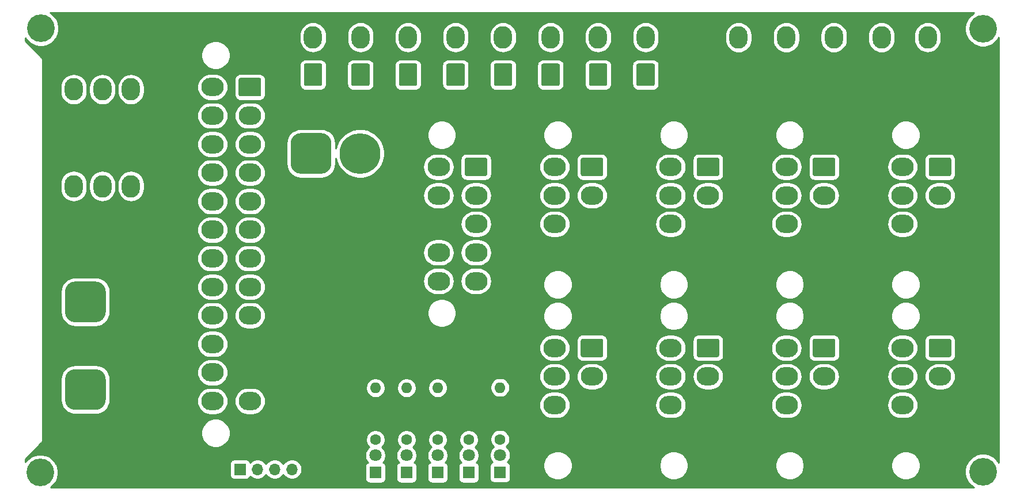
<source format=gbr>
%TF.GenerationSoftware,KiCad,Pcbnew,(5.1.10)-1*%
%TF.CreationDate,2022-08-20T11:58:47+10:00*%
%TF.ProjectId,ATX_PSU_Board,4154585f-5053-4555-9f42-6f6172642e6b,rev?*%
%TF.SameCoordinates,Original*%
%TF.FileFunction,Copper,L2,Inr*%
%TF.FilePolarity,Positive*%
%FSLAX46Y46*%
G04 Gerber Fmt 4.6, Leading zero omitted, Abs format (unit mm)*
G04 Created by KiCad (PCBNEW (5.1.10)-1) date 2022-08-20 11:58:47*
%MOMM*%
%LPD*%
G01*
G04 APERTURE LIST*
%TA.AperFunction,ComponentPad*%
%ADD10O,1.600000X1.600000*%
%TD*%
%TA.AperFunction,ComponentPad*%
%ADD11C,1.600000*%
%TD*%
%TA.AperFunction,ComponentPad*%
%ADD12C,1.800000*%
%TD*%
%TA.AperFunction,ComponentPad*%
%ADD13R,1.800000X1.800000*%
%TD*%
%TA.AperFunction,ComponentPad*%
%ADD14O,1.700000X1.700000*%
%TD*%
%TA.AperFunction,ComponentPad*%
%ADD15R,1.700000X1.700000*%
%TD*%
%TA.AperFunction,ComponentPad*%
%ADD16O,2.700000X3.300000*%
%TD*%
%TA.AperFunction,ComponentPad*%
%ADD17C,6.000000*%
%TD*%
%TA.AperFunction,ComponentPad*%
%ADD18O,3.300000X2.700000*%
%TD*%
%TA.AperFunction,ComponentPad*%
%ADD19C,4.064000*%
%TD*%
%TA.AperFunction,Conductor*%
%ADD20C,0.254000*%
%TD*%
%TA.AperFunction,Conductor*%
%ADD21C,0.100000*%
%TD*%
G04 APERTURE END LIST*
D10*
%TO.N,/PWR_OK*%
%TO.C,R5*%
X106020000Y-109127600D03*
D11*
%TO.N,Net-(D5-Pad2)*%
X106020000Y-116747600D03*
%TD*%
D10*
%TO.N,/+12V_SUPPLY*%
%TO.C,R4*%
X101410000Y-109190100D03*
D11*
%TO.N,Net-(D4-Pad2)*%
X101410000Y-116810100D03*
%TD*%
D10*
%TO.N,/+3.3V_SUPPLY*%
%TO.C,R3*%
X96838000Y-109190100D03*
D11*
%TO.N,Net-(D3-Pad2)*%
X96838000Y-116810100D03*
%TD*%
D10*
%TO.N,/+5V_SUPPLY*%
%TO.C,R2*%
X92266000Y-109190100D03*
D11*
%TO.N,Net-(D2-Pad2)*%
X92266000Y-116810100D03*
%TD*%
D10*
%TO.N,/+5VSB_SUPPLY*%
%TO.C,R1*%
X87694000Y-109190100D03*
D11*
%TO.N,Net-(D1-Pad2)*%
X87694000Y-116810100D03*
%TD*%
D12*
%TO.N,Net-(D5-Pad2)*%
%TO.C,D5*%
X106010000Y-119057600D03*
D13*
%TO.N,GND*%
X106010000Y-121597600D03*
%TD*%
D12*
%TO.N,Net-(D4-Pad2)*%
%TO.C,D4*%
X101410000Y-119105600D03*
D13*
%TO.N,GND*%
X101410000Y-121645600D03*
%TD*%
D12*
%TO.N,Net-(D3-Pad2)*%
%TO.C,D3*%
X96838000Y-119105600D03*
D13*
%TO.N,GND*%
X96838000Y-121645600D03*
%TD*%
D12*
%TO.N,Net-(D2-Pad2)*%
%TO.C,D2*%
X92266000Y-119105600D03*
D13*
%TO.N,GND*%
X92266000Y-121645600D03*
%TD*%
D12*
%TO.N,Net-(D1-Pad2)*%
%TO.C,D1*%
X87694000Y-119105600D03*
D13*
%TO.N,GND*%
X87694000Y-121645600D03*
%TD*%
D14*
%TO.N,GND*%
%TO.C,J1*%
X75421000Y-121158000D03*
%TO.N,/PWR_OK*%
X72881000Y-121158000D03*
%TO.N,/+5VSB_SUPPLY*%
X70341000Y-121158000D03*
D15*
%TO.N,/PS_ON*%
X67801000Y-121158000D03*
%TD*%
D16*
%TO.N,GND*%
%TO.C,J25*%
X43350000Y-79500000D03*
X47550000Y-79500000D03*
X51750000Y-79500000D03*
%TO.N,/+12V_SUPPLY*%
X43350000Y-85000000D03*
X47550000Y-85000000D03*
%TA.AperFunction,ComponentPad*%
G36*
G01*
X53100000Y-83600001D02*
X53100000Y-86399999D01*
G75*
G02*
X52849999Y-86650000I-250001J0D01*
G01*
X50650001Y-86650000D01*
G75*
G02*
X50400000Y-86399999I0J250001D01*
G01*
X50400000Y-83600001D01*
G75*
G02*
X50650001Y-83350000I250001J0D01*
G01*
X52849999Y-83350000D01*
G75*
G02*
X53100000Y-83600001I0J-250001D01*
G01*
G37*
%TD.AperFunction*%
%TD*%
%TO.N,GND*%
%TO.C,J26*%
X43350000Y-65250000D03*
X47550000Y-65250000D03*
X51750000Y-65250000D03*
%TO.N,/+12V_SUPPLY*%
X43350000Y-70750000D03*
X47550000Y-70750000D03*
%TA.AperFunction,ComponentPad*%
G36*
G01*
X53100000Y-69350001D02*
X53100000Y-72149999D01*
G75*
G02*
X52849999Y-72400000I-250001J0D01*
G01*
X50650001Y-72400000D01*
G75*
G02*
X50400000Y-72149999I0J250001D01*
G01*
X50400000Y-69350001D01*
G75*
G02*
X50650001Y-69100000I250001J0D01*
G01*
X52849999Y-69100000D01*
G75*
G02*
X53100000Y-69350001I0J-250001D01*
G01*
G37*
%TD.AperFunction*%
%TD*%
%TO.N,GND*%
%TO.C,J30*%
%TA.AperFunction,ComponentPad*%
G36*
G01*
X42055200Y-110926800D02*
X42055200Y-107926800D01*
G75*
G02*
X43555200Y-106426800I1500000J0D01*
G01*
X46555200Y-106426800D01*
G75*
G02*
X48055200Y-107926800I0J-1500000D01*
G01*
X48055200Y-110926800D01*
G75*
G02*
X46555200Y-112426800I-1500000J0D01*
G01*
X43555200Y-112426800D01*
G75*
G02*
X42055200Y-110926800I0J1500000D01*
G01*
G37*
%TD.AperFunction*%
D17*
%TO.N,/+12V_SUPPLY*%
X52255200Y-109426800D03*
%TD*%
%TO.N,GND*%
%TO.C,J29*%
%TA.AperFunction,ComponentPad*%
G36*
G01*
X42055200Y-98026400D02*
X42055200Y-95026400D01*
G75*
G02*
X43555200Y-93526400I1500000J0D01*
G01*
X46555200Y-93526400D01*
G75*
G02*
X48055200Y-95026400I0J-1500000D01*
G01*
X48055200Y-98026400D01*
G75*
G02*
X46555200Y-99526400I-1500000J0D01*
G01*
X43555200Y-99526400D01*
G75*
G02*
X42055200Y-98026400I0J1500000D01*
G01*
G37*
%TD.AperFunction*%
%TO.N,/+12V_SUPPLY*%
X52255200Y-96526400D03*
%TD*%
D16*
%TO.N,GND*%
%TO.C,J20*%
X168867600Y-57593600D03*
%TO.N,/+12V_SUPPLY*%
%TA.AperFunction,ComponentPad*%
G36*
G01*
X170217600Y-61693601D02*
X170217600Y-64493599D01*
G75*
G02*
X169967599Y-64743600I-250001J0D01*
G01*
X167767601Y-64743600D01*
G75*
G02*
X167517600Y-64493599I0J250001D01*
G01*
X167517600Y-61693601D01*
G75*
G02*
X167767601Y-61443600I250001J0D01*
G01*
X169967599Y-61443600D01*
G75*
G02*
X170217600Y-61693601I0J-250001D01*
G01*
G37*
%TD.AperFunction*%
%TD*%
D18*
%TO.N,/+12V_SUPPLY*%
%TO.C,J11*%
X165196400Y-115901800D03*
%TO.N,/+5V_SUPPLY*%
X165196400Y-111701800D03*
X165196400Y-107501800D03*
%TO.N,/+3.3V_SUPPLY*%
X165196400Y-103301800D03*
%TO.N,/+12V_SUPPLY*%
X170696400Y-115901800D03*
X170696400Y-111701800D03*
%TO.N,GND*%
X170696400Y-107501800D03*
%TA.AperFunction,ComponentPad*%
G36*
G01*
X169296401Y-101951800D02*
X172096399Y-101951800D01*
G75*
G02*
X172346400Y-102201801I0J-250001D01*
G01*
X172346400Y-104401799D01*
G75*
G02*
X172096399Y-104651800I-250001J0D01*
G01*
X169296401Y-104651800D01*
G75*
G02*
X169046400Y-104401799I0J250001D01*
G01*
X169046400Y-102201801D01*
G75*
G02*
X169296401Y-101951800I250001J0D01*
G01*
G37*
%TD.AperFunction*%
%TD*%
D16*
%TO.N,GND*%
%TO.C,J24*%
X141083632Y-57607200D03*
%TO.N,/+12V_SUPPLY*%
%TA.AperFunction,ComponentPad*%
G36*
G01*
X142433632Y-61707201D02*
X142433632Y-64507199D01*
G75*
G02*
X142183631Y-64757200I-250001J0D01*
G01*
X139983633Y-64757200D01*
G75*
G02*
X139733632Y-64507199I0J250001D01*
G01*
X139733632Y-61707201D01*
G75*
G02*
X139983633Y-61457200I250001J0D01*
G01*
X142183631Y-61457200D01*
G75*
G02*
X142433632Y-61707201I0J-250001D01*
G01*
G37*
%TD.AperFunction*%
%TD*%
%TO.N,GND*%
%TO.C,J23*%
X148086774Y-57607200D03*
%TO.N,/+12V_SUPPLY*%
%TA.AperFunction,ComponentPad*%
G36*
G01*
X149436774Y-61707201D02*
X149436774Y-64507199D01*
G75*
G02*
X149186773Y-64757200I-250001J0D01*
G01*
X146986775Y-64757200D01*
G75*
G02*
X146736774Y-64507199I0J250001D01*
G01*
X146736774Y-61707201D01*
G75*
G02*
X146986775Y-61457200I250001J0D01*
G01*
X149186773Y-61457200D01*
G75*
G02*
X149436774Y-61707201I0J-250001D01*
G01*
G37*
%TD.AperFunction*%
%TD*%
%TO.N,GND*%
%TO.C,J22*%
X155089916Y-57607200D03*
%TO.N,/+12V_SUPPLY*%
%TA.AperFunction,ComponentPad*%
G36*
G01*
X156439916Y-61707201D02*
X156439916Y-64507199D01*
G75*
G02*
X156189915Y-64757200I-250001J0D01*
G01*
X153989917Y-64757200D01*
G75*
G02*
X153739916Y-64507199I0J250001D01*
G01*
X153739916Y-61707201D01*
G75*
G02*
X153989917Y-61457200I250001J0D01*
G01*
X156189915Y-61457200D01*
G75*
G02*
X156439916Y-61707201I0J-250001D01*
G01*
G37*
%TD.AperFunction*%
%TD*%
%TO.N,GND*%
%TO.C,J21*%
X162093058Y-57607200D03*
%TO.N,/+12V_SUPPLY*%
%TA.AperFunction,ComponentPad*%
G36*
G01*
X163443058Y-61707201D02*
X163443058Y-64507199D01*
G75*
G02*
X163193057Y-64757200I-250001J0D01*
G01*
X160993059Y-64757200D01*
G75*
G02*
X160743058Y-64507199I0J250001D01*
G01*
X160743058Y-61707201D01*
G75*
G02*
X160993059Y-61457200I250001J0D01*
G01*
X163193057Y-61457200D01*
G75*
G02*
X163443058Y-61707201I0J-250001D01*
G01*
G37*
%TD.AperFunction*%
%TD*%
%TO.N,GND*%
%TO.C,J19*%
X127414800Y-57593600D03*
%TO.N,/+5V_SUPPLY*%
%TA.AperFunction,ComponentPad*%
G36*
G01*
X128764800Y-61693601D02*
X128764800Y-64493599D01*
G75*
G02*
X128514799Y-64743600I-250001J0D01*
G01*
X126314801Y-64743600D01*
G75*
G02*
X126064800Y-64493599I0J250001D01*
G01*
X126064800Y-61693601D01*
G75*
G02*
X126314801Y-61443600I250001J0D01*
G01*
X128514799Y-61443600D01*
G75*
G02*
X128764800Y-61693601I0J-250001D01*
G01*
G37*
%TD.AperFunction*%
%TD*%
%TO.N,GND*%
%TO.C,J18*%
X120429800Y-57593600D03*
%TO.N,/+5V_SUPPLY*%
%TA.AperFunction,ComponentPad*%
G36*
G01*
X121779800Y-61693601D02*
X121779800Y-64493599D01*
G75*
G02*
X121529799Y-64743600I-250001J0D01*
G01*
X119329801Y-64743600D01*
G75*
G02*
X119079800Y-64493599I0J250001D01*
G01*
X119079800Y-61693601D01*
G75*
G02*
X119329801Y-61443600I250001J0D01*
G01*
X121529799Y-61443600D01*
G75*
G02*
X121779800Y-61693601I0J-250001D01*
G01*
G37*
%TD.AperFunction*%
%TD*%
%TO.N,GND*%
%TO.C,J17*%
X113444800Y-57593600D03*
%TO.N,/+5V_SUPPLY*%
%TA.AperFunction,ComponentPad*%
G36*
G01*
X114794800Y-61693601D02*
X114794800Y-64493599D01*
G75*
G02*
X114544799Y-64743600I-250001J0D01*
G01*
X112344801Y-64743600D01*
G75*
G02*
X112094800Y-64493599I0J250001D01*
G01*
X112094800Y-61693601D01*
G75*
G02*
X112344801Y-61443600I250001J0D01*
G01*
X114544799Y-61443600D01*
G75*
G02*
X114794800Y-61693601I0J-250001D01*
G01*
G37*
%TD.AperFunction*%
%TD*%
%TO.N,GND*%
%TO.C,J16*%
X106459800Y-57593600D03*
%TO.N,/+5V_SUPPLY*%
%TA.AperFunction,ComponentPad*%
G36*
G01*
X107809800Y-61693601D02*
X107809800Y-64493599D01*
G75*
G02*
X107559799Y-64743600I-250001J0D01*
G01*
X105359801Y-64743600D01*
G75*
G02*
X105109800Y-64493599I0J250001D01*
G01*
X105109800Y-61693601D01*
G75*
G02*
X105359801Y-61443600I250001J0D01*
G01*
X107559799Y-61443600D01*
G75*
G02*
X107809800Y-61693601I0J-250001D01*
G01*
G37*
%TD.AperFunction*%
%TD*%
%TO.N,GND*%
%TO.C,J15*%
X99474800Y-57593600D03*
%TO.N,/+5V_SUPPLY*%
%TA.AperFunction,ComponentPad*%
G36*
G01*
X100824800Y-61693601D02*
X100824800Y-64493599D01*
G75*
G02*
X100574799Y-64743600I-250001J0D01*
G01*
X98374801Y-64743600D01*
G75*
G02*
X98124800Y-64493599I0J250001D01*
G01*
X98124800Y-61693601D01*
G75*
G02*
X98374801Y-61443600I250001J0D01*
G01*
X100574799Y-61443600D01*
G75*
G02*
X100824800Y-61693601I0J-250001D01*
G01*
G37*
%TD.AperFunction*%
%TD*%
%TO.N,GND*%
%TO.C,J14*%
X92489800Y-57593600D03*
%TO.N,/+5V_SUPPLY*%
%TA.AperFunction,ComponentPad*%
G36*
G01*
X93839800Y-61693601D02*
X93839800Y-64493599D01*
G75*
G02*
X93589799Y-64743600I-250001J0D01*
G01*
X91389801Y-64743600D01*
G75*
G02*
X91139800Y-64493599I0J250001D01*
G01*
X91139800Y-61693601D01*
G75*
G02*
X91389801Y-61443600I250001J0D01*
G01*
X93589799Y-61443600D01*
G75*
G02*
X93839800Y-61693601I0J-250001D01*
G01*
G37*
%TD.AperFunction*%
%TD*%
%TO.N,GND*%
%TO.C,J13*%
X85504800Y-57593600D03*
%TO.N,/+5V_SUPPLY*%
%TA.AperFunction,ComponentPad*%
G36*
G01*
X86854800Y-61693601D02*
X86854800Y-64493599D01*
G75*
G02*
X86604799Y-64743600I-250001J0D01*
G01*
X84404801Y-64743600D01*
G75*
G02*
X84154800Y-64493599I0J250001D01*
G01*
X84154800Y-61693601D01*
G75*
G02*
X84404801Y-61443600I250001J0D01*
G01*
X86604799Y-61443600D01*
G75*
G02*
X86854800Y-61693601I0J-250001D01*
G01*
G37*
%TD.AperFunction*%
%TD*%
%TO.N,GND*%
%TO.C,J12*%
X78519800Y-57593600D03*
%TO.N,/+5V_SUPPLY*%
%TA.AperFunction,ComponentPad*%
G36*
G01*
X79869800Y-61693601D02*
X79869800Y-64493599D01*
G75*
G02*
X79619799Y-64743600I-250001J0D01*
G01*
X77419801Y-64743600D01*
G75*
G02*
X77169800Y-64493599I0J250001D01*
G01*
X77169800Y-61693601D01*
G75*
G02*
X77419801Y-61443600I250001J0D01*
G01*
X79619799Y-61443600D01*
G75*
G02*
X79869800Y-61693601I0J-250001D01*
G01*
G37*
%TD.AperFunction*%
%TD*%
%TO.N,GND*%
%TO.C,J28*%
%TA.AperFunction,ComponentPad*%
G36*
G01*
X75228400Y-76176800D02*
X75228400Y-73176800D01*
G75*
G02*
X76728400Y-71676800I1500000J0D01*
G01*
X79728400Y-71676800D01*
G75*
G02*
X81228400Y-73176800I0J-1500000D01*
G01*
X81228400Y-76176800D01*
G75*
G02*
X79728400Y-77676800I-1500000J0D01*
G01*
X76728400Y-77676800D01*
G75*
G02*
X75228400Y-76176800I0J1500000D01*
G01*
G37*
%TD.AperFunction*%
D17*
%TO.N,/+5V_SUPPLY*%
X85428400Y-74676800D03*
%TD*%
D18*
%TO.N,/+12V_SUPPLY*%
%TO.C,J5*%
X131091000Y-89264600D03*
%TO.N,/+5V_SUPPLY*%
X131091000Y-85064600D03*
X131091000Y-80864600D03*
%TO.N,/+3.3V_SUPPLY*%
X131091000Y-76664600D03*
%TO.N,/+12V_SUPPLY*%
X136591000Y-89264600D03*
X136591000Y-85064600D03*
%TO.N,GND*%
X136591000Y-80864600D03*
%TA.AperFunction,ComponentPad*%
G36*
G01*
X135191001Y-75314600D02*
X137990999Y-75314600D01*
G75*
G02*
X138241000Y-75564601I0J-250001D01*
G01*
X138241000Y-77764599D01*
G75*
G02*
X137990999Y-78014600I-250001J0D01*
G01*
X135191001Y-78014600D01*
G75*
G02*
X134941000Y-77764599I0J250001D01*
G01*
X134941000Y-75564601D01*
G75*
G02*
X135191001Y-75314600I250001J0D01*
G01*
G37*
%TD.AperFunction*%
%TD*%
%TO.N,/+12V_SUPPLY*%
%TO.C,J7*%
X165196400Y-89264600D03*
%TO.N,/+5V_SUPPLY*%
X165196400Y-85064600D03*
X165196400Y-80864600D03*
%TO.N,/+3.3V_SUPPLY*%
X165196400Y-76664600D03*
%TO.N,/+12V_SUPPLY*%
X170696400Y-89264600D03*
X170696400Y-85064600D03*
%TO.N,GND*%
X170696400Y-80864600D03*
%TA.AperFunction,ComponentPad*%
G36*
G01*
X169296401Y-75314600D02*
X172096399Y-75314600D01*
G75*
G02*
X172346400Y-75564601I0J-250001D01*
G01*
X172346400Y-77764599D01*
G75*
G02*
X172096399Y-78014600I-250001J0D01*
G01*
X169296401Y-78014600D01*
G75*
G02*
X169046400Y-77764599I0J250001D01*
G01*
X169046400Y-75564601D01*
G75*
G02*
X169296401Y-75314600I250001J0D01*
G01*
G37*
%TD.AperFunction*%
%TD*%
D19*
%TO.N,N/C*%
%TO.C,H4*%
X177000000Y-56337200D03*
%TD*%
%TO.N,N/C*%
%TO.C,H3*%
X38404800Y-121615200D03*
%TD*%
%TO.N,N/C*%
%TO.C,H2*%
X177000000Y-121500000D03*
%TD*%
%TO.N,N/C*%
%TO.C,H1*%
X38506400Y-56286400D03*
%TD*%
D18*
%TO.N,/+12V_SUPPLY*%
%TO.C,J10*%
X148143700Y-115901800D03*
%TO.N,/+5V_SUPPLY*%
X148143700Y-111701800D03*
X148143700Y-107501800D03*
%TO.N,/+3.3V_SUPPLY*%
X148143700Y-103301800D03*
%TO.N,/+12V_SUPPLY*%
X153643700Y-115901800D03*
X153643700Y-111701800D03*
%TO.N,GND*%
X153643700Y-107501800D03*
%TA.AperFunction,ComponentPad*%
G36*
G01*
X152243701Y-101951800D02*
X155043699Y-101951800D01*
G75*
G02*
X155293700Y-102201801I0J-250001D01*
G01*
X155293700Y-104401799D01*
G75*
G02*
X155043699Y-104651800I-250001J0D01*
G01*
X152243701Y-104651800D01*
G75*
G02*
X151993700Y-104401799I0J250001D01*
G01*
X151993700Y-102201801D01*
G75*
G02*
X152243701Y-101951800I250001J0D01*
G01*
G37*
%TD.AperFunction*%
%TD*%
%TO.N,/+12V_SUPPLY*%
%TO.C,J9*%
X131091000Y-115901800D03*
%TO.N,/+5V_SUPPLY*%
X131091000Y-111701800D03*
X131091000Y-107501800D03*
%TO.N,/+3.3V_SUPPLY*%
X131091000Y-103301800D03*
%TO.N,/+12V_SUPPLY*%
X136591000Y-115901800D03*
X136591000Y-111701800D03*
%TO.N,GND*%
X136591000Y-107501800D03*
%TA.AperFunction,ComponentPad*%
G36*
G01*
X135191001Y-101951800D02*
X137990999Y-101951800D01*
G75*
G02*
X138241000Y-102201801I0J-250001D01*
G01*
X138241000Y-104401799D01*
G75*
G02*
X137990999Y-104651800I-250001J0D01*
G01*
X135191001Y-104651800D01*
G75*
G02*
X134941000Y-104401799I0J250001D01*
G01*
X134941000Y-102201801D01*
G75*
G02*
X135191001Y-101951800I250001J0D01*
G01*
G37*
%TD.AperFunction*%
%TD*%
%TO.N,/+12V_SUPPLY*%
%TO.C,J8*%
X114038300Y-115901800D03*
%TO.N,/+5V_SUPPLY*%
X114038300Y-111701800D03*
X114038300Y-107501800D03*
%TO.N,/+3.3V_SUPPLY*%
X114038300Y-103301800D03*
%TO.N,/+12V_SUPPLY*%
X119538300Y-115901800D03*
X119538300Y-111701800D03*
%TO.N,GND*%
X119538300Y-107501800D03*
%TA.AperFunction,ComponentPad*%
G36*
G01*
X118138301Y-101951800D02*
X120938299Y-101951800D01*
G75*
G02*
X121188300Y-102201801I0J-250001D01*
G01*
X121188300Y-104401799D01*
G75*
G02*
X120938299Y-104651800I-250001J0D01*
G01*
X118138301Y-104651800D01*
G75*
G02*
X117888300Y-104401799I0J250001D01*
G01*
X117888300Y-102201801D01*
G75*
G02*
X118138301Y-101951800I250001J0D01*
G01*
G37*
%TD.AperFunction*%
%TD*%
%TO.N,/+12V_SUPPLY*%
%TO.C,J6*%
X148143700Y-89264600D03*
%TO.N,/+5V_SUPPLY*%
X148143700Y-85064600D03*
X148143700Y-80864600D03*
%TO.N,/+3.3V_SUPPLY*%
X148143700Y-76664600D03*
%TO.N,/+12V_SUPPLY*%
X153643700Y-89264600D03*
X153643700Y-85064600D03*
%TO.N,GND*%
X153643700Y-80864600D03*
%TA.AperFunction,ComponentPad*%
G36*
G01*
X152243701Y-75314600D02*
X155043699Y-75314600D01*
G75*
G02*
X155293700Y-75564601I0J-250001D01*
G01*
X155293700Y-77764599D01*
G75*
G02*
X155043699Y-78014600I-250001J0D01*
G01*
X152243701Y-78014600D01*
G75*
G02*
X151993700Y-77764599I0J250001D01*
G01*
X151993700Y-75564601D01*
G75*
G02*
X152243701Y-75314600I250001J0D01*
G01*
G37*
%TD.AperFunction*%
%TD*%
%TO.N,/+12V_SUPPLY*%
%TO.C,J4*%
X114038300Y-89264600D03*
%TO.N,/+5V_SUPPLY*%
X114038300Y-85064600D03*
X114038300Y-80864600D03*
%TO.N,/+3.3V_SUPPLY*%
X114038300Y-76664600D03*
%TO.N,/+12V_SUPPLY*%
X119538300Y-89264600D03*
X119538300Y-85064600D03*
%TO.N,GND*%
X119538300Y-80864600D03*
%TA.AperFunction,ComponentPad*%
G36*
G01*
X118138301Y-75314600D02*
X120938299Y-75314600D01*
G75*
G02*
X121188300Y-75564601I0J-250001D01*
G01*
X121188300Y-77764599D01*
G75*
G02*
X120938299Y-78014600I-250001J0D01*
G01*
X118138301Y-78014600D01*
G75*
G02*
X117888300Y-77764599I0J250001D01*
G01*
X117888300Y-75564601D01*
G75*
G02*
X118138301Y-75314600I250001J0D01*
G01*
G37*
%TD.AperFunction*%
%TD*%
%TO.N,GND*%
%TO.C,J3*%
X96985600Y-93464600D03*
X96985600Y-89264600D03*
%TO.N,/+12V_SUPPLY*%
X96985600Y-85064600D03*
%TO.N,/+5V_SUPPLY*%
X96985600Y-80864600D03*
X96985600Y-76664600D03*
%TO.N,GND*%
X102485600Y-93464600D03*
X102485600Y-89264600D03*
%TO.N,/+5V_SUPPLY*%
X102485600Y-85064600D03*
X102485600Y-80864600D03*
%TA.AperFunction,ComponentPad*%
G36*
G01*
X101085601Y-75314600D02*
X103885599Y-75314600D01*
G75*
G02*
X104135600Y-75564601I0J-250001D01*
G01*
X104135600Y-77764599D01*
G75*
G02*
X103885599Y-78014600I-250001J0D01*
G01*
X101085601Y-78014600D01*
G75*
G02*
X100835600Y-77764599I0J250001D01*
G01*
X100835600Y-75564601D01*
G75*
G02*
X101085601Y-75314600I250001J0D01*
G01*
G37*
%TD.AperFunction*%
%TD*%
%TO.N,GND*%
%TO.C,J2*%
X63748800Y-111122400D03*
%TO.N,/+5V_SUPPLY*%
X63748800Y-106922400D03*
X63748800Y-102722400D03*
X63748800Y-98522400D03*
%TO.N,Net-(J2-Pad20)*%
X63748800Y-94322400D03*
%TO.N,GND*%
X63748800Y-90122400D03*
X63748800Y-85922400D03*
X63748800Y-81722400D03*
%TO.N,/PS_ON*%
X63748800Y-77522400D03*
%TO.N,GND*%
X63748800Y-73322400D03*
%TO.N,Net-(J2-Pad14)*%
X63748800Y-69122400D03*
%TO.N,/+3.3V_SUPPLY*%
X63748800Y-64922400D03*
X69248800Y-111122400D03*
%TO.N,/+12V_SUPPLY*%
X69248800Y-106922400D03*
X69248800Y-102722400D03*
%TO.N,/+5VSB_SUPPLY*%
X69248800Y-98522400D03*
%TO.N,/PWR_OK*%
X69248800Y-94322400D03*
%TO.N,GND*%
X69248800Y-90122400D03*
%TO.N,/+5V_SUPPLY*%
X69248800Y-85922400D03*
%TO.N,GND*%
X69248800Y-81722400D03*
%TO.N,/+5V_SUPPLY*%
X69248800Y-77522400D03*
%TO.N,GND*%
X69248800Y-73322400D03*
%TO.N,/+3.3V_SUPPLY*%
X69248800Y-69122400D03*
%TA.AperFunction,ComponentPad*%
G36*
G01*
X67848801Y-63572400D02*
X70648799Y-63572400D01*
G75*
G02*
X70898800Y-63822401I0J-250001D01*
G01*
X70898800Y-66022399D01*
G75*
G02*
X70648799Y-66272400I-250001J0D01*
G01*
X67848801Y-66272400D01*
G75*
G02*
X67598800Y-66022399I0J250001D01*
G01*
X67598800Y-63822401D01*
G75*
G02*
X67848801Y-63572400I250001J0D01*
G01*
G37*
%TD.AperFunction*%
%TD*%
D20*
%TO.N,/+12V_SUPPLY*%
X175299887Y-54265606D02*
X174928406Y-54637087D01*
X174636536Y-55073902D01*
X174435492Y-55559265D01*
X174333000Y-56074523D01*
X174333000Y-56599877D01*
X174435492Y-57115135D01*
X174636536Y-57600498D01*
X174928406Y-58037313D01*
X175299887Y-58408794D01*
X175736702Y-58700664D01*
X176222065Y-58901708D01*
X176737323Y-59004200D01*
X177262677Y-59004200D01*
X177777935Y-58901708D01*
X178263298Y-58700664D01*
X178700113Y-58408794D01*
X179071594Y-58037313D01*
X179340001Y-57635613D01*
X179340000Y-120201586D01*
X179071594Y-119799887D01*
X178700113Y-119428406D01*
X178263298Y-119136536D01*
X177777935Y-118935492D01*
X177262677Y-118833000D01*
X176737323Y-118833000D01*
X176222065Y-118935492D01*
X175736702Y-119136536D01*
X175299887Y-119428406D01*
X174928406Y-119799887D01*
X174636536Y-120236702D01*
X174435492Y-120722065D01*
X174333000Y-121237323D01*
X174333000Y-121762677D01*
X174435492Y-122277935D01*
X174636536Y-122763298D01*
X174928406Y-123200113D01*
X175299887Y-123571594D01*
X175641721Y-123800000D01*
X39935488Y-123800000D01*
X40104913Y-123686794D01*
X40476394Y-123315313D01*
X40768264Y-122878498D01*
X40969308Y-122393135D01*
X41071800Y-121877877D01*
X41071800Y-121352523D01*
X40969308Y-120837265D01*
X40768264Y-120351902D01*
X40738930Y-120308000D01*
X66312928Y-120308000D01*
X66312928Y-122008000D01*
X66325188Y-122132482D01*
X66361498Y-122252180D01*
X66420463Y-122362494D01*
X66499815Y-122459185D01*
X66596506Y-122538537D01*
X66706820Y-122597502D01*
X66826518Y-122633812D01*
X66951000Y-122646072D01*
X68651000Y-122646072D01*
X68775482Y-122633812D01*
X68895180Y-122597502D01*
X69005494Y-122538537D01*
X69102185Y-122459185D01*
X69181537Y-122362494D01*
X69240502Y-122252180D01*
X69262513Y-122179620D01*
X69394368Y-122311475D01*
X69637589Y-122473990D01*
X69907842Y-122585932D01*
X70194740Y-122643000D01*
X70487260Y-122643000D01*
X70774158Y-122585932D01*
X71044411Y-122473990D01*
X71287632Y-122311475D01*
X71494475Y-122104632D01*
X71611000Y-121930240D01*
X71727525Y-122104632D01*
X71934368Y-122311475D01*
X72177589Y-122473990D01*
X72447842Y-122585932D01*
X72734740Y-122643000D01*
X73027260Y-122643000D01*
X73314158Y-122585932D01*
X73584411Y-122473990D01*
X73827632Y-122311475D01*
X74034475Y-122104632D01*
X74151000Y-121930240D01*
X74267525Y-122104632D01*
X74474368Y-122311475D01*
X74717589Y-122473990D01*
X74987842Y-122585932D01*
X75274740Y-122643000D01*
X75567260Y-122643000D01*
X75854158Y-122585932D01*
X76124411Y-122473990D01*
X76367632Y-122311475D01*
X76574475Y-122104632D01*
X76736990Y-121861411D01*
X76848932Y-121591158D01*
X76906000Y-121304260D01*
X76906000Y-121011740D01*
X76853062Y-120745600D01*
X86155928Y-120745600D01*
X86155928Y-122545600D01*
X86168188Y-122670082D01*
X86204498Y-122789780D01*
X86263463Y-122900094D01*
X86342815Y-122996785D01*
X86439506Y-123076137D01*
X86549820Y-123135102D01*
X86669518Y-123171412D01*
X86794000Y-123183672D01*
X88594000Y-123183672D01*
X88718482Y-123171412D01*
X88838180Y-123135102D01*
X88948494Y-123076137D01*
X89045185Y-122996785D01*
X89124537Y-122900094D01*
X89183502Y-122789780D01*
X89219812Y-122670082D01*
X89232072Y-122545600D01*
X89232072Y-120745600D01*
X90727928Y-120745600D01*
X90727928Y-122545600D01*
X90740188Y-122670082D01*
X90776498Y-122789780D01*
X90835463Y-122900094D01*
X90914815Y-122996785D01*
X91011506Y-123076137D01*
X91121820Y-123135102D01*
X91241518Y-123171412D01*
X91366000Y-123183672D01*
X93166000Y-123183672D01*
X93290482Y-123171412D01*
X93410180Y-123135102D01*
X93520494Y-123076137D01*
X93617185Y-122996785D01*
X93696537Y-122900094D01*
X93755502Y-122789780D01*
X93791812Y-122670082D01*
X93804072Y-122545600D01*
X93804072Y-120745600D01*
X95299928Y-120745600D01*
X95299928Y-122545600D01*
X95312188Y-122670082D01*
X95348498Y-122789780D01*
X95407463Y-122900094D01*
X95486815Y-122996785D01*
X95583506Y-123076137D01*
X95693820Y-123135102D01*
X95813518Y-123171412D01*
X95938000Y-123183672D01*
X97738000Y-123183672D01*
X97862482Y-123171412D01*
X97982180Y-123135102D01*
X98092494Y-123076137D01*
X98189185Y-122996785D01*
X98268537Y-122900094D01*
X98327502Y-122789780D01*
X98363812Y-122670082D01*
X98376072Y-122545600D01*
X98376072Y-120745600D01*
X99871928Y-120745600D01*
X99871928Y-122545600D01*
X99884188Y-122670082D01*
X99920498Y-122789780D01*
X99979463Y-122900094D01*
X100058815Y-122996785D01*
X100155506Y-123076137D01*
X100265820Y-123135102D01*
X100385518Y-123171412D01*
X100510000Y-123183672D01*
X102310000Y-123183672D01*
X102434482Y-123171412D01*
X102554180Y-123135102D01*
X102664494Y-123076137D01*
X102761185Y-122996785D01*
X102840537Y-122900094D01*
X102899502Y-122789780D01*
X102935812Y-122670082D01*
X102948072Y-122545600D01*
X102948072Y-120745600D01*
X102943345Y-120697600D01*
X104471928Y-120697600D01*
X104471928Y-122497600D01*
X104484188Y-122622082D01*
X104520498Y-122741780D01*
X104579463Y-122852094D01*
X104658815Y-122948785D01*
X104755506Y-123028137D01*
X104865820Y-123087102D01*
X104985518Y-123123412D01*
X105110000Y-123135672D01*
X106910000Y-123135672D01*
X107034482Y-123123412D01*
X107154180Y-123087102D01*
X107264494Y-123028137D01*
X107361185Y-122948785D01*
X107440537Y-122852094D01*
X107499502Y-122741780D01*
X107535812Y-122622082D01*
X107548072Y-122497600D01*
X107548072Y-120697600D01*
X107535812Y-120573118D01*
X107499502Y-120453420D01*
X107466416Y-120391521D01*
X112363300Y-120391521D01*
X112363300Y-120812079D01*
X112445347Y-121224556D01*
X112606288Y-121613102D01*
X112839937Y-121962783D01*
X113137317Y-122260163D01*
X113486998Y-122493812D01*
X113875544Y-122654753D01*
X114288021Y-122736800D01*
X114708579Y-122736800D01*
X115121056Y-122654753D01*
X115509602Y-122493812D01*
X115859283Y-122260163D01*
X116156663Y-121962783D01*
X116390312Y-121613102D01*
X116551253Y-121224556D01*
X116633300Y-120812079D01*
X116633300Y-120391521D01*
X129416000Y-120391521D01*
X129416000Y-120812079D01*
X129498047Y-121224556D01*
X129658988Y-121613102D01*
X129892637Y-121962783D01*
X130190017Y-122260163D01*
X130539698Y-122493812D01*
X130928244Y-122654753D01*
X131340721Y-122736800D01*
X131761279Y-122736800D01*
X132173756Y-122654753D01*
X132562302Y-122493812D01*
X132911983Y-122260163D01*
X133209363Y-121962783D01*
X133443012Y-121613102D01*
X133603953Y-121224556D01*
X133686000Y-120812079D01*
X133686000Y-120391521D01*
X146468700Y-120391521D01*
X146468700Y-120812079D01*
X146550747Y-121224556D01*
X146711688Y-121613102D01*
X146945337Y-121962783D01*
X147242717Y-122260163D01*
X147592398Y-122493812D01*
X147980944Y-122654753D01*
X148393421Y-122736800D01*
X148813979Y-122736800D01*
X149226456Y-122654753D01*
X149615002Y-122493812D01*
X149964683Y-122260163D01*
X150262063Y-121962783D01*
X150495712Y-121613102D01*
X150656653Y-121224556D01*
X150738700Y-120812079D01*
X150738700Y-120391521D01*
X163521400Y-120391521D01*
X163521400Y-120812079D01*
X163603447Y-121224556D01*
X163764388Y-121613102D01*
X163998037Y-121962783D01*
X164295417Y-122260163D01*
X164645098Y-122493812D01*
X165033644Y-122654753D01*
X165446121Y-122736800D01*
X165866679Y-122736800D01*
X166279156Y-122654753D01*
X166667702Y-122493812D01*
X167017383Y-122260163D01*
X167314763Y-121962783D01*
X167548412Y-121613102D01*
X167709353Y-121224556D01*
X167791400Y-120812079D01*
X167791400Y-120391521D01*
X167709353Y-119979044D01*
X167548412Y-119590498D01*
X167314763Y-119240817D01*
X167017383Y-118943437D01*
X166667702Y-118709788D01*
X166279156Y-118548847D01*
X165866679Y-118466800D01*
X165446121Y-118466800D01*
X165033644Y-118548847D01*
X164645098Y-118709788D01*
X164295417Y-118943437D01*
X163998037Y-119240817D01*
X163764388Y-119590498D01*
X163603447Y-119979044D01*
X163521400Y-120391521D01*
X150738700Y-120391521D01*
X150656653Y-119979044D01*
X150495712Y-119590498D01*
X150262063Y-119240817D01*
X149964683Y-118943437D01*
X149615002Y-118709788D01*
X149226456Y-118548847D01*
X148813979Y-118466800D01*
X148393421Y-118466800D01*
X147980944Y-118548847D01*
X147592398Y-118709788D01*
X147242717Y-118943437D01*
X146945337Y-119240817D01*
X146711688Y-119590498D01*
X146550747Y-119979044D01*
X146468700Y-120391521D01*
X133686000Y-120391521D01*
X133603953Y-119979044D01*
X133443012Y-119590498D01*
X133209363Y-119240817D01*
X132911983Y-118943437D01*
X132562302Y-118709788D01*
X132173756Y-118548847D01*
X131761279Y-118466800D01*
X131340721Y-118466800D01*
X130928244Y-118548847D01*
X130539698Y-118709788D01*
X130190017Y-118943437D01*
X129892637Y-119240817D01*
X129658988Y-119590498D01*
X129498047Y-119979044D01*
X129416000Y-120391521D01*
X116633300Y-120391521D01*
X116551253Y-119979044D01*
X116390312Y-119590498D01*
X116156663Y-119240817D01*
X115859283Y-118943437D01*
X115509602Y-118709788D01*
X115121056Y-118548847D01*
X114708579Y-118466800D01*
X114288021Y-118466800D01*
X113875544Y-118548847D01*
X113486998Y-118709788D01*
X113137317Y-118943437D01*
X112839937Y-119240817D01*
X112606288Y-119590498D01*
X112445347Y-119979044D01*
X112363300Y-120391521D01*
X107466416Y-120391521D01*
X107440537Y-120343106D01*
X107361185Y-120246415D01*
X107264494Y-120167063D01*
X107154180Y-120108098D01*
X107135873Y-120102544D01*
X107202312Y-120036105D01*
X107370299Y-119784695D01*
X107486011Y-119505343D01*
X107545000Y-119208784D01*
X107545000Y-118906416D01*
X107486011Y-118609857D01*
X107370299Y-118330505D01*
X107202312Y-118079095D01*
X106988505Y-117865288D01*
X106954458Y-117842538D01*
X107134637Y-117662359D01*
X107291680Y-117427327D01*
X107399853Y-117166174D01*
X107455000Y-116888935D01*
X107455000Y-116606265D01*
X107399853Y-116329026D01*
X107291680Y-116067873D01*
X107134637Y-115832841D01*
X106934759Y-115632963D01*
X106699727Y-115475920D01*
X106438574Y-115367747D01*
X106161335Y-115312600D01*
X105878665Y-115312600D01*
X105601426Y-115367747D01*
X105340273Y-115475920D01*
X105105241Y-115632963D01*
X104905363Y-115832841D01*
X104748320Y-116067873D01*
X104640147Y-116329026D01*
X104585000Y-116606265D01*
X104585000Y-116888935D01*
X104640147Y-117166174D01*
X104748320Y-117427327D01*
X104905363Y-117662359D01*
X105077531Y-117834527D01*
X105031495Y-117865288D01*
X104817688Y-118079095D01*
X104649701Y-118330505D01*
X104533989Y-118609857D01*
X104475000Y-118906416D01*
X104475000Y-119208784D01*
X104533989Y-119505343D01*
X104649701Y-119784695D01*
X104817688Y-120036105D01*
X104884127Y-120102544D01*
X104865820Y-120108098D01*
X104755506Y-120167063D01*
X104658815Y-120246415D01*
X104579463Y-120343106D01*
X104520498Y-120453420D01*
X104484188Y-120573118D01*
X104471928Y-120697600D01*
X102943345Y-120697600D01*
X102935812Y-120621118D01*
X102899502Y-120501420D01*
X102840537Y-120391106D01*
X102761185Y-120294415D01*
X102664494Y-120215063D01*
X102554180Y-120156098D01*
X102535873Y-120150544D01*
X102602312Y-120084105D01*
X102770299Y-119832695D01*
X102886011Y-119553343D01*
X102945000Y-119256784D01*
X102945000Y-118954416D01*
X102886011Y-118657857D01*
X102770299Y-118378505D01*
X102602312Y-118127095D01*
X102388505Y-117913288D01*
X102357155Y-117892341D01*
X102524637Y-117724859D01*
X102681680Y-117489827D01*
X102789853Y-117228674D01*
X102845000Y-116951435D01*
X102845000Y-116668765D01*
X102789853Y-116391526D01*
X102681680Y-116130373D01*
X102524637Y-115895341D01*
X102324759Y-115695463D01*
X102089727Y-115538420D01*
X101828574Y-115430247D01*
X101551335Y-115375100D01*
X101268665Y-115375100D01*
X100991426Y-115430247D01*
X100730273Y-115538420D01*
X100495241Y-115695463D01*
X100295363Y-115895341D01*
X100138320Y-116130373D01*
X100030147Y-116391526D01*
X99975000Y-116668765D01*
X99975000Y-116951435D01*
X100030147Y-117228674D01*
X100138320Y-117489827D01*
X100295363Y-117724859D01*
X100462845Y-117892341D01*
X100431495Y-117913288D01*
X100217688Y-118127095D01*
X100049701Y-118378505D01*
X99933989Y-118657857D01*
X99875000Y-118954416D01*
X99875000Y-119256784D01*
X99933989Y-119553343D01*
X100049701Y-119832695D01*
X100217688Y-120084105D01*
X100284127Y-120150544D01*
X100265820Y-120156098D01*
X100155506Y-120215063D01*
X100058815Y-120294415D01*
X99979463Y-120391106D01*
X99920498Y-120501420D01*
X99884188Y-120621118D01*
X99871928Y-120745600D01*
X98376072Y-120745600D01*
X98363812Y-120621118D01*
X98327502Y-120501420D01*
X98268537Y-120391106D01*
X98189185Y-120294415D01*
X98092494Y-120215063D01*
X97982180Y-120156098D01*
X97963873Y-120150544D01*
X98030312Y-120084105D01*
X98198299Y-119832695D01*
X98314011Y-119553343D01*
X98373000Y-119256784D01*
X98373000Y-118954416D01*
X98314011Y-118657857D01*
X98198299Y-118378505D01*
X98030312Y-118127095D01*
X97816505Y-117913288D01*
X97785155Y-117892341D01*
X97952637Y-117724859D01*
X98109680Y-117489827D01*
X98217853Y-117228674D01*
X98273000Y-116951435D01*
X98273000Y-116668765D01*
X98217853Y-116391526D01*
X98109680Y-116130373D01*
X97952637Y-115895341D01*
X97752759Y-115695463D01*
X97517727Y-115538420D01*
X97256574Y-115430247D01*
X96979335Y-115375100D01*
X96696665Y-115375100D01*
X96419426Y-115430247D01*
X96158273Y-115538420D01*
X95923241Y-115695463D01*
X95723363Y-115895341D01*
X95566320Y-116130373D01*
X95458147Y-116391526D01*
X95403000Y-116668765D01*
X95403000Y-116951435D01*
X95458147Y-117228674D01*
X95566320Y-117489827D01*
X95723363Y-117724859D01*
X95890845Y-117892341D01*
X95859495Y-117913288D01*
X95645688Y-118127095D01*
X95477701Y-118378505D01*
X95361989Y-118657857D01*
X95303000Y-118954416D01*
X95303000Y-119256784D01*
X95361989Y-119553343D01*
X95477701Y-119832695D01*
X95645688Y-120084105D01*
X95712127Y-120150544D01*
X95693820Y-120156098D01*
X95583506Y-120215063D01*
X95486815Y-120294415D01*
X95407463Y-120391106D01*
X95348498Y-120501420D01*
X95312188Y-120621118D01*
X95299928Y-120745600D01*
X93804072Y-120745600D01*
X93791812Y-120621118D01*
X93755502Y-120501420D01*
X93696537Y-120391106D01*
X93617185Y-120294415D01*
X93520494Y-120215063D01*
X93410180Y-120156098D01*
X93391873Y-120150544D01*
X93458312Y-120084105D01*
X93626299Y-119832695D01*
X93742011Y-119553343D01*
X93801000Y-119256784D01*
X93801000Y-118954416D01*
X93742011Y-118657857D01*
X93626299Y-118378505D01*
X93458312Y-118127095D01*
X93244505Y-117913288D01*
X93213155Y-117892341D01*
X93380637Y-117724859D01*
X93537680Y-117489827D01*
X93645853Y-117228674D01*
X93701000Y-116951435D01*
X93701000Y-116668765D01*
X93645853Y-116391526D01*
X93537680Y-116130373D01*
X93380637Y-115895341D01*
X93180759Y-115695463D01*
X92945727Y-115538420D01*
X92684574Y-115430247D01*
X92407335Y-115375100D01*
X92124665Y-115375100D01*
X91847426Y-115430247D01*
X91586273Y-115538420D01*
X91351241Y-115695463D01*
X91151363Y-115895341D01*
X90994320Y-116130373D01*
X90886147Y-116391526D01*
X90831000Y-116668765D01*
X90831000Y-116951435D01*
X90886147Y-117228674D01*
X90994320Y-117489827D01*
X91151363Y-117724859D01*
X91318845Y-117892341D01*
X91287495Y-117913288D01*
X91073688Y-118127095D01*
X90905701Y-118378505D01*
X90789989Y-118657857D01*
X90731000Y-118954416D01*
X90731000Y-119256784D01*
X90789989Y-119553343D01*
X90905701Y-119832695D01*
X91073688Y-120084105D01*
X91140127Y-120150544D01*
X91121820Y-120156098D01*
X91011506Y-120215063D01*
X90914815Y-120294415D01*
X90835463Y-120391106D01*
X90776498Y-120501420D01*
X90740188Y-120621118D01*
X90727928Y-120745600D01*
X89232072Y-120745600D01*
X89219812Y-120621118D01*
X89183502Y-120501420D01*
X89124537Y-120391106D01*
X89045185Y-120294415D01*
X88948494Y-120215063D01*
X88838180Y-120156098D01*
X88819873Y-120150544D01*
X88886312Y-120084105D01*
X89054299Y-119832695D01*
X89170011Y-119553343D01*
X89229000Y-119256784D01*
X89229000Y-118954416D01*
X89170011Y-118657857D01*
X89054299Y-118378505D01*
X88886312Y-118127095D01*
X88672505Y-117913288D01*
X88641155Y-117892341D01*
X88808637Y-117724859D01*
X88965680Y-117489827D01*
X89073853Y-117228674D01*
X89129000Y-116951435D01*
X89129000Y-116668765D01*
X89073853Y-116391526D01*
X88965680Y-116130373D01*
X88808637Y-115895341D01*
X88608759Y-115695463D01*
X88373727Y-115538420D01*
X88112574Y-115430247D01*
X87835335Y-115375100D01*
X87552665Y-115375100D01*
X87275426Y-115430247D01*
X87014273Y-115538420D01*
X86779241Y-115695463D01*
X86579363Y-115895341D01*
X86422320Y-116130373D01*
X86314147Y-116391526D01*
X86259000Y-116668765D01*
X86259000Y-116951435D01*
X86314147Y-117228674D01*
X86422320Y-117489827D01*
X86579363Y-117724859D01*
X86746845Y-117892341D01*
X86715495Y-117913288D01*
X86501688Y-118127095D01*
X86333701Y-118378505D01*
X86217989Y-118657857D01*
X86159000Y-118954416D01*
X86159000Y-119256784D01*
X86217989Y-119553343D01*
X86333701Y-119832695D01*
X86501688Y-120084105D01*
X86568127Y-120150544D01*
X86549820Y-120156098D01*
X86439506Y-120215063D01*
X86342815Y-120294415D01*
X86263463Y-120391106D01*
X86204498Y-120501420D01*
X86168188Y-120621118D01*
X86155928Y-120745600D01*
X76853062Y-120745600D01*
X76848932Y-120724842D01*
X76736990Y-120454589D01*
X76574475Y-120211368D01*
X76367632Y-120004525D01*
X76124411Y-119842010D01*
X75854158Y-119730068D01*
X75567260Y-119673000D01*
X75274740Y-119673000D01*
X74987842Y-119730068D01*
X74717589Y-119842010D01*
X74474368Y-120004525D01*
X74267525Y-120211368D01*
X74151000Y-120385760D01*
X74034475Y-120211368D01*
X73827632Y-120004525D01*
X73584411Y-119842010D01*
X73314158Y-119730068D01*
X73027260Y-119673000D01*
X72734740Y-119673000D01*
X72447842Y-119730068D01*
X72177589Y-119842010D01*
X71934368Y-120004525D01*
X71727525Y-120211368D01*
X71611000Y-120385760D01*
X71494475Y-120211368D01*
X71287632Y-120004525D01*
X71044411Y-119842010D01*
X70774158Y-119730068D01*
X70487260Y-119673000D01*
X70194740Y-119673000D01*
X69907842Y-119730068D01*
X69637589Y-119842010D01*
X69394368Y-120004525D01*
X69262513Y-120136380D01*
X69240502Y-120063820D01*
X69181537Y-119953506D01*
X69102185Y-119856815D01*
X69005494Y-119777463D01*
X68895180Y-119718498D01*
X68775482Y-119682188D01*
X68651000Y-119669928D01*
X66951000Y-119669928D01*
X66826518Y-119682188D01*
X66706820Y-119718498D01*
X66596506Y-119777463D01*
X66499815Y-119856815D01*
X66420463Y-119953506D01*
X66361498Y-120063820D01*
X66325188Y-120183518D01*
X66312928Y-120308000D01*
X40738930Y-120308000D01*
X40476394Y-119915087D01*
X40104913Y-119543606D01*
X39668098Y-119251736D01*
X39182735Y-119050692D01*
X38667477Y-118948200D01*
X38142123Y-118948200D01*
X37626865Y-119050692D01*
X37141502Y-119251736D01*
X36704687Y-119543606D01*
X36333206Y-119915087D01*
X36220000Y-120084512D01*
X36220000Y-119653380D01*
X38543769Y-117329612D01*
X38568948Y-117308948D01*
X38651425Y-117208450D01*
X38712710Y-117093793D01*
X38750450Y-116969383D01*
X38760000Y-116872419D01*
X38760000Y-116872410D01*
X38763192Y-116840001D01*
X38760000Y-116807592D01*
X38760000Y-115612121D01*
X62073800Y-115612121D01*
X62073800Y-116032679D01*
X62155847Y-116445156D01*
X62316788Y-116833702D01*
X62550437Y-117183383D01*
X62847817Y-117480763D01*
X63197498Y-117714412D01*
X63586044Y-117875353D01*
X63998521Y-117957400D01*
X64419079Y-117957400D01*
X64831556Y-117875353D01*
X65220102Y-117714412D01*
X65569783Y-117480763D01*
X65867163Y-117183383D01*
X66100812Y-116833702D01*
X66261753Y-116445156D01*
X66343800Y-116032679D01*
X66343800Y-115612121D01*
X66261753Y-115199644D01*
X66100812Y-114811098D01*
X65867163Y-114461417D01*
X65569783Y-114164037D01*
X65220102Y-113930388D01*
X64831556Y-113769447D01*
X64419079Y-113687400D01*
X63998521Y-113687400D01*
X63586044Y-113769447D01*
X63197498Y-113930388D01*
X62847817Y-114164037D01*
X62550437Y-114461417D01*
X62316788Y-114811098D01*
X62155847Y-115199644D01*
X62073800Y-115612121D01*
X38760000Y-115612121D01*
X38760000Y-107926800D01*
X41417128Y-107926800D01*
X41417128Y-110926800D01*
X41458210Y-111343917D01*
X41579879Y-111745005D01*
X41777458Y-112114649D01*
X42043355Y-112438645D01*
X42367351Y-112704542D01*
X42736995Y-112902121D01*
X43138083Y-113023790D01*
X43555200Y-113064872D01*
X46555200Y-113064872D01*
X46972317Y-113023790D01*
X47373405Y-112902121D01*
X47743049Y-112704542D01*
X48067045Y-112438645D01*
X48332942Y-112114649D01*
X48530521Y-111745005D01*
X48652190Y-111343917D01*
X48674007Y-111122400D01*
X61454196Y-111122400D01*
X61492522Y-111511528D01*
X61606026Y-111885702D01*
X61790347Y-112230543D01*
X62038402Y-112532798D01*
X62340657Y-112780853D01*
X62685498Y-112965174D01*
X63059672Y-113078678D01*
X63351290Y-113107400D01*
X64146310Y-113107400D01*
X64437928Y-113078678D01*
X64812102Y-112965174D01*
X65156943Y-112780853D01*
X65459198Y-112532798D01*
X65707253Y-112230543D01*
X65891574Y-111885702D01*
X66005078Y-111511528D01*
X66043404Y-111122400D01*
X66954196Y-111122400D01*
X66992522Y-111511528D01*
X67106026Y-111885702D01*
X67290347Y-112230543D01*
X67538402Y-112532798D01*
X67840657Y-112780853D01*
X68185498Y-112965174D01*
X68559672Y-113078678D01*
X68851290Y-113107400D01*
X69646310Y-113107400D01*
X69937928Y-113078678D01*
X70312102Y-112965174D01*
X70656943Y-112780853D01*
X70959198Y-112532798D01*
X71207253Y-112230543D01*
X71391574Y-111885702D01*
X71447359Y-111701800D01*
X111743696Y-111701800D01*
X111782022Y-112090928D01*
X111895526Y-112465102D01*
X112079847Y-112809943D01*
X112327902Y-113112198D01*
X112630157Y-113360253D01*
X112974998Y-113544574D01*
X113349172Y-113658078D01*
X113640790Y-113686800D01*
X114435810Y-113686800D01*
X114727428Y-113658078D01*
X115101602Y-113544574D01*
X115446443Y-113360253D01*
X115748698Y-113112198D01*
X115996753Y-112809943D01*
X116181074Y-112465102D01*
X116294578Y-112090928D01*
X116332904Y-111701800D01*
X128796396Y-111701800D01*
X128834722Y-112090928D01*
X128948226Y-112465102D01*
X129132547Y-112809943D01*
X129380602Y-113112198D01*
X129682857Y-113360253D01*
X130027698Y-113544574D01*
X130401872Y-113658078D01*
X130693490Y-113686800D01*
X131488510Y-113686800D01*
X131780128Y-113658078D01*
X132154302Y-113544574D01*
X132499143Y-113360253D01*
X132801398Y-113112198D01*
X133049453Y-112809943D01*
X133233774Y-112465102D01*
X133347278Y-112090928D01*
X133385604Y-111701800D01*
X145849096Y-111701800D01*
X145887422Y-112090928D01*
X146000926Y-112465102D01*
X146185247Y-112809943D01*
X146433302Y-113112198D01*
X146735557Y-113360253D01*
X147080398Y-113544574D01*
X147454572Y-113658078D01*
X147746190Y-113686800D01*
X148541210Y-113686800D01*
X148832828Y-113658078D01*
X149207002Y-113544574D01*
X149551843Y-113360253D01*
X149854098Y-113112198D01*
X150102153Y-112809943D01*
X150286474Y-112465102D01*
X150399978Y-112090928D01*
X150438304Y-111701800D01*
X162901796Y-111701800D01*
X162940122Y-112090928D01*
X163053626Y-112465102D01*
X163237947Y-112809943D01*
X163486002Y-113112198D01*
X163788257Y-113360253D01*
X164133098Y-113544574D01*
X164507272Y-113658078D01*
X164798890Y-113686800D01*
X165593910Y-113686800D01*
X165885528Y-113658078D01*
X166259702Y-113544574D01*
X166604543Y-113360253D01*
X166906798Y-113112198D01*
X167154853Y-112809943D01*
X167339174Y-112465102D01*
X167452678Y-112090928D01*
X167491004Y-111701800D01*
X167452678Y-111312672D01*
X167339174Y-110938498D01*
X167154853Y-110593657D01*
X166906798Y-110291402D01*
X166604543Y-110043347D01*
X166259702Y-109859026D01*
X165885528Y-109745522D01*
X165593910Y-109716800D01*
X164798890Y-109716800D01*
X164507272Y-109745522D01*
X164133098Y-109859026D01*
X163788257Y-110043347D01*
X163486002Y-110291402D01*
X163237947Y-110593657D01*
X163053626Y-110938498D01*
X162940122Y-111312672D01*
X162901796Y-111701800D01*
X150438304Y-111701800D01*
X150399978Y-111312672D01*
X150286474Y-110938498D01*
X150102153Y-110593657D01*
X149854098Y-110291402D01*
X149551843Y-110043347D01*
X149207002Y-109859026D01*
X148832828Y-109745522D01*
X148541210Y-109716800D01*
X147746190Y-109716800D01*
X147454572Y-109745522D01*
X147080398Y-109859026D01*
X146735557Y-110043347D01*
X146433302Y-110291402D01*
X146185247Y-110593657D01*
X146000926Y-110938498D01*
X145887422Y-111312672D01*
X145849096Y-111701800D01*
X133385604Y-111701800D01*
X133347278Y-111312672D01*
X133233774Y-110938498D01*
X133049453Y-110593657D01*
X132801398Y-110291402D01*
X132499143Y-110043347D01*
X132154302Y-109859026D01*
X131780128Y-109745522D01*
X131488510Y-109716800D01*
X130693490Y-109716800D01*
X130401872Y-109745522D01*
X130027698Y-109859026D01*
X129682857Y-110043347D01*
X129380602Y-110291402D01*
X129132547Y-110593657D01*
X128948226Y-110938498D01*
X128834722Y-111312672D01*
X128796396Y-111701800D01*
X116332904Y-111701800D01*
X116294578Y-111312672D01*
X116181074Y-110938498D01*
X115996753Y-110593657D01*
X115748698Y-110291402D01*
X115446443Y-110043347D01*
X115101602Y-109859026D01*
X114727428Y-109745522D01*
X114435810Y-109716800D01*
X113640790Y-109716800D01*
X113349172Y-109745522D01*
X112974998Y-109859026D01*
X112630157Y-110043347D01*
X112327902Y-110291402D01*
X112079847Y-110593657D01*
X111895526Y-110938498D01*
X111782022Y-111312672D01*
X111743696Y-111701800D01*
X71447359Y-111701800D01*
X71505078Y-111511528D01*
X71543404Y-111122400D01*
X71505078Y-110733272D01*
X71391574Y-110359098D01*
X71207253Y-110014257D01*
X70959198Y-109712002D01*
X70656943Y-109463947D01*
X70312102Y-109279626D01*
X69937928Y-109166122D01*
X69646310Y-109137400D01*
X68851290Y-109137400D01*
X68559672Y-109166122D01*
X68185498Y-109279626D01*
X67840657Y-109463947D01*
X67538402Y-109712002D01*
X67290347Y-110014257D01*
X67106026Y-110359098D01*
X66992522Y-110733272D01*
X66954196Y-111122400D01*
X66043404Y-111122400D01*
X66005078Y-110733272D01*
X65891574Y-110359098D01*
X65707253Y-110014257D01*
X65459198Y-109712002D01*
X65156943Y-109463947D01*
X64812102Y-109279626D01*
X64437928Y-109166122D01*
X64146310Y-109137400D01*
X63351290Y-109137400D01*
X63059672Y-109166122D01*
X62685498Y-109279626D01*
X62340657Y-109463947D01*
X62038402Y-109712002D01*
X61790347Y-110014257D01*
X61606026Y-110359098D01*
X61492522Y-110733272D01*
X61454196Y-111122400D01*
X48674007Y-111122400D01*
X48693272Y-110926800D01*
X48693272Y-109048765D01*
X86259000Y-109048765D01*
X86259000Y-109331435D01*
X86314147Y-109608674D01*
X86422320Y-109869827D01*
X86579363Y-110104859D01*
X86779241Y-110304737D01*
X87014273Y-110461780D01*
X87275426Y-110569953D01*
X87552665Y-110625100D01*
X87835335Y-110625100D01*
X88112574Y-110569953D01*
X88373727Y-110461780D01*
X88608759Y-110304737D01*
X88808637Y-110104859D01*
X88965680Y-109869827D01*
X89073853Y-109608674D01*
X89129000Y-109331435D01*
X89129000Y-109048765D01*
X90831000Y-109048765D01*
X90831000Y-109331435D01*
X90886147Y-109608674D01*
X90994320Y-109869827D01*
X91151363Y-110104859D01*
X91351241Y-110304737D01*
X91586273Y-110461780D01*
X91847426Y-110569953D01*
X92124665Y-110625100D01*
X92407335Y-110625100D01*
X92684574Y-110569953D01*
X92945727Y-110461780D01*
X93180759Y-110304737D01*
X93380637Y-110104859D01*
X93537680Y-109869827D01*
X93645853Y-109608674D01*
X93701000Y-109331435D01*
X93701000Y-109048765D01*
X95403000Y-109048765D01*
X95403000Y-109331435D01*
X95458147Y-109608674D01*
X95566320Y-109869827D01*
X95723363Y-110104859D01*
X95923241Y-110304737D01*
X96158273Y-110461780D01*
X96419426Y-110569953D01*
X96696665Y-110625100D01*
X96979335Y-110625100D01*
X97256574Y-110569953D01*
X97517727Y-110461780D01*
X97752759Y-110304737D01*
X97952637Y-110104859D01*
X98109680Y-109869827D01*
X98217853Y-109608674D01*
X98273000Y-109331435D01*
X98273000Y-109048765D01*
X98260568Y-108986265D01*
X104585000Y-108986265D01*
X104585000Y-109268935D01*
X104640147Y-109546174D01*
X104748320Y-109807327D01*
X104905363Y-110042359D01*
X105105241Y-110242237D01*
X105340273Y-110399280D01*
X105601426Y-110507453D01*
X105878665Y-110562600D01*
X106161335Y-110562600D01*
X106438574Y-110507453D01*
X106699727Y-110399280D01*
X106934759Y-110242237D01*
X107134637Y-110042359D01*
X107291680Y-109807327D01*
X107399853Y-109546174D01*
X107455000Y-109268935D01*
X107455000Y-108986265D01*
X107399853Y-108709026D01*
X107291680Y-108447873D01*
X107134637Y-108212841D01*
X106934759Y-108012963D01*
X106699727Y-107855920D01*
X106438574Y-107747747D01*
X106161335Y-107692600D01*
X105878665Y-107692600D01*
X105601426Y-107747747D01*
X105340273Y-107855920D01*
X105105241Y-108012963D01*
X104905363Y-108212841D01*
X104748320Y-108447873D01*
X104640147Y-108709026D01*
X104585000Y-108986265D01*
X98260568Y-108986265D01*
X98217853Y-108771526D01*
X98109680Y-108510373D01*
X97952637Y-108275341D01*
X97752759Y-108075463D01*
X97517727Y-107918420D01*
X97256574Y-107810247D01*
X96979335Y-107755100D01*
X96696665Y-107755100D01*
X96419426Y-107810247D01*
X96158273Y-107918420D01*
X95923241Y-108075463D01*
X95723363Y-108275341D01*
X95566320Y-108510373D01*
X95458147Y-108771526D01*
X95403000Y-109048765D01*
X93701000Y-109048765D01*
X93645853Y-108771526D01*
X93537680Y-108510373D01*
X93380637Y-108275341D01*
X93180759Y-108075463D01*
X92945727Y-107918420D01*
X92684574Y-107810247D01*
X92407335Y-107755100D01*
X92124665Y-107755100D01*
X91847426Y-107810247D01*
X91586273Y-107918420D01*
X91351241Y-108075463D01*
X91151363Y-108275341D01*
X90994320Y-108510373D01*
X90886147Y-108771526D01*
X90831000Y-109048765D01*
X89129000Y-109048765D01*
X89073853Y-108771526D01*
X88965680Y-108510373D01*
X88808637Y-108275341D01*
X88608759Y-108075463D01*
X88373727Y-107918420D01*
X88112574Y-107810247D01*
X87835335Y-107755100D01*
X87552665Y-107755100D01*
X87275426Y-107810247D01*
X87014273Y-107918420D01*
X86779241Y-108075463D01*
X86579363Y-108275341D01*
X86422320Y-108510373D01*
X86314147Y-108771526D01*
X86259000Y-109048765D01*
X48693272Y-109048765D01*
X48693272Y-107926800D01*
X48652190Y-107509683D01*
X48530521Y-107108595D01*
X48430998Y-106922400D01*
X61454196Y-106922400D01*
X61492522Y-107311528D01*
X61606026Y-107685702D01*
X61790347Y-108030543D01*
X62038402Y-108332798D01*
X62340657Y-108580853D01*
X62685498Y-108765174D01*
X63059672Y-108878678D01*
X63351290Y-108907400D01*
X64146310Y-108907400D01*
X64437928Y-108878678D01*
X64812102Y-108765174D01*
X65156943Y-108580853D01*
X65459198Y-108332798D01*
X65707253Y-108030543D01*
X65891574Y-107685702D01*
X65947359Y-107501800D01*
X111743696Y-107501800D01*
X111782022Y-107890928D01*
X111895526Y-108265102D01*
X112079847Y-108609943D01*
X112327902Y-108912198D01*
X112630157Y-109160253D01*
X112974998Y-109344574D01*
X113349172Y-109458078D01*
X113640790Y-109486800D01*
X114435810Y-109486800D01*
X114727428Y-109458078D01*
X115101602Y-109344574D01*
X115446443Y-109160253D01*
X115748698Y-108912198D01*
X115996753Y-108609943D01*
X116181074Y-108265102D01*
X116294578Y-107890928D01*
X116332904Y-107501800D01*
X117243696Y-107501800D01*
X117282022Y-107890928D01*
X117395526Y-108265102D01*
X117579847Y-108609943D01*
X117827902Y-108912198D01*
X118130157Y-109160253D01*
X118474998Y-109344574D01*
X118849172Y-109458078D01*
X119140790Y-109486800D01*
X119935810Y-109486800D01*
X120227428Y-109458078D01*
X120601602Y-109344574D01*
X120946443Y-109160253D01*
X121248698Y-108912198D01*
X121496753Y-108609943D01*
X121681074Y-108265102D01*
X121794578Y-107890928D01*
X121832904Y-107501800D01*
X128796396Y-107501800D01*
X128834722Y-107890928D01*
X128948226Y-108265102D01*
X129132547Y-108609943D01*
X129380602Y-108912198D01*
X129682857Y-109160253D01*
X130027698Y-109344574D01*
X130401872Y-109458078D01*
X130693490Y-109486800D01*
X131488510Y-109486800D01*
X131780128Y-109458078D01*
X132154302Y-109344574D01*
X132499143Y-109160253D01*
X132801398Y-108912198D01*
X133049453Y-108609943D01*
X133233774Y-108265102D01*
X133347278Y-107890928D01*
X133385604Y-107501800D01*
X134296396Y-107501800D01*
X134334722Y-107890928D01*
X134448226Y-108265102D01*
X134632547Y-108609943D01*
X134880602Y-108912198D01*
X135182857Y-109160253D01*
X135527698Y-109344574D01*
X135901872Y-109458078D01*
X136193490Y-109486800D01*
X136988510Y-109486800D01*
X137280128Y-109458078D01*
X137654302Y-109344574D01*
X137999143Y-109160253D01*
X138301398Y-108912198D01*
X138549453Y-108609943D01*
X138733774Y-108265102D01*
X138847278Y-107890928D01*
X138885604Y-107501800D01*
X145849096Y-107501800D01*
X145887422Y-107890928D01*
X146000926Y-108265102D01*
X146185247Y-108609943D01*
X146433302Y-108912198D01*
X146735557Y-109160253D01*
X147080398Y-109344574D01*
X147454572Y-109458078D01*
X147746190Y-109486800D01*
X148541210Y-109486800D01*
X148832828Y-109458078D01*
X149207002Y-109344574D01*
X149551843Y-109160253D01*
X149854098Y-108912198D01*
X150102153Y-108609943D01*
X150286474Y-108265102D01*
X150399978Y-107890928D01*
X150438304Y-107501800D01*
X151349096Y-107501800D01*
X151387422Y-107890928D01*
X151500926Y-108265102D01*
X151685247Y-108609943D01*
X151933302Y-108912198D01*
X152235557Y-109160253D01*
X152580398Y-109344574D01*
X152954572Y-109458078D01*
X153246190Y-109486800D01*
X154041210Y-109486800D01*
X154332828Y-109458078D01*
X154707002Y-109344574D01*
X155051843Y-109160253D01*
X155354098Y-108912198D01*
X155602153Y-108609943D01*
X155786474Y-108265102D01*
X155899978Y-107890928D01*
X155938304Y-107501800D01*
X162901796Y-107501800D01*
X162940122Y-107890928D01*
X163053626Y-108265102D01*
X163237947Y-108609943D01*
X163486002Y-108912198D01*
X163788257Y-109160253D01*
X164133098Y-109344574D01*
X164507272Y-109458078D01*
X164798890Y-109486800D01*
X165593910Y-109486800D01*
X165885528Y-109458078D01*
X166259702Y-109344574D01*
X166604543Y-109160253D01*
X166906798Y-108912198D01*
X167154853Y-108609943D01*
X167339174Y-108265102D01*
X167452678Y-107890928D01*
X167491004Y-107501800D01*
X168401796Y-107501800D01*
X168440122Y-107890928D01*
X168553626Y-108265102D01*
X168737947Y-108609943D01*
X168986002Y-108912198D01*
X169288257Y-109160253D01*
X169633098Y-109344574D01*
X170007272Y-109458078D01*
X170298890Y-109486800D01*
X171093910Y-109486800D01*
X171385528Y-109458078D01*
X171759702Y-109344574D01*
X172104543Y-109160253D01*
X172406798Y-108912198D01*
X172654853Y-108609943D01*
X172839174Y-108265102D01*
X172952678Y-107890928D01*
X172991004Y-107501800D01*
X172952678Y-107112672D01*
X172839174Y-106738498D01*
X172654853Y-106393657D01*
X172406798Y-106091402D01*
X172104543Y-105843347D01*
X171759702Y-105659026D01*
X171385528Y-105545522D01*
X171093910Y-105516800D01*
X170298890Y-105516800D01*
X170007272Y-105545522D01*
X169633098Y-105659026D01*
X169288257Y-105843347D01*
X168986002Y-106091402D01*
X168737947Y-106393657D01*
X168553626Y-106738498D01*
X168440122Y-107112672D01*
X168401796Y-107501800D01*
X167491004Y-107501800D01*
X167452678Y-107112672D01*
X167339174Y-106738498D01*
X167154853Y-106393657D01*
X166906798Y-106091402D01*
X166604543Y-105843347D01*
X166259702Y-105659026D01*
X165885528Y-105545522D01*
X165593910Y-105516800D01*
X164798890Y-105516800D01*
X164507272Y-105545522D01*
X164133098Y-105659026D01*
X163788257Y-105843347D01*
X163486002Y-106091402D01*
X163237947Y-106393657D01*
X163053626Y-106738498D01*
X162940122Y-107112672D01*
X162901796Y-107501800D01*
X155938304Y-107501800D01*
X155899978Y-107112672D01*
X155786474Y-106738498D01*
X155602153Y-106393657D01*
X155354098Y-106091402D01*
X155051843Y-105843347D01*
X154707002Y-105659026D01*
X154332828Y-105545522D01*
X154041210Y-105516800D01*
X153246190Y-105516800D01*
X152954572Y-105545522D01*
X152580398Y-105659026D01*
X152235557Y-105843347D01*
X151933302Y-106091402D01*
X151685247Y-106393657D01*
X151500926Y-106738498D01*
X151387422Y-107112672D01*
X151349096Y-107501800D01*
X150438304Y-107501800D01*
X150399978Y-107112672D01*
X150286474Y-106738498D01*
X150102153Y-106393657D01*
X149854098Y-106091402D01*
X149551843Y-105843347D01*
X149207002Y-105659026D01*
X148832828Y-105545522D01*
X148541210Y-105516800D01*
X147746190Y-105516800D01*
X147454572Y-105545522D01*
X147080398Y-105659026D01*
X146735557Y-105843347D01*
X146433302Y-106091402D01*
X146185247Y-106393657D01*
X146000926Y-106738498D01*
X145887422Y-107112672D01*
X145849096Y-107501800D01*
X138885604Y-107501800D01*
X138847278Y-107112672D01*
X138733774Y-106738498D01*
X138549453Y-106393657D01*
X138301398Y-106091402D01*
X137999143Y-105843347D01*
X137654302Y-105659026D01*
X137280128Y-105545522D01*
X136988510Y-105516800D01*
X136193490Y-105516800D01*
X135901872Y-105545522D01*
X135527698Y-105659026D01*
X135182857Y-105843347D01*
X134880602Y-106091402D01*
X134632547Y-106393657D01*
X134448226Y-106738498D01*
X134334722Y-107112672D01*
X134296396Y-107501800D01*
X133385604Y-107501800D01*
X133347278Y-107112672D01*
X133233774Y-106738498D01*
X133049453Y-106393657D01*
X132801398Y-106091402D01*
X132499143Y-105843347D01*
X132154302Y-105659026D01*
X131780128Y-105545522D01*
X131488510Y-105516800D01*
X130693490Y-105516800D01*
X130401872Y-105545522D01*
X130027698Y-105659026D01*
X129682857Y-105843347D01*
X129380602Y-106091402D01*
X129132547Y-106393657D01*
X128948226Y-106738498D01*
X128834722Y-107112672D01*
X128796396Y-107501800D01*
X121832904Y-107501800D01*
X121794578Y-107112672D01*
X121681074Y-106738498D01*
X121496753Y-106393657D01*
X121248698Y-106091402D01*
X120946443Y-105843347D01*
X120601602Y-105659026D01*
X120227428Y-105545522D01*
X119935810Y-105516800D01*
X119140790Y-105516800D01*
X118849172Y-105545522D01*
X118474998Y-105659026D01*
X118130157Y-105843347D01*
X117827902Y-106091402D01*
X117579847Y-106393657D01*
X117395526Y-106738498D01*
X117282022Y-107112672D01*
X117243696Y-107501800D01*
X116332904Y-107501800D01*
X116294578Y-107112672D01*
X116181074Y-106738498D01*
X115996753Y-106393657D01*
X115748698Y-106091402D01*
X115446443Y-105843347D01*
X115101602Y-105659026D01*
X114727428Y-105545522D01*
X114435810Y-105516800D01*
X113640790Y-105516800D01*
X113349172Y-105545522D01*
X112974998Y-105659026D01*
X112630157Y-105843347D01*
X112327902Y-106091402D01*
X112079847Y-106393657D01*
X111895526Y-106738498D01*
X111782022Y-107112672D01*
X111743696Y-107501800D01*
X65947359Y-107501800D01*
X66005078Y-107311528D01*
X66043404Y-106922400D01*
X66005078Y-106533272D01*
X65891574Y-106159098D01*
X65707253Y-105814257D01*
X65459198Y-105512002D01*
X65156943Y-105263947D01*
X64812102Y-105079626D01*
X64437928Y-104966122D01*
X64146310Y-104937400D01*
X63351290Y-104937400D01*
X63059672Y-104966122D01*
X62685498Y-105079626D01*
X62340657Y-105263947D01*
X62038402Y-105512002D01*
X61790347Y-105814257D01*
X61606026Y-106159098D01*
X61492522Y-106533272D01*
X61454196Y-106922400D01*
X48430998Y-106922400D01*
X48332942Y-106738951D01*
X48067045Y-106414955D01*
X47743049Y-106149058D01*
X47373405Y-105951479D01*
X46972317Y-105829810D01*
X46555200Y-105788728D01*
X43555200Y-105788728D01*
X43138083Y-105829810D01*
X42736995Y-105951479D01*
X42367351Y-106149058D01*
X42043355Y-106414955D01*
X41777458Y-106738951D01*
X41579879Y-107108595D01*
X41458210Y-107509683D01*
X41417128Y-107926800D01*
X38760000Y-107926800D01*
X38760000Y-102722400D01*
X61454196Y-102722400D01*
X61492522Y-103111528D01*
X61606026Y-103485702D01*
X61790347Y-103830543D01*
X62038402Y-104132798D01*
X62340657Y-104380853D01*
X62685498Y-104565174D01*
X63059672Y-104678678D01*
X63351290Y-104707400D01*
X64146310Y-104707400D01*
X64437928Y-104678678D01*
X64812102Y-104565174D01*
X65156943Y-104380853D01*
X65459198Y-104132798D01*
X65707253Y-103830543D01*
X65891574Y-103485702D01*
X65947359Y-103301800D01*
X111743696Y-103301800D01*
X111782022Y-103690928D01*
X111895526Y-104065102D01*
X112079847Y-104409943D01*
X112327902Y-104712198D01*
X112630157Y-104960253D01*
X112974998Y-105144574D01*
X113349172Y-105258078D01*
X113640790Y-105286800D01*
X114435810Y-105286800D01*
X114727428Y-105258078D01*
X115101602Y-105144574D01*
X115446443Y-104960253D01*
X115748698Y-104712198D01*
X115996753Y-104409943D01*
X116181074Y-104065102D01*
X116294578Y-103690928D01*
X116332904Y-103301800D01*
X116294578Y-102912672D01*
X116181074Y-102538498D01*
X116001107Y-102201801D01*
X117250228Y-102201801D01*
X117250228Y-104401799D01*
X117267292Y-104575053D01*
X117317829Y-104741650D01*
X117399895Y-104895186D01*
X117510339Y-105029761D01*
X117644914Y-105140205D01*
X117798450Y-105222271D01*
X117965047Y-105272808D01*
X118138301Y-105289872D01*
X120938299Y-105289872D01*
X121111553Y-105272808D01*
X121278150Y-105222271D01*
X121431686Y-105140205D01*
X121566261Y-105029761D01*
X121676705Y-104895186D01*
X121758771Y-104741650D01*
X121809308Y-104575053D01*
X121826372Y-104401799D01*
X121826372Y-103301800D01*
X128796396Y-103301800D01*
X128834722Y-103690928D01*
X128948226Y-104065102D01*
X129132547Y-104409943D01*
X129380602Y-104712198D01*
X129682857Y-104960253D01*
X130027698Y-105144574D01*
X130401872Y-105258078D01*
X130693490Y-105286800D01*
X131488510Y-105286800D01*
X131780128Y-105258078D01*
X132154302Y-105144574D01*
X132499143Y-104960253D01*
X132801398Y-104712198D01*
X133049453Y-104409943D01*
X133233774Y-104065102D01*
X133347278Y-103690928D01*
X133385604Y-103301800D01*
X133347278Y-102912672D01*
X133233774Y-102538498D01*
X133053807Y-102201801D01*
X134302928Y-102201801D01*
X134302928Y-104401799D01*
X134319992Y-104575053D01*
X134370529Y-104741650D01*
X134452595Y-104895186D01*
X134563039Y-105029761D01*
X134697614Y-105140205D01*
X134851150Y-105222271D01*
X135017747Y-105272808D01*
X135191001Y-105289872D01*
X137990999Y-105289872D01*
X138164253Y-105272808D01*
X138330850Y-105222271D01*
X138484386Y-105140205D01*
X138618961Y-105029761D01*
X138729405Y-104895186D01*
X138811471Y-104741650D01*
X138862008Y-104575053D01*
X138879072Y-104401799D01*
X138879072Y-103301800D01*
X145849096Y-103301800D01*
X145887422Y-103690928D01*
X146000926Y-104065102D01*
X146185247Y-104409943D01*
X146433302Y-104712198D01*
X146735557Y-104960253D01*
X147080398Y-105144574D01*
X147454572Y-105258078D01*
X147746190Y-105286800D01*
X148541210Y-105286800D01*
X148832828Y-105258078D01*
X149207002Y-105144574D01*
X149551843Y-104960253D01*
X149854098Y-104712198D01*
X150102153Y-104409943D01*
X150286474Y-104065102D01*
X150399978Y-103690928D01*
X150438304Y-103301800D01*
X150399978Y-102912672D01*
X150286474Y-102538498D01*
X150106507Y-102201801D01*
X151355628Y-102201801D01*
X151355628Y-104401799D01*
X151372692Y-104575053D01*
X151423229Y-104741650D01*
X151505295Y-104895186D01*
X151615739Y-105029761D01*
X151750314Y-105140205D01*
X151903850Y-105222271D01*
X152070447Y-105272808D01*
X152243701Y-105289872D01*
X155043699Y-105289872D01*
X155216953Y-105272808D01*
X155383550Y-105222271D01*
X155537086Y-105140205D01*
X155671661Y-105029761D01*
X155782105Y-104895186D01*
X155864171Y-104741650D01*
X155914708Y-104575053D01*
X155931772Y-104401799D01*
X155931772Y-103301800D01*
X162901796Y-103301800D01*
X162940122Y-103690928D01*
X163053626Y-104065102D01*
X163237947Y-104409943D01*
X163486002Y-104712198D01*
X163788257Y-104960253D01*
X164133098Y-105144574D01*
X164507272Y-105258078D01*
X164798890Y-105286800D01*
X165593910Y-105286800D01*
X165885528Y-105258078D01*
X166259702Y-105144574D01*
X166604543Y-104960253D01*
X166906798Y-104712198D01*
X167154853Y-104409943D01*
X167339174Y-104065102D01*
X167452678Y-103690928D01*
X167491004Y-103301800D01*
X167452678Y-102912672D01*
X167339174Y-102538498D01*
X167159207Y-102201801D01*
X168408328Y-102201801D01*
X168408328Y-104401799D01*
X168425392Y-104575053D01*
X168475929Y-104741650D01*
X168557995Y-104895186D01*
X168668439Y-105029761D01*
X168803014Y-105140205D01*
X168956550Y-105222271D01*
X169123147Y-105272808D01*
X169296401Y-105289872D01*
X172096399Y-105289872D01*
X172269653Y-105272808D01*
X172436250Y-105222271D01*
X172589786Y-105140205D01*
X172724361Y-105029761D01*
X172834805Y-104895186D01*
X172916871Y-104741650D01*
X172967408Y-104575053D01*
X172984472Y-104401799D01*
X172984472Y-102201801D01*
X172967408Y-102028547D01*
X172916871Y-101861950D01*
X172834805Y-101708414D01*
X172724361Y-101573839D01*
X172589786Y-101463395D01*
X172436250Y-101381329D01*
X172269653Y-101330792D01*
X172096399Y-101313728D01*
X169296401Y-101313728D01*
X169123147Y-101330792D01*
X168956550Y-101381329D01*
X168803014Y-101463395D01*
X168668439Y-101573839D01*
X168557995Y-101708414D01*
X168475929Y-101861950D01*
X168425392Y-102028547D01*
X168408328Y-102201801D01*
X167159207Y-102201801D01*
X167154853Y-102193657D01*
X166906798Y-101891402D01*
X166604543Y-101643347D01*
X166259702Y-101459026D01*
X165885528Y-101345522D01*
X165593910Y-101316800D01*
X164798890Y-101316800D01*
X164507272Y-101345522D01*
X164133098Y-101459026D01*
X163788257Y-101643347D01*
X163486002Y-101891402D01*
X163237947Y-102193657D01*
X163053626Y-102538498D01*
X162940122Y-102912672D01*
X162901796Y-103301800D01*
X155931772Y-103301800D01*
X155931772Y-102201801D01*
X155914708Y-102028547D01*
X155864171Y-101861950D01*
X155782105Y-101708414D01*
X155671661Y-101573839D01*
X155537086Y-101463395D01*
X155383550Y-101381329D01*
X155216953Y-101330792D01*
X155043699Y-101313728D01*
X152243701Y-101313728D01*
X152070447Y-101330792D01*
X151903850Y-101381329D01*
X151750314Y-101463395D01*
X151615739Y-101573839D01*
X151505295Y-101708414D01*
X151423229Y-101861950D01*
X151372692Y-102028547D01*
X151355628Y-102201801D01*
X150106507Y-102201801D01*
X150102153Y-102193657D01*
X149854098Y-101891402D01*
X149551843Y-101643347D01*
X149207002Y-101459026D01*
X148832828Y-101345522D01*
X148541210Y-101316800D01*
X147746190Y-101316800D01*
X147454572Y-101345522D01*
X147080398Y-101459026D01*
X146735557Y-101643347D01*
X146433302Y-101891402D01*
X146185247Y-102193657D01*
X146000926Y-102538498D01*
X145887422Y-102912672D01*
X145849096Y-103301800D01*
X138879072Y-103301800D01*
X138879072Y-102201801D01*
X138862008Y-102028547D01*
X138811471Y-101861950D01*
X138729405Y-101708414D01*
X138618961Y-101573839D01*
X138484386Y-101463395D01*
X138330850Y-101381329D01*
X138164253Y-101330792D01*
X137990999Y-101313728D01*
X135191001Y-101313728D01*
X135017747Y-101330792D01*
X134851150Y-101381329D01*
X134697614Y-101463395D01*
X134563039Y-101573839D01*
X134452595Y-101708414D01*
X134370529Y-101861950D01*
X134319992Y-102028547D01*
X134302928Y-102201801D01*
X133053807Y-102201801D01*
X133049453Y-102193657D01*
X132801398Y-101891402D01*
X132499143Y-101643347D01*
X132154302Y-101459026D01*
X131780128Y-101345522D01*
X131488510Y-101316800D01*
X130693490Y-101316800D01*
X130401872Y-101345522D01*
X130027698Y-101459026D01*
X129682857Y-101643347D01*
X129380602Y-101891402D01*
X129132547Y-102193657D01*
X128948226Y-102538498D01*
X128834722Y-102912672D01*
X128796396Y-103301800D01*
X121826372Y-103301800D01*
X121826372Y-102201801D01*
X121809308Y-102028547D01*
X121758771Y-101861950D01*
X121676705Y-101708414D01*
X121566261Y-101573839D01*
X121431686Y-101463395D01*
X121278150Y-101381329D01*
X121111553Y-101330792D01*
X120938299Y-101313728D01*
X118138301Y-101313728D01*
X117965047Y-101330792D01*
X117798450Y-101381329D01*
X117644914Y-101463395D01*
X117510339Y-101573839D01*
X117399895Y-101708414D01*
X117317829Y-101861950D01*
X117267292Y-102028547D01*
X117250228Y-102201801D01*
X116001107Y-102201801D01*
X115996753Y-102193657D01*
X115748698Y-101891402D01*
X115446443Y-101643347D01*
X115101602Y-101459026D01*
X114727428Y-101345522D01*
X114435810Y-101316800D01*
X113640790Y-101316800D01*
X113349172Y-101345522D01*
X112974998Y-101459026D01*
X112630157Y-101643347D01*
X112327902Y-101891402D01*
X112079847Y-102193657D01*
X111895526Y-102538498D01*
X111782022Y-102912672D01*
X111743696Y-103301800D01*
X65947359Y-103301800D01*
X66005078Y-103111528D01*
X66043404Y-102722400D01*
X66005078Y-102333272D01*
X65891574Y-101959098D01*
X65707253Y-101614257D01*
X65459198Y-101312002D01*
X65156943Y-101063947D01*
X64812102Y-100879626D01*
X64437928Y-100766122D01*
X64146310Y-100737400D01*
X63351290Y-100737400D01*
X63059672Y-100766122D01*
X62685498Y-100879626D01*
X62340657Y-101063947D01*
X62038402Y-101312002D01*
X61790347Y-101614257D01*
X61606026Y-101959098D01*
X61492522Y-102333272D01*
X61454196Y-102722400D01*
X38760000Y-102722400D01*
X38760000Y-95026400D01*
X41417128Y-95026400D01*
X41417128Y-98026400D01*
X41458210Y-98443517D01*
X41579879Y-98844605D01*
X41777458Y-99214249D01*
X42043355Y-99538245D01*
X42367351Y-99804142D01*
X42736995Y-100001721D01*
X43138083Y-100123390D01*
X43555200Y-100164472D01*
X46555200Y-100164472D01*
X46972317Y-100123390D01*
X47373405Y-100001721D01*
X47743049Y-99804142D01*
X48067045Y-99538245D01*
X48332942Y-99214249D01*
X48530521Y-98844605D01*
X48628261Y-98522400D01*
X61454196Y-98522400D01*
X61492522Y-98911528D01*
X61606026Y-99285702D01*
X61790347Y-99630543D01*
X62038402Y-99932798D01*
X62340657Y-100180853D01*
X62685498Y-100365174D01*
X63059672Y-100478678D01*
X63351290Y-100507400D01*
X64146310Y-100507400D01*
X64437928Y-100478678D01*
X64812102Y-100365174D01*
X65156943Y-100180853D01*
X65459198Y-99932798D01*
X65707253Y-99630543D01*
X65891574Y-99285702D01*
X66005078Y-98911528D01*
X66043404Y-98522400D01*
X66954196Y-98522400D01*
X66992522Y-98911528D01*
X67106026Y-99285702D01*
X67290347Y-99630543D01*
X67538402Y-99932798D01*
X67840657Y-100180853D01*
X68185498Y-100365174D01*
X68559672Y-100478678D01*
X68851290Y-100507400D01*
X69646310Y-100507400D01*
X69937928Y-100478678D01*
X70312102Y-100365174D01*
X70656943Y-100180853D01*
X70959198Y-99932798D01*
X71207253Y-99630543D01*
X71391574Y-99285702D01*
X71505078Y-98911528D01*
X71543404Y-98522400D01*
X71505078Y-98133272D01*
X71450795Y-97954321D01*
X95310600Y-97954321D01*
X95310600Y-98374879D01*
X95392647Y-98787356D01*
X95553588Y-99175902D01*
X95787237Y-99525583D01*
X96084617Y-99822963D01*
X96434298Y-100056612D01*
X96822844Y-100217553D01*
X97235321Y-100299600D01*
X97655879Y-100299600D01*
X98068356Y-100217553D01*
X98456902Y-100056612D01*
X98806583Y-99822963D01*
X99103963Y-99525583D01*
X99337612Y-99175902D01*
X99498553Y-98787356D01*
X99577289Y-98391521D01*
X112363300Y-98391521D01*
X112363300Y-98812079D01*
X112445347Y-99224556D01*
X112606288Y-99613102D01*
X112839937Y-99962783D01*
X113137317Y-100260163D01*
X113486998Y-100493812D01*
X113875544Y-100654753D01*
X114288021Y-100736800D01*
X114708579Y-100736800D01*
X115121056Y-100654753D01*
X115509602Y-100493812D01*
X115859283Y-100260163D01*
X116156663Y-99962783D01*
X116390312Y-99613102D01*
X116551253Y-99224556D01*
X116633300Y-98812079D01*
X116633300Y-98391521D01*
X129416000Y-98391521D01*
X129416000Y-98812079D01*
X129498047Y-99224556D01*
X129658988Y-99613102D01*
X129892637Y-99962783D01*
X130190017Y-100260163D01*
X130539698Y-100493812D01*
X130928244Y-100654753D01*
X131340721Y-100736800D01*
X131761279Y-100736800D01*
X132173756Y-100654753D01*
X132562302Y-100493812D01*
X132911983Y-100260163D01*
X133209363Y-99962783D01*
X133443012Y-99613102D01*
X133603953Y-99224556D01*
X133686000Y-98812079D01*
X133686000Y-98391521D01*
X146468700Y-98391521D01*
X146468700Y-98812079D01*
X146550747Y-99224556D01*
X146711688Y-99613102D01*
X146945337Y-99962783D01*
X147242717Y-100260163D01*
X147592398Y-100493812D01*
X147980944Y-100654753D01*
X148393421Y-100736800D01*
X148813979Y-100736800D01*
X149226456Y-100654753D01*
X149615002Y-100493812D01*
X149964683Y-100260163D01*
X150262063Y-99962783D01*
X150495712Y-99613102D01*
X150656653Y-99224556D01*
X150738700Y-98812079D01*
X150738700Y-98391521D01*
X163521400Y-98391521D01*
X163521400Y-98812079D01*
X163603447Y-99224556D01*
X163764388Y-99613102D01*
X163998037Y-99962783D01*
X164295417Y-100260163D01*
X164645098Y-100493812D01*
X165033644Y-100654753D01*
X165446121Y-100736800D01*
X165866679Y-100736800D01*
X166279156Y-100654753D01*
X166667702Y-100493812D01*
X167017383Y-100260163D01*
X167314763Y-99962783D01*
X167548412Y-99613102D01*
X167709353Y-99224556D01*
X167791400Y-98812079D01*
X167791400Y-98391521D01*
X167709353Y-97979044D01*
X167548412Y-97590498D01*
X167314763Y-97240817D01*
X167017383Y-96943437D01*
X166667702Y-96709788D01*
X166279156Y-96548847D01*
X165866679Y-96466800D01*
X165446121Y-96466800D01*
X165033644Y-96548847D01*
X164645098Y-96709788D01*
X164295417Y-96943437D01*
X163998037Y-97240817D01*
X163764388Y-97590498D01*
X163603447Y-97979044D01*
X163521400Y-98391521D01*
X150738700Y-98391521D01*
X150656653Y-97979044D01*
X150495712Y-97590498D01*
X150262063Y-97240817D01*
X149964683Y-96943437D01*
X149615002Y-96709788D01*
X149226456Y-96548847D01*
X148813979Y-96466800D01*
X148393421Y-96466800D01*
X147980944Y-96548847D01*
X147592398Y-96709788D01*
X147242717Y-96943437D01*
X146945337Y-97240817D01*
X146711688Y-97590498D01*
X146550747Y-97979044D01*
X146468700Y-98391521D01*
X133686000Y-98391521D01*
X133603953Y-97979044D01*
X133443012Y-97590498D01*
X133209363Y-97240817D01*
X132911983Y-96943437D01*
X132562302Y-96709788D01*
X132173756Y-96548847D01*
X131761279Y-96466800D01*
X131340721Y-96466800D01*
X130928244Y-96548847D01*
X130539698Y-96709788D01*
X130190017Y-96943437D01*
X129892637Y-97240817D01*
X129658988Y-97590498D01*
X129498047Y-97979044D01*
X129416000Y-98391521D01*
X116633300Y-98391521D01*
X116551253Y-97979044D01*
X116390312Y-97590498D01*
X116156663Y-97240817D01*
X115859283Y-96943437D01*
X115509602Y-96709788D01*
X115121056Y-96548847D01*
X114708579Y-96466800D01*
X114288021Y-96466800D01*
X113875544Y-96548847D01*
X113486998Y-96709788D01*
X113137317Y-96943437D01*
X112839937Y-97240817D01*
X112606288Y-97590498D01*
X112445347Y-97979044D01*
X112363300Y-98391521D01*
X99577289Y-98391521D01*
X99580600Y-98374879D01*
X99580600Y-97954321D01*
X99498553Y-97541844D01*
X99337612Y-97153298D01*
X99103963Y-96803617D01*
X98806583Y-96506237D01*
X98456902Y-96272588D01*
X98068356Y-96111647D01*
X97655879Y-96029600D01*
X97235321Y-96029600D01*
X96822844Y-96111647D01*
X96434298Y-96272588D01*
X96084617Y-96506237D01*
X95787237Y-96803617D01*
X95553588Y-97153298D01*
X95392647Y-97541844D01*
X95310600Y-97954321D01*
X71450795Y-97954321D01*
X71391574Y-97759098D01*
X71207253Y-97414257D01*
X70959198Y-97112002D01*
X70656943Y-96863947D01*
X70312102Y-96679626D01*
X69937928Y-96566122D01*
X69646310Y-96537400D01*
X68851290Y-96537400D01*
X68559672Y-96566122D01*
X68185498Y-96679626D01*
X67840657Y-96863947D01*
X67538402Y-97112002D01*
X67290347Y-97414257D01*
X67106026Y-97759098D01*
X66992522Y-98133272D01*
X66954196Y-98522400D01*
X66043404Y-98522400D01*
X66005078Y-98133272D01*
X65891574Y-97759098D01*
X65707253Y-97414257D01*
X65459198Y-97112002D01*
X65156943Y-96863947D01*
X64812102Y-96679626D01*
X64437928Y-96566122D01*
X64146310Y-96537400D01*
X63351290Y-96537400D01*
X63059672Y-96566122D01*
X62685498Y-96679626D01*
X62340657Y-96863947D01*
X62038402Y-97112002D01*
X61790347Y-97414257D01*
X61606026Y-97759098D01*
X61492522Y-98133272D01*
X61454196Y-98522400D01*
X48628261Y-98522400D01*
X48652190Y-98443517D01*
X48693272Y-98026400D01*
X48693272Y-95026400D01*
X48652190Y-94609283D01*
X48565165Y-94322400D01*
X61454196Y-94322400D01*
X61492522Y-94711528D01*
X61606026Y-95085702D01*
X61790347Y-95430543D01*
X62038402Y-95732798D01*
X62340657Y-95980853D01*
X62685498Y-96165174D01*
X63059672Y-96278678D01*
X63351290Y-96307400D01*
X64146310Y-96307400D01*
X64437928Y-96278678D01*
X64812102Y-96165174D01*
X65156943Y-95980853D01*
X65459198Y-95732798D01*
X65707253Y-95430543D01*
X65891574Y-95085702D01*
X66005078Y-94711528D01*
X66043404Y-94322400D01*
X66954196Y-94322400D01*
X66992522Y-94711528D01*
X67106026Y-95085702D01*
X67290347Y-95430543D01*
X67538402Y-95732798D01*
X67840657Y-95980853D01*
X68185498Y-96165174D01*
X68559672Y-96278678D01*
X68851290Y-96307400D01*
X69646310Y-96307400D01*
X69937928Y-96278678D01*
X70312102Y-96165174D01*
X70656943Y-95980853D01*
X70959198Y-95732798D01*
X71207253Y-95430543D01*
X71391574Y-95085702D01*
X71505078Y-94711528D01*
X71543404Y-94322400D01*
X71505078Y-93933272D01*
X71391574Y-93559098D01*
X71341064Y-93464600D01*
X94690996Y-93464600D01*
X94729322Y-93853728D01*
X94842826Y-94227902D01*
X95027147Y-94572743D01*
X95275202Y-94874998D01*
X95577457Y-95123053D01*
X95922298Y-95307374D01*
X96296472Y-95420878D01*
X96588090Y-95449600D01*
X97383110Y-95449600D01*
X97674728Y-95420878D01*
X98048902Y-95307374D01*
X98393743Y-95123053D01*
X98695998Y-94874998D01*
X98944053Y-94572743D01*
X99128374Y-94227902D01*
X99241878Y-93853728D01*
X99280204Y-93464600D01*
X100190996Y-93464600D01*
X100229322Y-93853728D01*
X100342826Y-94227902D01*
X100527147Y-94572743D01*
X100775202Y-94874998D01*
X101077457Y-95123053D01*
X101422298Y-95307374D01*
X101796472Y-95420878D01*
X102088090Y-95449600D01*
X102883110Y-95449600D01*
X103174728Y-95420878D01*
X103548902Y-95307374D01*
X103893743Y-95123053D01*
X104195998Y-94874998D01*
X104444053Y-94572743D01*
X104628374Y-94227902D01*
X104741878Y-93853728D01*
X104751668Y-93754321D01*
X112363300Y-93754321D01*
X112363300Y-94174879D01*
X112445347Y-94587356D01*
X112606288Y-94975902D01*
X112839937Y-95325583D01*
X113137317Y-95622963D01*
X113486998Y-95856612D01*
X113875544Y-96017553D01*
X114288021Y-96099600D01*
X114708579Y-96099600D01*
X115121056Y-96017553D01*
X115509602Y-95856612D01*
X115859283Y-95622963D01*
X116156663Y-95325583D01*
X116390312Y-94975902D01*
X116551253Y-94587356D01*
X116633300Y-94174879D01*
X116633300Y-93754321D01*
X129416000Y-93754321D01*
X129416000Y-94174879D01*
X129498047Y-94587356D01*
X129658988Y-94975902D01*
X129892637Y-95325583D01*
X130190017Y-95622963D01*
X130539698Y-95856612D01*
X130928244Y-96017553D01*
X131340721Y-96099600D01*
X131761279Y-96099600D01*
X132173756Y-96017553D01*
X132562302Y-95856612D01*
X132911983Y-95622963D01*
X133209363Y-95325583D01*
X133443012Y-94975902D01*
X133603953Y-94587356D01*
X133686000Y-94174879D01*
X133686000Y-93754321D01*
X146468700Y-93754321D01*
X146468700Y-94174879D01*
X146550747Y-94587356D01*
X146711688Y-94975902D01*
X146945337Y-95325583D01*
X147242717Y-95622963D01*
X147592398Y-95856612D01*
X147980944Y-96017553D01*
X148393421Y-96099600D01*
X148813979Y-96099600D01*
X149226456Y-96017553D01*
X149615002Y-95856612D01*
X149964683Y-95622963D01*
X150262063Y-95325583D01*
X150495712Y-94975902D01*
X150656653Y-94587356D01*
X150738700Y-94174879D01*
X150738700Y-93754321D01*
X163521400Y-93754321D01*
X163521400Y-94174879D01*
X163603447Y-94587356D01*
X163764388Y-94975902D01*
X163998037Y-95325583D01*
X164295417Y-95622963D01*
X164645098Y-95856612D01*
X165033644Y-96017553D01*
X165446121Y-96099600D01*
X165866679Y-96099600D01*
X166279156Y-96017553D01*
X166667702Y-95856612D01*
X167017383Y-95622963D01*
X167314763Y-95325583D01*
X167548412Y-94975902D01*
X167709353Y-94587356D01*
X167791400Y-94174879D01*
X167791400Y-93754321D01*
X167709353Y-93341844D01*
X167548412Y-92953298D01*
X167314763Y-92603617D01*
X167017383Y-92306237D01*
X166667702Y-92072588D01*
X166279156Y-91911647D01*
X165866679Y-91829600D01*
X165446121Y-91829600D01*
X165033644Y-91911647D01*
X164645098Y-92072588D01*
X164295417Y-92306237D01*
X163998037Y-92603617D01*
X163764388Y-92953298D01*
X163603447Y-93341844D01*
X163521400Y-93754321D01*
X150738700Y-93754321D01*
X150656653Y-93341844D01*
X150495712Y-92953298D01*
X150262063Y-92603617D01*
X149964683Y-92306237D01*
X149615002Y-92072588D01*
X149226456Y-91911647D01*
X148813979Y-91829600D01*
X148393421Y-91829600D01*
X147980944Y-91911647D01*
X147592398Y-92072588D01*
X147242717Y-92306237D01*
X146945337Y-92603617D01*
X146711688Y-92953298D01*
X146550747Y-93341844D01*
X146468700Y-93754321D01*
X133686000Y-93754321D01*
X133603953Y-93341844D01*
X133443012Y-92953298D01*
X133209363Y-92603617D01*
X132911983Y-92306237D01*
X132562302Y-92072588D01*
X132173756Y-91911647D01*
X131761279Y-91829600D01*
X131340721Y-91829600D01*
X130928244Y-91911647D01*
X130539698Y-92072588D01*
X130190017Y-92306237D01*
X129892637Y-92603617D01*
X129658988Y-92953298D01*
X129498047Y-93341844D01*
X129416000Y-93754321D01*
X116633300Y-93754321D01*
X116551253Y-93341844D01*
X116390312Y-92953298D01*
X116156663Y-92603617D01*
X115859283Y-92306237D01*
X115509602Y-92072588D01*
X115121056Y-91911647D01*
X114708579Y-91829600D01*
X114288021Y-91829600D01*
X113875544Y-91911647D01*
X113486998Y-92072588D01*
X113137317Y-92306237D01*
X112839937Y-92603617D01*
X112606288Y-92953298D01*
X112445347Y-93341844D01*
X112363300Y-93754321D01*
X104751668Y-93754321D01*
X104780204Y-93464600D01*
X104741878Y-93075472D01*
X104628374Y-92701298D01*
X104444053Y-92356457D01*
X104195998Y-92054202D01*
X103893743Y-91806147D01*
X103548902Y-91621826D01*
X103174728Y-91508322D01*
X102883110Y-91479600D01*
X102088090Y-91479600D01*
X101796472Y-91508322D01*
X101422298Y-91621826D01*
X101077457Y-91806147D01*
X100775202Y-92054202D01*
X100527147Y-92356457D01*
X100342826Y-92701298D01*
X100229322Y-93075472D01*
X100190996Y-93464600D01*
X99280204Y-93464600D01*
X99241878Y-93075472D01*
X99128374Y-92701298D01*
X98944053Y-92356457D01*
X98695998Y-92054202D01*
X98393743Y-91806147D01*
X98048902Y-91621826D01*
X97674728Y-91508322D01*
X97383110Y-91479600D01*
X96588090Y-91479600D01*
X96296472Y-91508322D01*
X95922298Y-91621826D01*
X95577457Y-91806147D01*
X95275202Y-92054202D01*
X95027147Y-92356457D01*
X94842826Y-92701298D01*
X94729322Y-93075472D01*
X94690996Y-93464600D01*
X71341064Y-93464600D01*
X71207253Y-93214257D01*
X70959198Y-92912002D01*
X70656943Y-92663947D01*
X70312102Y-92479626D01*
X69937928Y-92366122D01*
X69646310Y-92337400D01*
X68851290Y-92337400D01*
X68559672Y-92366122D01*
X68185498Y-92479626D01*
X67840657Y-92663947D01*
X67538402Y-92912002D01*
X67290347Y-93214257D01*
X67106026Y-93559098D01*
X66992522Y-93933272D01*
X66954196Y-94322400D01*
X66043404Y-94322400D01*
X66005078Y-93933272D01*
X65891574Y-93559098D01*
X65707253Y-93214257D01*
X65459198Y-92912002D01*
X65156943Y-92663947D01*
X64812102Y-92479626D01*
X64437928Y-92366122D01*
X64146310Y-92337400D01*
X63351290Y-92337400D01*
X63059672Y-92366122D01*
X62685498Y-92479626D01*
X62340657Y-92663947D01*
X62038402Y-92912002D01*
X61790347Y-93214257D01*
X61606026Y-93559098D01*
X61492522Y-93933272D01*
X61454196Y-94322400D01*
X48565165Y-94322400D01*
X48530521Y-94208195D01*
X48332942Y-93838551D01*
X48067045Y-93514555D01*
X47743049Y-93248658D01*
X47373405Y-93051079D01*
X46972317Y-92929410D01*
X46555200Y-92888328D01*
X43555200Y-92888328D01*
X43138083Y-92929410D01*
X42736995Y-93051079D01*
X42367351Y-93248658D01*
X42043355Y-93514555D01*
X41777458Y-93838551D01*
X41579879Y-94208195D01*
X41458210Y-94609283D01*
X41417128Y-95026400D01*
X38760000Y-95026400D01*
X38760000Y-90122400D01*
X61454196Y-90122400D01*
X61492522Y-90511528D01*
X61606026Y-90885702D01*
X61790347Y-91230543D01*
X62038402Y-91532798D01*
X62340657Y-91780853D01*
X62685498Y-91965174D01*
X63059672Y-92078678D01*
X63351290Y-92107400D01*
X64146310Y-92107400D01*
X64437928Y-92078678D01*
X64812102Y-91965174D01*
X65156943Y-91780853D01*
X65459198Y-91532798D01*
X65707253Y-91230543D01*
X65891574Y-90885702D01*
X66005078Y-90511528D01*
X66043404Y-90122400D01*
X66954196Y-90122400D01*
X66992522Y-90511528D01*
X67106026Y-90885702D01*
X67290347Y-91230543D01*
X67538402Y-91532798D01*
X67840657Y-91780853D01*
X68185498Y-91965174D01*
X68559672Y-92078678D01*
X68851290Y-92107400D01*
X69646310Y-92107400D01*
X69937928Y-92078678D01*
X70312102Y-91965174D01*
X70656943Y-91780853D01*
X70959198Y-91532798D01*
X71207253Y-91230543D01*
X71391574Y-90885702D01*
X71505078Y-90511528D01*
X71543404Y-90122400D01*
X71505078Y-89733272D01*
X71391574Y-89359098D01*
X71341064Y-89264600D01*
X94690996Y-89264600D01*
X94729322Y-89653728D01*
X94842826Y-90027902D01*
X95027147Y-90372743D01*
X95275202Y-90674998D01*
X95577457Y-90923053D01*
X95922298Y-91107374D01*
X96296472Y-91220878D01*
X96588090Y-91249600D01*
X97383110Y-91249600D01*
X97674728Y-91220878D01*
X98048902Y-91107374D01*
X98393743Y-90923053D01*
X98695998Y-90674998D01*
X98944053Y-90372743D01*
X99128374Y-90027902D01*
X99241878Y-89653728D01*
X99280204Y-89264600D01*
X100190996Y-89264600D01*
X100229322Y-89653728D01*
X100342826Y-90027902D01*
X100527147Y-90372743D01*
X100775202Y-90674998D01*
X101077457Y-90923053D01*
X101422298Y-91107374D01*
X101796472Y-91220878D01*
X102088090Y-91249600D01*
X102883110Y-91249600D01*
X103174728Y-91220878D01*
X103548902Y-91107374D01*
X103893743Y-90923053D01*
X104195998Y-90674998D01*
X104444053Y-90372743D01*
X104628374Y-90027902D01*
X104741878Y-89653728D01*
X104780204Y-89264600D01*
X104741878Y-88875472D01*
X104628374Y-88501298D01*
X104444053Y-88156457D01*
X104195998Y-87854202D01*
X103893743Y-87606147D01*
X103548902Y-87421826D01*
X103174728Y-87308322D01*
X102883110Y-87279600D01*
X102088090Y-87279600D01*
X101796472Y-87308322D01*
X101422298Y-87421826D01*
X101077457Y-87606147D01*
X100775202Y-87854202D01*
X100527147Y-88156457D01*
X100342826Y-88501298D01*
X100229322Y-88875472D01*
X100190996Y-89264600D01*
X99280204Y-89264600D01*
X99241878Y-88875472D01*
X99128374Y-88501298D01*
X98944053Y-88156457D01*
X98695998Y-87854202D01*
X98393743Y-87606147D01*
X98048902Y-87421826D01*
X97674728Y-87308322D01*
X97383110Y-87279600D01*
X96588090Y-87279600D01*
X96296472Y-87308322D01*
X95922298Y-87421826D01*
X95577457Y-87606147D01*
X95275202Y-87854202D01*
X95027147Y-88156457D01*
X94842826Y-88501298D01*
X94729322Y-88875472D01*
X94690996Y-89264600D01*
X71341064Y-89264600D01*
X71207253Y-89014257D01*
X70959198Y-88712002D01*
X70656943Y-88463947D01*
X70312102Y-88279626D01*
X69937928Y-88166122D01*
X69646310Y-88137400D01*
X68851290Y-88137400D01*
X68559672Y-88166122D01*
X68185498Y-88279626D01*
X67840657Y-88463947D01*
X67538402Y-88712002D01*
X67290347Y-89014257D01*
X67106026Y-89359098D01*
X66992522Y-89733272D01*
X66954196Y-90122400D01*
X66043404Y-90122400D01*
X66005078Y-89733272D01*
X65891574Y-89359098D01*
X65707253Y-89014257D01*
X65459198Y-88712002D01*
X65156943Y-88463947D01*
X64812102Y-88279626D01*
X64437928Y-88166122D01*
X64146310Y-88137400D01*
X63351290Y-88137400D01*
X63059672Y-88166122D01*
X62685498Y-88279626D01*
X62340657Y-88463947D01*
X62038402Y-88712002D01*
X61790347Y-89014257D01*
X61606026Y-89359098D01*
X61492522Y-89733272D01*
X61454196Y-90122400D01*
X38760000Y-90122400D01*
X38760000Y-85922400D01*
X61454196Y-85922400D01*
X61492522Y-86311528D01*
X61606026Y-86685702D01*
X61790347Y-87030543D01*
X62038402Y-87332798D01*
X62340657Y-87580853D01*
X62685498Y-87765174D01*
X63059672Y-87878678D01*
X63351290Y-87907400D01*
X64146310Y-87907400D01*
X64437928Y-87878678D01*
X64812102Y-87765174D01*
X65156943Y-87580853D01*
X65459198Y-87332798D01*
X65707253Y-87030543D01*
X65891574Y-86685702D01*
X66005078Y-86311528D01*
X66043404Y-85922400D01*
X66954196Y-85922400D01*
X66992522Y-86311528D01*
X67106026Y-86685702D01*
X67290347Y-87030543D01*
X67538402Y-87332798D01*
X67840657Y-87580853D01*
X68185498Y-87765174D01*
X68559672Y-87878678D01*
X68851290Y-87907400D01*
X69646310Y-87907400D01*
X69937928Y-87878678D01*
X70312102Y-87765174D01*
X70656943Y-87580853D01*
X70959198Y-87332798D01*
X71207253Y-87030543D01*
X71391574Y-86685702D01*
X71505078Y-86311528D01*
X71543404Y-85922400D01*
X71505078Y-85533272D01*
X71391574Y-85159098D01*
X71341064Y-85064600D01*
X100190996Y-85064600D01*
X100229322Y-85453728D01*
X100342826Y-85827902D01*
X100527147Y-86172743D01*
X100775202Y-86474998D01*
X101077457Y-86723053D01*
X101422298Y-86907374D01*
X101796472Y-87020878D01*
X102088090Y-87049600D01*
X102883110Y-87049600D01*
X103174728Y-87020878D01*
X103548902Y-86907374D01*
X103893743Y-86723053D01*
X104195998Y-86474998D01*
X104444053Y-86172743D01*
X104628374Y-85827902D01*
X104741878Y-85453728D01*
X104780204Y-85064600D01*
X111743696Y-85064600D01*
X111782022Y-85453728D01*
X111895526Y-85827902D01*
X112079847Y-86172743D01*
X112327902Y-86474998D01*
X112630157Y-86723053D01*
X112974998Y-86907374D01*
X113349172Y-87020878D01*
X113640790Y-87049600D01*
X114435810Y-87049600D01*
X114727428Y-87020878D01*
X115101602Y-86907374D01*
X115446443Y-86723053D01*
X115748698Y-86474998D01*
X115996753Y-86172743D01*
X116181074Y-85827902D01*
X116294578Y-85453728D01*
X116332904Y-85064600D01*
X128796396Y-85064600D01*
X128834722Y-85453728D01*
X128948226Y-85827902D01*
X129132547Y-86172743D01*
X129380602Y-86474998D01*
X129682857Y-86723053D01*
X130027698Y-86907374D01*
X130401872Y-87020878D01*
X130693490Y-87049600D01*
X131488510Y-87049600D01*
X131780128Y-87020878D01*
X132154302Y-86907374D01*
X132499143Y-86723053D01*
X132801398Y-86474998D01*
X133049453Y-86172743D01*
X133233774Y-85827902D01*
X133347278Y-85453728D01*
X133385604Y-85064600D01*
X145849096Y-85064600D01*
X145887422Y-85453728D01*
X146000926Y-85827902D01*
X146185247Y-86172743D01*
X146433302Y-86474998D01*
X146735557Y-86723053D01*
X147080398Y-86907374D01*
X147454572Y-87020878D01*
X147746190Y-87049600D01*
X148541210Y-87049600D01*
X148832828Y-87020878D01*
X149207002Y-86907374D01*
X149551843Y-86723053D01*
X149854098Y-86474998D01*
X150102153Y-86172743D01*
X150286474Y-85827902D01*
X150399978Y-85453728D01*
X150438304Y-85064600D01*
X162901796Y-85064600D01*
X162940122Y-85453728D01*
X163053626Y-85827902D01*
X163237947Y-86172743D01*
X163486002Y-86474998D01*
X163788257Y-86723053D01*
X164133098Y-86907374D01*
X164507272Y-87020878D01*
X164798890Y-87049600D01*
X165593910Y-87049600D01*
X165885528Y-87020878D01*
X166259702Y-86907374D01*
X166604543Y-86723053D01*
X166906798Y-86474998D01*
X167154853Y-86172743D01*
X167339174Y-85827902D01*
X167452678Y-85453728D01*
X167491004Y-85064600D01*
X167452678Y-84675472D01*
X167339174Y-84301298D01*
X167154853Y-83956457D01*
X166906798Y-83654202D01*
X166604543Y-83406147D01*
X166259702Y-83221826D01*
X165885528Y-83108322D01*
X165593910Y-83079600D01*
X164798890Y-83079600D01*
X164507272Y-83108322D01*
X164133098Y-83221826D01*
X163788257Y-83406147D01*
X163486002Y-83654202D01*
X163237947Y-83956457D01*
X163053626Y-84301298D01*
X162940122Y-84675472D01*
X162901796Y-85064600D01*
X150438304Y-85064600D01*
X150399978Y-84675472D01*
X150286474Y-84301298D01*
X150102153Y-83956457D01*
X149854098Y-83654202D01*
X149551843Y-83406147D01*
X149207002Y-83221826D01*
X148832828Y-83108322D01*
X148541210Y-83079600D01*
X147746190Y-83079600D01*
X147454572Y-83108322D01*
X147080398Y-83221826D01*
X146735557Y-83406147D01*
X146433302Y-83654202D01*
X146185247Y-83956457D01*
X146000926Y-84301298D01*
X145887422Y-84675472D01*
X145849096Y-85064600D01*
X133385604Y-85064600D01*
X133347278Y-84675472D01*
X133233774Y-84301298D01*
X133049453Y-83956457D01*
X132801398Y-83654202D01*
X132499143Y-83406147D01*
X132154302Y-83221826D01*
X131780128Y-83108322D01*
X131488510Y-83079600D01*
X130693490Y-83079600D01*
X130401872Y-83108322D01*
X130027698Y-83221826D01*
X129682857Y-83406147D01*
X129380602Y-83654202D01*
X129132547Y-83956457D01*
X128948226Y-84301298D01*
X128834722Y-84675472D01*
X128796396Y-85064600D01*
X116332904Y-85064600D01*
X116294578Y-84675472D01*
X116181074Y-84301298D01*
X115996753Y-83956457D01*
X115748698Y-83654202D01*
X115446443Y-83406147D01*
X115101602Y-83221826D01*
X114727428Y-83108322D01*
X114435810Y-83079600D01*
X113640790Y-83079600D01*
X113349172Y-83108322D01*
X112974998Y-83221826D01*
X112630157Y-83406147D01*
X112327902Y-83654202D01*
X112079847Y-83956457D01*
X111895526Y-84301298D01*
X111782022Y-84675472D01*
X111743696Y-85064600D01*
X104780204Y-85064600D01*
X104741878Y-84675472D01*
X104628374Y-84301298D01*
X104444053Y-83956457D01*
X104195998Y-83654202D01*
X103893743Y-83406147D01*
X103548902Y-83221826D01*
X103174728Y-83108322D01*
X102883110Y-83079600D01*
X102088090Y-83079600D01*
X101796472Y-83108322D01*
X101422298Y-83221826D01*
X101077457Y-83406147D01*
X100775202Y-83654202D01*
X100527147Y-83956457D01*
X100342826Y-84301298D01*
X100229322Y-84675472D01*
X100190996Y-85064600D01*
X71341064Y-85064600D01*
X71207253Y-84814257D01*
X70959198Y-84512002D01*
X70656943Y-84263947D01*
X70312102Y-84079626D01*
X69937928Y-83966122D01*
X69646310Y-83937400D01*
X68851290Y-83937400D01*
X68559672Y-83966122D01*
X68185498Y-84079626D01*
X67840657Y-84263947D01*
X67538402Y-84512002D01*
X67290347Y-84814257D01*
X67106026Y-85159098D01*
X66992522Y-85533272D01*
X66954196Y-85922400D01*
X66043404Y-85922400D01*
X66005078Y-85533272D01*
X65891574Y-85159098D01*
X65707253Y-84814257D01*
X65459198Y-84512002D01*
X65156943Y-84263947D01*
X64812102Y-84079626D01*
X64437928Y-83966122D01*
X64146310Y-83937400D01*
X63351290Y-83937400D01*
X63059672Y-83966122D01*
X62685498Y-84079626D01*
X62340657Y-84263947D01*
X62038402Y-84512002D01*
X61790347Y-84814257D01*
X61606026Y-85159098D01*
X61492522Y-85533272D01*
X61454196Y-85922400D01*
X38760000Y-85922400D01*
X38760000Y-79102490D01*
X41365000Y-79102490D01*
X41365000Y-79897509D01*
X41393722Y-80189127D01*
X41507226Y-80563301D01*
X41691547Y-80908143D01*
X41939602Y-81210398D01*
X42241857Y-81458453D01*
X42586698Y-81642774D01*
X42960872Y-81756278D01*
X43350000Y-81794604D01*
X43739127Y-81756278D01*
X44113301Y-81642774D01*
X44458143Y-81458453D01*
X44760398Y-81210398D01*
X45008453Y-80908143D01*
X45192774Y-80563302D01*
X45306278Y-80189128D01*
X45335000Y-79897510D01*
X45335000Y-79102491D01*
X45335000Y-79102490D01*
X45565000Y-79102490D01*
X45565000Y-79897509D01*
X45593722Y-80189127D01*
X45707226Y-80563301D01*
X45891547Y-80908143D01*
X46139602Y-81210398D01*
X46441857Y-81458453D01*
X46786698Y-81642774D01*
X47160872Y-81756278D01*
X47550000Y-81794604D01*
X47939127Y-81756278D01*
X48313301Y-81642774D01*
X48658143Y-81458453D01*
X48960398Y-81210398D01*
X49208453Y-80908143D01*
X49392774Y-80563302D01*
X49506278Y-80189128D01*
X49535000Y-79897510D01*
X49535000Y-79102491D01*
X49535000Y-79102490D01*
X49765000Y-79102490D01*
X49765000Y-79897509D01*
X49793722Y-80189127D01*
X49907226Y-80563301D01*
X50091547Y-80908143D01*
X50339602Y-81210398D01*
X50641857Y-81458453D01*
X50986698Y-81642774D01*
X51360872Y-81756278D01*
X51750000Y-81794604D01*
X52139127Y-81756278D01*
X52250808Y-81722400D01*
X61454196Y-81722400D01*
X61492522Y-82111528D01*
X61606026Y-82485702D01*
X61790347Y-82830543D01*
X62038402Y-83132798D01*
X62340657Y-83380853D01*
X62685498Y-83565174D01*
X63059672Y-83678678D01*
X63351290Y-83707400D01*
X64146310Y-83707400D01*
X64437928Y-83678678D01*
X64812102Y-83565174D01*
X65156943Y-83380853D01*
X65459198Y-83132798D01*
X65707253Y-82830543D01*
X65891574Y-82485702D01*
X66005078Y-82111528D01*
X66043404Y-81722400D01*
X66954196Y-81722400D01*
X66992522Y-82111528D01*
X67106026Y-82485702D01*
X67290347Y-82830543D01*
X67538402Y-83132798D01*
X67840657Y-83380853D01*
X68185498Y-83565174D01*
X68559672Y-83678678D01*
X68851290Y-83707400D01*
X69646310Y-83707400D01*
X69937928Y-83678678D01*
X70312102Y-83565174D01*
X70656943Y-83380853D01*
X70959198Y-83132798D01*
X71207253Y-82830543D01*
X71391574Y-82485702D01*
X71505078Y-82111528D01*
X71543404Y-81722400D01*
X71505078Y-81333272D01*
X71391574Y-80959098D01*
X71341064Y-80864600D01*
X94690996Y-80864600D01*
X94729322Y-81253728D01*
X94842826Y-81627902D01*
X95027147Y-81972743D01*
X95275202Y-82274998D01*
X95577457Y-82523053D01*
X95922298Y-82707374D01*
X96296472Y-82820878D01*
X96588090Y-82849600D01*
X97383110Y-82849600D01*
X97674728Y-82820878D01*
X98048902Y-82707374D01*
X98393743Y-82523053D01*
X98695998Y-82274998D01*
X98944053Y-81972743D01*
X99128374Y-81627902D01*
X99241878Y-81253728D01*
X99280204Y-80864600D01*
X100190996Y-80864600D01*
X100229322Y-81253728D01*
X100342826Y-81627902D01*
X100527147Y-81972743D01*
X100775202Y-82274998D01*
X101077457Y-82523053D01*
X101422298Y-82707374D01*
X101796472Y-82820878D01*
X102088090Y-82849600D01*
X102883110Y-82849600D01*
X103174728Y-82820878D01*
X103548902Y-82707374D01*
X103893743Y-82523053D01*
X104195998Y-82274998D01*
X104444053Y-81972743D01*
X104628374Y-81627902D01*
X104741878Y-81253728D01*
X104780204Y-80864600D01*
X111743696Y-80864600D01*
X111782022Y-81253728D01*
X111895526Y-81627902D01*
X112079847Y-81972743D01*
X112327902Y-82274998D01*
X112630157Y-82523053D01*
X112974998Y-82707374D01*
X113349172Y-82820878D01*
X113640790Y-82849600D01*
X114435810Y-82849600D01*
X114727428Y-82820878D01*
X115101602Y-82707374D01*
X115446443Y-82523053D01*
X115748698Y-82274998D01*
X115996753Y-81972743D01*
X116181074Y-81627902D01*
X116294578Y-81253728D01*
X116332904Y-80864600D01*
X117243696Y-80864600D01*
X117282022Y-81253728D01*
X117395526Y-81627902D01*
X117579847Y-81972743D01*
X117827902Y-82274998D01*
X118130157Y-82523053D01*
X118474998Y-82707374D01*
X118849172Y-82820878D01*
X119140790Y-82849600D01*
X119935810Y-82849600D01*
X120227428Y-82820878D01*
X120601602Y-82707374D01*
X120946443Y-82523053D01*
X121248698Y-82274998D01*
X121496753Y-81972743D01*
X121681074Y-81627902D01*
X121794578Y-81253728D01*
X121832904Y-80864600D01*
X128796396Y-80864600D01*
X128834722Y-81253728D01*
X128948226Y-81627902D01*
X129132547Y-81972743D01*
X129380602Y-82274998D01*
X129682857Y-82523053D01*
X130027698Y-82707374D01*
X130401872Y-82820878D01*
X130693490Y-82849600D01*
X131488510Y-82849600D01*
X131780128Y-82820878D01*
X132154302Y-82707374D01*
X132499143Y-82523053D01*
X132801398Y-82274998D01*
X133049453Y-81972743D01*
X133233774Y-81627902D01*
X133347278Y-81253728D01*
X133385604Y-80864600D01*
X134296396Y-80864600D01*
X134334722Y-81253728D01*
X134448226Y-81627902D01*
X134632547Y-81972743D01*
X134880602Y-82274998D01*
X135182857Y-82523053D01*
X135527698Y-82707374D01*
X135901872Y-82820878D01*
X136193490Y-82849600D01*
X136988510Y-82849600D01*
X137280128Y-82820878D01*
X137654302Y-82707374D01*
X137999143Y-82523053D01*
X138301398Y-82274998D01*
X138549453Y-81972743D01*
X138733774Y-81627902D01*
X138847278Y-81253728D01*
X138885604Y-80864600D01*
X145849096Y-80864600D01*
X145887422Y-81253728D01*
X146000926Y-81627902D01*
X146185247Y-81972743D01*
X146433302Y-82274998D01*
X146735557Y-82523053D01*
X147080398Y-82707374D01*
X147454572Y-82820878D01*
X147746190Y-82849600D01*
X148541210Y-82849600D01*
X148832828Y-82820878D01*
X149207002Y-82707374D01*
X149551843Y-82523053D01*
X149854098Y-82274998D01*
X150102153Y-81972743D01*
X150286474Y-81627902D01*
X150399978Y-81253728D01*
X150438304Y-80864600D01*
X151349096Y-80864600D01*
X151387422Y-81253728D01*
X151500926Y-81627902D01*
X151685247Y-81972743D01*
X151933302Y-82274998D01*
X152235557Y-82523053D01*
X152580398Y-82707374D01*
X152954572Y-82820878D01*
X153246190Y-82849600D01*
X154041210Y-82849600D01*
X154332828Y-82820878D01*
X154707002Y-82707374D01*
X155051843Y-82523053D01*
X155354098Y-82274998D01*
X155602153Y-81972743D01*
X155786474Y-81627902D01*
X155899978Y-81253728D01*
X155938304Y-80864600D01*
X162901796Y-80864600D01*
X162940122Y-81253728D01*
X163053626Y-81627902D01*
X163237947Y-81972743D01*
X163486002Y-82274998D01*
X163788257Y-82523053D01*
X164133098Y-82707374D01*
X164507272Y-82820878D01*
X164798890Y-82849600D01*
X165593910Y-82849600D01*
X165885528Y-82820878D01*
X166259702Y-82707374D01*
X166604543Y-82523053D01*
X166906798Y-82274998D01*
X167154853Y-81972743D01*
X167339174Y-81627902D01*
X167452678Y-81253728D01*
X167491004Y-80864600D01*
X168401796Y-80864600D01*
X168440122Y-81253728D01*
X168553626Y-81627902D01*
X168737947Y-81972743D01*
X168986002Y-82274998D01*
X169288257Y-82523053D01*
X169633098Y-82707374D01*
X170007272Y-82820878D01*
X170298890Y-82849600D01*
X171093910Y-82849600D01*
X171385528Y-82820878D01*
X171759702Y-82707374D01*
X172104543Y-82523053D01*
X172406798Y-82274998D01*
X172654853Y-81972743D01*
X172839174Y-81627902D01*
X172952678Y-81253728D01*
X172991004Y-80864600D01*
X172952678Y-80475472D01*
X172839174Y-80101298D01*
X172654853Y-79756457D01*
X172406798Y-79454202D01*
X172104543Y-79206147D01*
X171759702Y-79021826D01*
X171385528Y-78908322D01*
X171093910Y-78879600D01*
X170298890Y-78879600D01*
X170007272Y-78908322D01*
X169633098Y-79021826D01*
X169288257Y-79206147D01*
X168986002Y-79454202D01*
X168737947Y-79756457D01*
X168553626Y-80101298D01*
X168440122Y-80475472D01*
X168401796Y-80864600D01*
X167491004Y-80864600D01*
X167452678Y-80475472D01*
X167339174Y-80101298D01*
X167154853Y-79756457D01*
X166906798Y-79454202D01*
X166604543Y-79206147D01*
X166259702Y-79021826D01*
X165885528Y-78908322D01*
X165593910Y-78879600D01*
X164798890Y-78879600D01*
X164507272Y-78908322D01*
X164133098Y-79021826D01*
X163788257Y-79206147D01*
X163486002Y-79454202D01*
X163237947Y-79756457D01*
X163053626Y-80101298D01*
X162940122Y-80475472D01*
X162901796Y-80864600D01*
X155938304Y-80864600D01*
X155899978Y-80475472D01*
X155786474Y-80101298D01*
X155602153Y-79756457D01*
X155354098Y-79454202D01*
X155051843Y-79206147D01*
X154707002Y-79021826D01*
X154332828Y-78908322D01*
X154041210Y-78879600D01*
X153246190Y-78879600D01*
X152954572Y-78908322D01*
X152580398Y-79021826D01*
X152235557Y-79206147D01*
X151933302Y-79454202D01*
X151685247Y-79756457D01*
X151500926Y-80101298D01*
X151387422Y-80475472D01*
X151349096Y-80864600D01*
X150438304Y-80864600D01*
X150399978Y-80475472D01*
X150286474Y-80101298D01*
X150102153Y-79756457D01*
X149854098Y-79454202D01*
X149551843Y-79206147D01*
X149207002Y-79021826D01*
X148832828Y-78908322D01*
X148541210Y-78879600D01*
X147746190Y-78879600D01*
X147454572Y-78908322D01*
X147080398Y-79021826D01*
X146735557Y-79206147D01*
X146433302Y-79454202D01*
X146185247Y-79756457D01*
X146000926Y-80101298D01*
X145887422Y-80475472D01*
X145849096Y-80864600D01*
X138885604Y-80864600D01*
X138847278Y-80475472D01*
X138733774Y-80101298D01*
X138549453Y-79756457D01*
X138301398Y-79454202D01*
X137999143Y-79206147D01*
X137654302Y-79021826D01*
X137280128Y-78908322D01*
X136988510Y-78879600D01*
X136193490Y-78879600D01*
X135901872Y-78908322D01*
X135527698Y-79021826D01*
X135182857Y-79206147D01*
X134880602Y-79454202D01*
X134632547Y-79756457D01*
X134448226Y-80101298D01*
X134334722Y-80475472D01*
X134296396Y-80864600D01*
X133385604Y-80864600D01*
X133347278Y-80475472D01*
X133233774Y-80101298D01*
X133049453Y-79756457D01*
X132801398Y-79454202D01*
X132499143Y-79206147D01*
X132154302Y-79021826D01*
X131780128Y-78908322D01*
X131488510Y-78879600D01*
X130693490Y-78879600D01*
X130401872Y-78908322D01*
X130027698Y-79021826D01*
X129682857Y-79206147D01*
X129380602Y-79454202D01*
X129132547Y-79756457D01*
X128948226Y-80101298D01*
X128834722Y-80475472D01*
X128796396Y-80864600D01*
X121832904Y-80864600D01*
X121794578Y-80475472D01*
X121681074Y-80101298D01*
X121496753Y-79756457D01*
X121248698Y-79454202D01*
X120946443Y-79206147D01*
X120601602Y-79021826D01*
X120227428Y-78908322D01*
X119935810Y-78879600D01*
X119140790Y-78879600D01*
X118849172Y-78908322D01*
X118474998Y-79021826D01*
X118130157Y-79206147D01*
X117827902Y-79454202D01*
X117579847Y-79756457D01*
X117395526Y-80101298D01*
X117282022Y-80475472D01*
X117243696Y-80864600D01*
X116332904Y-80864600D01*
X116294578Y-80475472D01*
X116181074Y-80101298D01*
X115996753Y-79756457D01*
X115748698Y-79454202D01*
X115446443Y-79206147D01*
X115101602Y-79021826D01*
X114727428Y-78908322D01*
X114435810Y-78879600D01*
X113640790Y-78879600D01*
X113349172Y-78908322D01*
X112974998Y-79021826D01*
X112630157Y-79206147D01*
X112327902Y-79454202D01*
X112079847Y-79756457D01*
X111895526Y-80101298D01*
X111782022Y-80475472D01*
X111743696Y-80864600D01*
X104780204Y-80864600D01*
X104741878Y-80475472D01*
X104628374Y-80101298D01*
X104444053Y-79756457D01*
X104195998Y-79454202D01*
X103893743Y-79206147D01*
X103548902Y-79021826D01*
X103174728Y-78908322D01*
X102883110Y-78879600D01*
X102088090Y-78879600D01*
X101796472Y-78908322D01*
X101422298Y-79021826D01*
X101077457Y-79206147D01*
X100775202Y-79454202D01*
X100527147Y-79756457D01*
X100342826Y-80101298D01*
X100229322Y-80475472D01*
X100190996Y-80864600D01*
X99280204Y-80864600D01*
X99241878Y-80475472D01*
X99128374Y-80101298D01*
X98944053Y-79756457D01*
X98695998Y-79454202D01*
X98393743Y-79206147D01*
X98048902Y-79021826D01*
X97674728Y-78908322D01*
X97383110Y-78879600D01*
X96588090Y-78879600D01*
X96296472Y-78908322D01*
X95922298Y-79021826D01*
X95577457Y-79206147D01*
X95275202Y-79454202D01*
X95027147Y-79756457D01*
X94842826Y-80101298D01*
X94729322Y-80475472D01*
X94690996Y-80864600D01*
X71341064Y-80864600D01*
X71207253Y-80614257D01*
X70959198Y-80312002D01*
X70656943Y-80063947D01*
X70312102Y-79879626D01*
X69937928Y-79766122D01*
X69646310Y-79737400D01*
X68851290Y-79737400D01*
X68559672Y-79766122D01*
X68185498Y-79879626D01*
X67840657Y-80063947D01*
X67538402Y-80312002D01*
X67290347Y-80614257D01*
X67106026Y-80959098D01*
X66992522Y-81333272D01*
X66954196Y-81722400D01*
X66043404Y-81722400D01*
X66005078Y-81333272D01*
X65891574Y-80959098D01*
X65707253Y-80614257D01*
X65459198Y-80312002D01*
X65156943Y-80063947D01*
X64812102Y-79879626D01*
X64437928Y-79766122D01*
X64146310Y-79737400D01*
X63351290Y-79737400D01*
X63059672Y-79766122D01*
X62685498Y-79879626D01*
X62340657Y-80063947D01*
X62038402Y-80312002D01*
X61790347Y-80614257D01*
X61606026Y-80959098D01*
X61492522Y-81333272D01*
X61454196Y-81722400D01*
X52250808Y-81722400D01*
X52513301Y-81642774D01*
X52858143Y-81458453D01*
X53160398Y-81210398D01*
X53408453Y-80908143D01*
X53592774Y-80563302D01*
X53706278Y-80189128D01*
X53735000Y-79897510D01*
X53735000Y-79102491D01*
X53706278Y-78810873D01*
X53592774Y-78436698D01*
X53408453Y-78091857D01*
X53160398Y-77789602D01*
X52858143Y-77541547D01*
X52822322Y-77522400D01*
X61454196Y-77522400D01*
X61492522Y-77911528D01*
X61606026Y-78285702D01*
X61790347Y-78630543D01*
X62038402Y-78932798D01*
X62340657Y-79180853D01*
X62685498Y-79365174D01*
X63059672Y-79478678D01*
X63351290Y-79507400D01*
X64146310Y-79507400D01*
X64437928Y-79478678D01*
X64812102Y-79365174D01*
X65156943Y-79180853D01*
X65459198Y-78932798D01*
X65707253Y-78630543D01*
X65891574Y-78285702D01*
X66005078Y-77911528D01*
X66043404Y-77522400D01*
X66954196Y-77522400D01*
X66992522Y-77911528D01*
X67106026Y-78285702D01*
X67290347Y-78630543D01*
X67538402Y-78932798D01*
X67840657Y-79180853D01*
X68185498Y-79365174D01*
X68559672Y-79478678D01*
X68851290Y-79507400D01*
X69646310Y-79507400D01*
X69937928Y-79478678D01*
X70312102Y-79365174D01*
X70656943Y-79180853D01*
X70959198Y-78932798D01*
X71207253Y-78630543D01*
X71391574Y-78285702D01*
X71505078Y-77911528D01*
X71543404Y-77522400D01*
X71505078Y-77133272D01*
X71391574Y-76759098D01*
X71207253Y-76414257D01*
X70959198Y-76112002D01*
X70656943Y-75863947D01*
X70312102Y-75679626D01*
X69937928Y-75566122D01*
X69646310Y-75537400D01*
X68851290Y-75537400D01*
X68559672Y-75566122D01*
X68185498Y-75679626D01*
X67840657Y-75863947D01*
X67538402Y-76112002D01*
X67290347Y-76414257D01*
X67106026Y-76759098D01*
X66992522Y-77133272D01*
X66954196Y-77522400D01*
X66043404Y-77522400D01*
X66005078Y-77133272D01*
X65891574Y-76759098D01*
X65707253Y-76414257D01*
X65459198Y-76112002D01*
X65156943Y-75863947D01*
X64812102Y-75679626D01*
X64437928Y-75566122D01*
X64146310Y-75537400D01*
X63351290Y-75537400D01*
X63059672Y-75566122D01*
X62685498Y-75679626D01*
X62340657Y-75863947D01*
X62038402Y-76112002D01*
X61790347Y-76414257D01*
X61606026Y-76759098D01*
X61492522Y-77133272D01*
X61454196Y-77522400D01*
X52822322Y-77522400D01*
X52513302Y-77357226D01*
X52139128Y-77243722D01*
X51750000Y-77205396D01*
X51360873Y-77243722D01*
X50986699Y-77357226D01*
X50641858Y-77541547D01*
X50339603Y-77789602D01*
X50091547Y-78091857D01*
X49907226Y-78436698D01*
X49793722Y-78810872D01*
X49765000Y-79102490D01*
X49535000Y-79102490D01*
X49506278Y-78810873D01*
X49392774Y-78436698D01*
X49208453Y-78091857D01*
X48960398Y-77789602D01*
X48658143Y-77541547D01*
X48313302Y-77357226D01*
X47939128Y-77243722D01*
X47550000Y-77205396D01*
X47160873Y-77243722D01*
X46786699Y-77357226D01*
X46441858Y-77541547D01*
X46139603Y-77789602D01*
X45891547Y-78091857D01*
X45707226Y-78436698D01*
X45593722Y-78810872D01*
X45565000Y-79102490D01*
X45335000Y-79102490D01*
X45306278Y-78810873D01*
X45192774Y-78436698D01*
X45008453Y-78091857D01*
X44760398Y-77789602D01*
X44458143Y-77541547D01*
X44113302Y-77357226D01*
X43739128Y-77243722D01*
X43350000Y-77205396D01*
X42960873Y-77243722D01*
X42586699Y-77357226D01*
X42241858Y-77541547D01*
X41939603Y-77789602D01*
X41691547Y-78091857D01*
X41507226Y-78436698D01*
X41393722Y-78810872D01*
X41365000Y-79102490D01*
X38760000Y-79102490D01*
X38760000Y-73322400D01*
X61454196Y-73322400D01*
X61492522Y-73711528D01*
X61606026Y-74085702D01*
X61790347Y-74430543D01*
X62038402Y-74732798D01*
X62340657Y-74980853D01*
X62685498Y-75165174D01*
X63059672Y-75278678D01*
X63351290Y-75307400D01*
X64146310Y-75307400D01*
X64437928Y-75278678D01*
X64812102Y-75165174D01*
X65156943Y-74980853D01*
X65459198Y-74732798D01*
X65707253Y-74430543D01*
X65891574Y-74085702D01*
X66005078Y-73711528D01*
X66043404Y-73322400D01*
X66954196Y-73322400D01*
X66992522Y-73711528D01*
X67106026Y-74085702D01*
X67290347Y-74430543D01*
X67538402Y-74732798D01*
X67840657Y-74980853D01*
X68185498Y-75165174D01*
X68559672Y-75278678D01*
X68851290Y-75307400D01*
X69646310Y-75307400D01*
X69937928Y-75278678D01*
X70312102Y-75165174D01*
X70656943Y-74980853D01*
X70959198Y-74732798D01*
X71207253Y-74430543D01*
X71391574Y-74085702D01*
X71505078Y-73711528D01*
X71543404Y-73322400D01*
X71529064Y-73176800D01*
X74590328Y-73176800D01*
X74590328Y-76176800D01*
X74631410Y-76593917D01*
X74753079Y-76995005D01*
X74950658Y-77364649D01*
X75216555Y-77688645D01*
X75540551Y-77954542D01*
X75910195Y-78152121D01*
X76311283Y-78273790D01*
X76728400Y-78314872D01*
X79728400Y-78314872D01*
X80145517Y-78273790D01*
X80546605Y-78152121D01*
X80916249Y-77954542D01*
X81240245Y-77688645D01*
X81506142Y-77364649D01*
X81703721Y-76995005D01*
X81825390Y-76593917D01*
X81866472Y-76176800D01*
X81866472Y-75402174D01*
X81933091Y-75737090D01*
X82207105Y-76398618D01*
X82604911Y-76993977D01*
X83111223Y-77500289D01*
X83706582Y-77898095D01*
X84368110Y-78172109D01*
X85070384Y-78311800D01*
X85786416Y-78311800D01*
X86488690Y-78172109D01*
X87150218Y-77898095D01*
X87745577Y-77500289D01*
X88251889Y-76993977D01*
X88471971Y-76664600D01*
X94690996Y-76664600D01*
X94729322Y-77053728D01*
X94842826Y-77427902D01*
X95027147Y-77772743D01*
X95275202Y-78074998D01*
X95577457Y-78323053D01*
X95922298Y-78507374D01*
X96296472Y-78620878D01*
X96588090Y-78649600D01*
X97383110Y-78649600D01*
X97674728Y-78620878D01*
X98048902Y-78507374D01*
X98393743Y-78323053D01*
X98695998Y-78074998D01*
X98944053Y-77772743D01*
X99128374Y-77427902D01*
X99241878Y-77053728D01*
X99280204Y-76664600D01*
X99241878Y-76275472D01*
X99128374Y-75901298D01*
X98948407Y-75564601D01*
X100197528Y-75564601D01*
X100197528Y-77764599D01*
X100214592Y-77937853D01*
X100265129Y-78104450D01*
X100347195Y-78257986D01*
X100457639Y-78392561D01*
X100592214Y-78503005D01*
X100745750Y-78585071D01*
X100912347Y-78635608D01*
X101085601Y-78652672D01*
X103885599Y-78652672D01*
X104058853Y-78635608D01*
X104225450Y-78585071D01*
X104378986Y-78503005D01*
X104513561Y-78392561D01*
X104624005Y-78257986D01*
X104706071Y-78104450D01*
X104756608Y-77937853D01*
X104773672Y-77764599D01*
X104773672Y-76664600D01*
X111743696Y-76664600D01*
X111782022Y-77053728D01*
X111895526Y-77427902D01*
X112079847Y-77772743D01*
X112327902Y-78074998D01*
X112630157Y-78323053D01*
X112974998Y-78507374D01*
X113349172Y-78620878D01*
X113640790Y-78649600D01*
X114435810Y-78649600D01*
X114727428Y-78620878D01*
X115101602Y-78507374D01*
X115446443Y-78323053D01*
X115748698Y-78074998D01*
X115996753Y-77772743D01*
X116181074Y-77427902D01*
X116294578Y-77053728D01*
X116332904Y-76664600D01*
X116294578Y-76275472D01*
X116181074Y-75901298D01*
X116001107Y-75564601D01*
X117250228Y-75564601D01*
X117250228Y-77764599D01*
X117267292Y-77937853D01*
X117317829Y-78104450D01*
X117399895Y-78257986D01*
X117510339Y-78392561D01*
X117644914Y-78503005D01*
X117798450Y-78585071D01*
X117965047Y-78635608D01*
X118138301Y-78652672D01*
X120938299Y-78652672D01*
X121111553Y-78635608D01*
X121278150Y-78585071D01*
X121431686Y-78503005D01*
X121566261Y-78392561D01*
X121676705Y-78257986D01*
X121758771Y-78104450D01*
X121809308Y-77937853D01*
X121826372Y-77764599D01*
X121826372Y-76664600D01*
X128796396Y-76664600D01*
X128834722Y-77053728D01*
X128948226Y-77427902D01*
X129132547Y-77772743D01*
X129380602Y-78074998D01*
X129682857Y-78323053D01*
X130027698Y-78507374D01*
X130401872Y-78620878D01*
X130693490Y-78649600D01*
X131488510Y-78649600D01*
X131780128Y-78620878D01*
X132154302Y-78507374D01*
X132499143Y-78323053D01*
X132801398Y-78074998D01*
X133049453Y-77772743D01*
X133233774Y-77427902D01*
X133347278Y-77053728D01*
X133385604Y-76664600D01*
X133347278Y-76275472D01*
X133233774Y-75901298D01*
X133053807Y-75564601D01*
X134302928Y-75564601D01*
X134302928Y-77764599D01*
X134319992Y-77937853D01*
X134370529Y-78104450D01*
X134452595Y-78257986D01*
X134563039Y-78392561D01*
X134697614Y-78503005D01*
X134851150Y-78585071D01*
X135017747Y-78635608D01*
X135191001Y-78652672D01*
X137990999Y-78652672D01*
X138164253Y-78635608D01*
X138330850Y-78585071D01*
X138484386Y-78503005D01*
X138618961Y-78392561D01*
X138729405Y-78257986D01*
X138811471Y-78104450D01*
X138862008Y-77937853D01*
X138879072Y-77764599D01*
X138879072Y-76664600D01*
X145849096Y-76664600D01*
X145887422Y-77053728D01*
X146000926Y-77427902D01*
X146185247Y-77772743D01*
X146433302Y-78074998D01*
X146735557Y-78323053D01*
X147080398Y-78507374D01*
X147454572Y-78620878D01*
X147746190Y-78649600D01*
X148541210Y-78649600D01*
X148832828Y-78620878D01*
X149207002Y-78507374D01*
X149551843Y-78323053D01*
X149854098Y-78074998D01*
X150102153Y-77772743D01*
X150286474Y-77427902D01*
X150399978Y-77053728D01*
X150438304Y-76664600D01*
X150399978Y-76275472D01*
X150286474Y-75901298D01*
X150106507Y-75564601D01*
X151355628Y-75564601D01*
X151355628Y-77764599D01*
X151372692Y-77937853D01*
X151423229Y-78104450D01*
X151505295Y-78257986D01*
X151615739Y-78392561D01*
X151750314Y-78503005D01*
X151903850Y-78585071D01*
X152070447Y-78635608D01*
X152243701Y-78652672D01*
X155043699Y-78652672D01*
X155216953Y-78635608D01*
X155383550Y-78585071D01*
X155537086Y-78503005D01*
X155671661Y-78392561D01*
X155782105Y-78257986D01*
X155864171Y-78104450D01*
X155914708Y-77937853D01*
X155931772Y-77764599D01*
X155931772Y-76664600D01*
X162901796Y-76664600D01*
X162940122Y-77053728D01*
X163053626Y-77427902D01*
X163237947Y-77772743D01*
X163486002Y-78074998D01*
X163788257Y-78323053D01*
X164133098Y-78507374D01*
X164507272Y-78620878D01*
X164798890Y-78649600D01*
X165593910Y-78649600D01*
X165885528Y-78620878D01*
X166259702Y-78507374D01*
X166604543Y-78323053D01*
X166906798Y-78074998D01*
X167154853Y-77772743D01*
X167339174Y-77427902D01*
X167452678Y-77053728D01*
X167491004Y-76664600D01*
X167452678Y-76275472D01*
X167339174Y-75901298D01*
X167159207Y-75564601D01*
X168408328Y-75564601D01*
X168408328Y-77764599D01*
X168425392Y-77937853D01*
X168475929Y-78104450D01*
X168557995Y-78257986D01*
X168668439Y-78392561D01*
X168803014Y-78503005D01*
X168956550Y-78585071D01*
X169123147Y-78635608D01*
X169296401Y-78652672D01*
X172096399Y-78652672D01*
X172269653Y-78635608D01*
X172436250Y-78585071D01*
X172589786Y-78503005D01*
X172724361Y-78392561D01*
X172834805Y-78257986D01*
X172916871Y-78104450D01*
X172967408Y-77937853D01*
X172984472Y-77764599D01*
X172984472Y-75564601D01*
X172967408Y-75391347D01*
X172916871Y-75224750D01*
X172834805Y-75071214D01*
X172724361Y-74936639D01*
X172589786Y-74826195D01*
X172436250Y-74744129D01*
X172269653Y-74693592D01*
X172096399Y-74676528D01*
X169296401Y-74676528D01*
X169123147Y-74693592D01*
X168956550Y-74744129D01*
X168803014Y-74826195D01*
X168668439Y-74936639D01*
X168557995Y-75071214D01*
X168475929Y-75224750D01*
X168425392Y-75391347D01*
X168408328Y-75564601D01*
X167159207Y-75564601D01*
X167154853Y-75556457D01*
X166906798Y-75254202D01*
X166604543Y-75006147D01*
X166259702Y-74821826D01*
X165885528Y-74708322D01*
X165593910Y-74679600D01*
X164798890Y-74679600D01*
X164507272Y-74708322D01*
X164133098Y-74821826D01*
X163788257Y-75006147D01*
X163486002Y-75254202D01*
X163237947Y-75556457D01*
X163053626Y-75901298D01*
X162940122Y-76275472D01*
X162901796Y-76664600D01*
X155931772Y-76664600D01*
X155931772Y-75564601D01*
X155914708Y-75391347D01*
X155864171Y-75224750D01*
X155782105Y-75071214D01*
X155671661Y-74936639D01*
X155537086Y-74826195D01*
X155383550Y-74744129D01*
X155216953Y-74693592D01*
X155043699Y-74676528D01*
X152243701Y-74676528D01*
X152070447Y-74693592D01*
X151903850Y-74744129D01*
X151750314Y-74826195D01*
X151615739Y-74936639D01*
X151505295Y-75071214D01*
X151423229Y-75224750D01*
X151372692Y-75391347D01*
X151355628Y-75564601D01*
X150106507Y-75564601D01*
X150102153Y-75556457D01*
X149854098Y-75254202D01*
X149551843Y-75006147D01*
X149207002Y-74821826D01*
X148832828Y-74708322D01*
X148541210Y-74679600D01*
X147746190Y-74679600D01*
X147454572Y-74708322D01*
X147080398Y-74821826D01*
X146735557Y-75006147D01*
X146433302Y-75254202D01*
X146185247Y-75556457D01*
X146000926Y-75901298D01*
X145887422Y-76275472D01*
X145849096Y-76664600D01*
X138879072Y-76664600D01*
X138879072Y-75564601D01*
X138862008Y-75391347D01*
X138811471Y-75224750D01*
X138729405Y-75071214D01*
X138618961Y-74936639D01*
X138484386Y-74826195D01*
X138330850Y-74744129D01*
X138164253Y-74693592D01*
X137990999Y-74676528D01*
X135191001Y-74676528D01*
X135017747Y-74693592D01*
X134851150Y-74744129D01*
X134697614Y-74826195D01*
X134563039Y-74936639D01*
X134452595Y-75071214D01*
X134370529Y-75224750D01*
X134319992Y-75391347D01*
X134302928Y-75564601D01*
X133053807Y-75564601D01*
X133049453Y-75556457D01*
X132801398Y-75254202D01*
X132499143Y-75006147D01*
X132154302Y-74821826D01*
X131780128Y-74708322D01*
X131488510Y-74679600D01*
X130693490Y-74679600D01*
X130401872Y-74708322D01*
X130027698Y-74821826D01*
X129682857Y-75006147D01*
X129380602Y-75254202D01*
X129132547Y-75556457D01*
X128948226Y-75901298D01*
X128834722Y-76275472D01*
X128796396Y-76664600D01*
X121826372Y-76664600D01*
X121826372Y-75564601D01*
X121809308Y-75391347D01*
X121758771Y-75224750D01*
X121676705Y-75071214D01*
X121566261Y-74936639D01*
X121431686Y-74826195D01*
X121278150Y-74744129D01*
X121111553Y-74693592D01*
X120938299Y-74676528D01*
X118138301Y-74676528D01*
X117965047Y-74693592D01*
X117798450Y-74744129D01*
X117644914Y-74826195D01*
X117510339Y-74936639D01*
X117399895Y-75071214D01*
X117317829Y-75224750D01*
X117267292Y-75391347D01*
X117250228Y-75564601D01*
X116001107Y-75564601D01*
X115996753Y-75556457D01*
X115748698Y-75254202D01*
X115446443Y-75006147D01*
X115101602Y-74821826D01*
X114727428Y-74708322D01*
X114435810Y-74679600D01*
X113640790Y-74679600D01*
X113349172Y-74708322D01*
X112974998Y-74821826D01*
X112630157Y-75006147D01*
X112327902Y-75254202D01*
X112079847Y-75556457D01*
X111895526Y-75901298D01*
X111782022Y-76275472D01*
X111743696Y-76664600D01*
X104773672Y-76664600D01*
X104773672Y-75564601D01*
X104756608Y-75391347D01*
X104706071Y-75224750D01*
X104624005Y-75071214D01*
X104513561Y-74936639D01*
X104378986Y-74826195D01*
X104225450Y-74744129D01*
X104058853Y-74693592D01*
X103885599Y-74676528D01*
X101085601Y-74676528D01*
X100912347Y-74693592D01*
X100745750Y-74744129D01*
X100592214Y-74826195D01*
X100457639Y-74936639D01*
X100347195Y-75071214D01*
X100265129Y-75224750D01*
X100214592Y-75391347D01*
X100197528Y-75564601D01*
X98948407Y-75564601D01*
X98944053Y-75556457D01*
X98695998Y-75254202D01*
X98393743Y-75006147D01*
X98048902Y-74821826D01*
X97674728Y-74708322D01*
X97383110Y-74679600D01*
X96588090Y-74679600D01*
X96296472Y-74708322D01*
X95922298Y-74821826D01*
X95577457Y-75006147D01*
X95275202Y-75254202D01*
X95027147Y-75556457D01*
X94842826Y-75901298D01*
X94729322Y-76275472D01*
X94690996Y-76664600D01*
X88471971Y-76664600D01*
X88649695Y-76398618D01*
X88923709Y-75737090D01*
X89063400Y-75034816D01*
X89063400Y-74318784D01*
X88923709Y-73616510D01*
X88649695Y-72954982D01*
X88251889Y-72359623D01*
X87745577Y-71853311D01*
X87597428Y-71754321D01*
X95310600Y-71754321D01*
X95310600Y-72174879D01*
X95392647Y-72587356D01*
X95553588Y-72975902D01*
X95787237Y-73325583D01*
X96084617Y-73622963D01*
X96434298Y-73856612D01*
X96822844Y-74017553D01*
X97235321Y-74099600D01*
X97655879Y-74099600D01*
X98068356Y-74017553D01*
X98456902Y-73856612D01*
X98806583Y-73622963D01*
X99103963Y-73325583D01*
X99337612Y-72975902D01*
X99498553Y-72587356D01*
X99580600Y-72174879D01*
X99580600Y-71754321D01*
X112363300Y-71754321D01*
X112363300Y-72174879D01*
X112445347Y-72587356D01*
X112606288Y-72975902D01*
X112839937Y-73325583D01*
X113137317Y-73622963D01*
X113486998Y-73856612D01*
X113875544Y-74017553D01*
X114288021Y-74099600D01*
X114708579Y-74099600D01*
X115121056Y-74017553D01*
X115509602Y-73856612D01*
X115859283Y-73622963D01*
X116156663Y-73325583D01*
X116390312Y-72975902D01*
X116551253Y-72587356D01*
X116633300Y-72174879D01*
X116633300Y-71754321D01*
X129416000Y-71754321D01*
X129416000Y-72174879D01*
X129498047Y-72587356D01*
X129658988Y-72975902D01*
X129892637Y-73325583D01*
X130190017Y-73622963D01*
X130539698Y-73856612D01*
X130928244Y-74017553D01*
X131340721Y-74099600D01*
X131761279Y-74099600D01*
X132173756Y-74017553D01*
X132562302Y-73856612D01*
X132911983Y-73622963D01*
X133209363Y-73325583D01*
X133443012Y-72975902D01*
X133603953Y-72587356D01*
X133686000Y-72174879D01*
X133686000Y-71754321D01*
X146468700Y-71754321D01*
X146468700Y-72174879D01*
X146550747Y-72587356D01*
X146711688Y-72975902D01*
X146945337Y-73325583D01*
X147242717Y-73622963D01*
X147592398Y-73856612D01*
X147980944Y-74017553D01*
X148393421Y-74099600D01*
X148813979Y-74099600D01*
X149226456Y-74017553D01*
X149615002Y-73856612D01*
X149964683Y-73622963D01*
X150262063Y-73325583D01*
X150495712Y-72975902D01*
X150656653Y-72587356D01*
X150738700Y-72174879D01*
X150738700Y-71754321D01*
X163521400Y-71754321D01*
X163521400Y-72174879D01*
X163603447Y-72587356D01*
X163764388Y-72975902D01*
X163998037Y-73325583D01*
X164295417Y-73622963D01*
X164645098Y-73856612D01*
X165033644Y-74017553D01*
X165446121Y-74099600D01*
X165866679Y-74099600D01*
X166279156Y-74017553D01*
X166667702Y-73856612D01*
X167017383Y-73622963D01*
X167314763Y-73325583D01*
X167548412Y-72975902D01*
X167709353Y-72587356D01*
X167791400Y-72174879D01*
X167791400Y-71754321D01*
X167709353Y-71341844D01*
X167548412Y-70953298D01*
X167314763Y-70603617D01*
X167017383Y-70306237D01*
X166667702Y-70072588D01*
X166279156Y-69911647D01*
X165866679Y-69829600D01*
X165446121Y-69829600D01*
X165033644Y-69911647D01*
X164645098Y-70072588D01*
X164295417Y-70306237D01*
X163998037Y-70603617D01*
X163764388Y-70953298D01*
X163603447Y-71341844D01*
X163521400Y-71754321D01*
X150738700Y-71754321D01*
X150656653Y-71341844D01*
X150495712Y-70953298D01*
X150262063Y-70603617D01*
X149964683Y-70306237D01*
X149615002Y-70072588D01*
X149226456Y-69911647D01*
X148813979Y-69829600D01*
X148393421Y-69829600D01*
X147980944Y-69911647D01*
X147592398Y-70072588D01*
X147242717Y-70306237D01*
X146945337Y-70603617D01*
X146711688Y-70953298D01*
X146550747Y-71341844D01*
X146468700Y-71754321D01*
X133686000Y-71754321D01*
X133603953Y-71341844D01*
X133443012Y-70953298D01*
X133209363Y-70603617D01*
X132911983Y-70306237D01*
X132562302Y-70072588D01*
X132173756Y-69911647D01*
X131761279Y-69829600D01*
X131340721Y-69829600D01*
X130928244Y-69911647D01*
X130539698Y-70072588D01*
X130190017Y-70306237D01*
X129892637Y-70603617D01*
X129658988Y-70953298D01*
X129498047Y-71341844D01*
X129416000Y-71754321D01*
X116633300Y-71754321D01*
X116551253Y-71341844D01*
X116390312Y-70953298D01*
X116156663Y-70603617D01*
X115859283Y-70306237D01*
X115509602Y-70072588D01*
X115121056Y-69911647D01*
X114708579Y-69829600D01*
X114288021Y-69829600D01*
X113875544Y-69911647D01*
X113486998Y-70072588D01*
X113137317Y-70306237D01*
X112839937Y-70603617D01*
X112606288Y-70953298D01*
X112445347Y-71341844D01*
X112363300Y-71754321D01*
X99580600Y-71754321D01*
X99498553Y-71341844D01*
X99337612Y-70953298D01*
X99103963Y-70603617D01*
X98806583Y-70306237D01*
X98456902Y-70072588D01*
X98068356Y-69911647D01*
X97655879Y-69829600D01*
X97235321Y-69829600D01*
X96822844Y-69911647D01*
X96434298Y-70072588D01*
X96084617Y-70306237D01*
X95787237Y-70603617D01*
X95553588Y-70953298D01*
X95392647Y-71341844D01*
X95310600Y-71754321D01*
X87597428Y-71754321D01*
X87150218Y-71455505D01*
X86488690Y-71181491D01*
X85786416Y-71041800D01*
X85070384Y-71041800D01*
X84368110Y-71181491D01*
X83706582Y-71455505D01*
X83111223Y-71853311D01*
X82604911Y-72359623D01*
X82207105Y-72954982D01*
X81933091Y-73616510D01*
X81866472Y-73951426D01*
X81866472Y-73176800D01*
X81825390Y-72759683D01*
X81703721Y-72358595D01*
X81506142Y-71988951D01*
X81240245Y-71664955D01*
X80916249Y-71399058D01*
X80546605Y-71201479D01*
X80145517Y-71079810D01*
X79728400Y-71038728D01*
X76728400Y-71038728D01*
X76311283Y-71079810D01*
X75910195Y-71201479D01*
X75540551Y-71399058D01*
X75216555Y-71664955D01*
X74950658Y-71988951D01*
X74753079Y-72358595D01*
X74631410Y-72759683D01*
X74590328Y-73176800D01*
X71529064Y-73176800D01*
X71505078Y-72933272D01*
X71391574Y-72559098D01*
X71207253Y-72214257D01*
X70959198Y-71912002D01*
X70656943Y-71663947D01*
X70312102Y-71479626D01*
X69937928Y-71366122D01*
X69646310Y-71337400D01*
X68851290Y-71337400D01*
X68559672Y-71366122D01*
X68185498Y-71479626D01*
X67840657Y-71663947D01*
X67538402Y-71912002D01*
X67290347Y-72214257D01*
X67106026Y-72559098D01*
X66992522Y-72933272D01*
X66954196Y-73322400D01*
X66043404Y-73322400D01*
X66005078Y-72933272D01*
X65891574Y-72559098D01*
X65707253Y-72214257D01*
X65459198Y-71912002D01*
X65156943Y-71663947D01*
X64812102Y-71479626D01*
X64437928Y-71366122D01*
X64146310Y-71337400D01*
X63351290Y-71337400D01*
X63059672Y-71366122D01*
X62685498Y-71479626D01*
X62340657Y-71663947D01*
X62038402Y-71912002D01*
X61790347Y-72214257D01*
X61606026Y-72559098D01*
X61492522Y-72933272D01*
X61454196Y-73322400D01*
X38760000Y-73322400D01*
X38760000Y-69122400D01*
X61454196Y-69122400D01*
X61492522Y-69511528D01*
X61606026Y-69885702D01*
X61790347Y-70230543D01*
X62038402Y-70532798D01*
X62340657Y-70780853D01*
X62685498Y-70965174D01*
X63059672Y-71078678D01*
X63351290Y-71107400D01*
X64146310Y-71107400D01*
X64437928Y-71078678D01*
X64812102Y-70965174D01*
X65156943Y-70780853D01*
X65459198Y-70532798D01*
X65707253Y-70230543D01*
X65891574Y-69885702D01*
X66005078Y-69511528D01*
X66043404Y-69122400D01*
X66954196Y-69122400D01*
X66992522Y-69511528D01*
X67106026Y-69885702D01*
X67290347Y-70230543D01*
X67538402Y-70532798D01*
X67840657Y-70780853D01*
X68185498Y-70965174D01*
X68559672Y-71078678D01*
X68851290Y-71107400D01*
X69646310Y-71107400D01*
X69937928Y-71078678D01*
X70312102Y-70965174D01*
X70656943Y-70780853D01*
X70959198Y-70532798D01*
X71207253Y-70230543D01*
X71391574Y-69885702D01*
X71505078Y-69511528D01*
X71543404Y-69122400D01*
X71505078Y-68733272D01*
X71391574Y-68359098D01*
X71207253Y-68014257D01*
X70959198Y-67712002D01*
X70656943Y-67463947D01*
X70312102Y-67279626D01*
X69937928Y-67166122D01*
X69646310Y-67137400D01*
X68851290Y-67137400D01*
X68559672Y-67166122D01*
X68185498Y-67279626D01*
X67840657Y-67463947D01*
X67538402Y-67712002D01*
X67290347Y-68014257D01*
X67106026Y-68359098D01*
X66992522Y-68733272D01*
X66954196Y-69122400D01*
X66043404Y-69122400D01*
X66005078Y-68733272D01*
X65891574Y-68359098D01*
X65707253Y-68014257D01*
X65459198Y-67712002D01*
X65156943Y-67463947D01*
X64812102Y-67279626D01*
X64437928Y-67166122D01*
X64146310Y-67137400D01*
X63351290Y-67137400D01*
X63059672Y-67166122D01*
X62685498Y-67279626D01*
X62340657Y-67463947D01*
X62038402Y-67712002D01*
X61790347Y-68014257D01*
X61606026Y-68359098D01*
X61492522Y-68733272D01*
X61454196Y-69122400D01*
X38760000Y-69122400D01*
X38760000Y-64852490D01*
X41365000Y-64852490D01*
X41365000Y-65647509D01*
X41393722Y-65939127D01*
X41507226Y-66313301D01*
X41691547Y-66658143D01*
X41939602Y-66960398D01*
X42241857Y-67208453D01*
X42586698Y-67392774D01*
X42960872Y-67506278D01*
X43350000Y-67544604D01*
X43739127Y-67506278D01*
X44113301Y-67392774D01*
X44458143Y-67208453D01*
X44760398Y-66960398D01*
X45008453Y-66658143D01*
X45192774Y-66313302D01*
X45306278Y-65939128D01*
X45335000Y-65647510D01*
X45335000Y-64852491D01*
X45335000Y-64852490D01*
X45565000Y-64852490D01*
X45565000Y-65647509D01*
X45593722Y-65939127D01*
X45707226Y-66313301D01*
X45891547Y-66658143D01*
X46139602Y-66960398D01*
X46441857Y-67208453D01*
X46786698Y-67392774D01*
X47160872Y-67506278D01*
X47550000Y-67544604D01*
X47939127Y-67506278D01*
X48313301Y-67392774D01*
X48658143Y-67208453D01*
X48960398Y-66960398D01*
X49208453Y-66658143D01*
X49392774Y-66313302D01*
X49506278Y-65939128D01*
X49535000Y-65647510D01*
X49535000Y-64852491D01*
X49535000Y-64852490D01*
X49765000Y-64852490D01*
X49765000Y-65647509D01*
X49793722Y-65939127D01*
X49907226Y-66313301D01*
X50091547Y-66658143D01*
X50339602Y-66960398D01*
X50641857Y-67208453D01*
X50986698Y-67392774D01*
X51360872Y-67506278D01*
X51750000Y-67544604D01*
X52139127Y-67506278D01*
X52513301Y-67392774D01*
X52858143Y-67208453D01*
X53160398Y-66960398D01*
X53408453Y-66658143D01*
X53592774Y-66313302D01*
X53706278Y-65939128D01*
X53735000Y-65647510D01*
X53735000Y-64922400D01*
X61454196Y-64922400D01*
X61492522Y-65311528D01*
X61606026Y-65685702D01*
X61790347Y-66030543D01*
X62038402Y-66332798D01*
X62340657Y-66580853D01*
X62685498Y-66765174D01*
X63059672Y-66878678D01*
X63351290Y-66907400D01*
X64146310Y-66907400D01*
X64437928Y-66878678D01*
X64812102Y-66765174D01*
X65156943Y-66580853D01*
X65459198Y-66332798D01*
X65707253Y-66030543D01*
X65891574Y-65685702D01*
X66005078Y-65311528D01*
X66043404Y-64922400D01*
X66005078Y-64533272D01*
X65891574Y-64159098D01*
X65711607Y-63822401D01*
X66960728Y-63822401D01*
X66960728Y-66022399D01*
X66977792Y-66195653D01*
X67028329Y-66362250D01*
X67110395Y-66515786D01*
X67220839Y-66650361D01*
X67355414Y-66760805D01*
X67508950Y-66842871D01*
X67675547Y-66893408D01*
X67848801Y-66910472D01*
X70648799Y-66910472D01*
X70822053Y-66893408D01*
X70988650Y-66842871D01*
X71142186Y-66760805D01*
X71276761Y-66650361D01*
X71387205Y-66515786D01*
X71469271Y-66362250D01*
X71519808Y-66195653D01*
X71536872Y-66022399D01*
X71536872Y-63822401D01*
X71519808Y-63649147D01*
X71469271Y-63482550D01*
X71387205Y-63329014D01*
X71276761Y-63194439D01*
X71142186Y-63083995D01*
X70988650Y-63001929D01*
X70822053Y-62951392D01*
X70648799Y-62934328D01*
X67848801Y-62934328D01*
X67675547Y-62951392D01*
X67508950Y-63001929D01*
X67355414Y-63083995D01*
X67220839Y-63194439D01*
X67110395Y-63329014D01*
X67028329Y-63482550D01*
X66977792Y-63649147D01*
X66960728Y-63822401D01*
X65711607Y-63822401D01*
X65707253Y-63814257D01*
X65459198Y-63512002D01*
X65156943Y-63263947D01*
X64812102Y-63079626D01*
X64437928Y-62966122D01*
X64146310Y-62937400D01*
X63351290Y-62937400D01*
X63059672Y-62966122D01*
X62685498Y-63079626D01*
X62340657Y-63263947D01*
X62038402Y-63512002D01*
X61790347Y-63814257D01*
X61606026Y-64159098D01*
X61492522Y-64533272D01*
X61454196Y-64922400D01*
X53735000Y-64922400D01*
X53735000Y-64852491D01*
X53706278Y-64560873D01*
X53592774Y-64186698D01*
X53408453Y-63841857D01*
X53160398Y-63539602D01*
X52858143Y-63291547D01*
X52513302Y-63107226D01*
X52139128Y-62993722D01*
X51750000Y-62955396D01*
X51360873Y-62993722D01*
X50986699Y-63107226D01*
X50641858Y-63291547D01*
X50339603Y-63539602D01*
X50091547Y-63841857D01*
X49907226Y-64186698D01*
X49793722Y-64560872D01*
X49765000Y-64852490D01*
X49535000Y-64852490D01*
X49506278Y-64560873D01*
X49392774Y-64186698D01*
X49208453Y-63841857D01*
X48960398Y-63539602D01*
X48658143Y-63291547D01*
X48313302Y-63107226D01*
X47939128Y-62993722D01*
X47550000Y-62955396D01*
X47160873Y-62993722D01*
X46786699Y-63107226D01*
X46441858Y-63291547D01*
X46139603Y-63539602D01*
X45891547Y-63841857D01*
X45707226Y-64186698D01*
X45593722Y-64560872D01*
X45565000Y-64852490D01*
X45335000Y-64852490D01*
X45306278Y-64560873D01*
X45192774Y-64186698D01*
X45008453Y-63841857D01*
X44760398Y-63539602D01*
X44458143Y-63291547D01*
X44113302Y-63107226D01*
X43739128Y-62993722D01*
X43350000Y-62955396D01*
X42960873Y-62993722D01*
X42586699Y-63107226D01*
X42241858Y-63291547D01*
X41939603Y-63539602D01*
X41691547Y-63841857D01*
X41507226Y-64186698D01*
X41393722Y-64560872D01*
X41365000Y-64852490D01*
X38760000Y-64852490D01*
X38760000Y-60992408D01*
X38763192Y-60959999D01*
X38760000Y-60927590D01*
X38760000Y-60927581D01*
X38750450Y-60830617D01*
X38712710Y-60706207D01*
X38651425Y-60591550D01*
X38568948Y-60491052D01*
X38543770Y-60470389D01*
X38085502Y-60012121D01*
X62073800Y-60012121D01*
X62073800Y-60432679D01*
X62155847Y-60845156D01*
X62316788Y-61233702D01*
X62550437Y-61583383D01*
X62847817Y-61880763D01*
X63197498Y-62114412D01*
X63586044Y-62275353D01*
X63998521Y-62357400D01*
X64419079Y-62357400D01*
X64831556Y-62275353D01*
X65220102Y-62114412D01*
X65569783Y-61880763D01*
X65756945Y-61693601D01*
X76531728Y-61693601D01*
X76531728Y-64493599D01*
X76548792Y-64666853D01*
X76599329Y-64833450D01*
X76681395Y-64986986D01*
X76791839Y-65121561D01*
X76926414Y-65232005D01*
X77079950Y-65314071D01*
X77246547Y-65364608D01*
X77419801Y-65381672D01*
X79619799Y-65381672D01*
X79793053Y-65364608D01*
X79959650Y-65314071D01*
X80113186Y-65232005D01*
X80247761Y-65121561D01*
X80358205Y-64986986D01*
X80440271Y-64833450D01*
X80490808Y-64666853D01*
X80507872Y-64493599D01*
X80507872Y-61693601D01*
X83516728Y-61693601D01*
X83516728Y-64493599D01*
X83533792Y-64666853D01*
X83584329Y-64833450D01*
X83666395Y-64986986D01*
X83776839Y-65121561D01*
X83911414Y-65232005D01*
X84064950Y-65314071D01*
X84231547Y-65364608D01*
X84404801Y-65381672D01*
X86604799Y-65381672D01*
X86778053Y-65364608D01*
X86944650Y-65314071D01*
X87098186Y-65232005D01*
X87232761Y-65121561D01*
X87343205Y-64986986D01*
X87425271Y-64833450D01*
X87475808Y-64666853D01*
X87492872Y-64493599D01*
X87492872Y-61693601D01*
X90501728Y-61693601D01*
X90501728Y-64493599D01*
X90518792Y-64666853D01*
X90569329Y-64833450D01*
X90651395Y-64986986D01*
X90761839Y-65121561D01*
X90896414Y-65232005D01*
X91049950Y-65314071D01*
X91216547Y-65364608D01*
X91389801Y-65381672D01*
X93589799Y-65381672D01*
X93763053Y-65364608D01*
X93929650Y-65314071D01*
X94083186Y-65232005D01*
X94217761Y-65121561D01*
X94328205Y-64986986D01*
X94410271Y-64833450D01*
X94460808Y-64666853D01*
X94477872Y-64493599D01*
X94477872Y-61693601D01*
X97486728Y-61693601D01*
X97486728Y-64493599D01*
X97503792Y-64666853D01*
X97554329Y-64833450D01*
X97636395Y-64986986D01*
X97746839Y-65121561D01*
X97881414Y-65232005D01*
X98034950Y-65314071D01*
X98201547Y-65364608D01*
X98374801Y-65381672D01*
X100574799Y-65381672D01*
X100748053Y-65364608D01*
X100914650Y-65314071D01*
X101068186Y-65232005D01*
X101202761Y-65121561D01*
X101313205Y-64986986D01*
X101395271Y-64833450D01*
X101445808Y-64666853D01*
X101462872Y-64493599D01*
X101462872Y-61693601D01*
X104471728Y-61693601D01*
X104471728Y-64493599D01*
X104488792Y-64666853D01*
X104539329Y-64833450D01*
X104621395Y-64986986D01*
X104731839Y-65121561D01*
X104866414Y-65232005D01*
X105019950Y-65314071D01*
X105186547Y-65364608D01*
X105359801Y-65381672D01*
X107559799Y-65381672D01*
X107733053Y-65364608D01*
X107899650Y-65314071D01*
X108053186Y-65232005D01*
X108187761Y-65121561D01*
X108298205Y-64986986D01*
X108380271Y-64833450D01*
X108430808Y-64666853D01*
X108447872Y-64493599D01*
X108447872Y-61693601D01*
X111456728Y-61693601D01*
X111456728Y-64493599D01*
X111473792Y-64666853D01*
X111524329Y-64833450D01*
X111606395Y-64986986D01*
X111716839Y-65121561D01*
X111851414Y-65232005D01*
X112004950Y-65314071D01*
X112171547Y-65364608D01*
X112344801Y-65381672D01*
X114544799Y-65381672D01*
X114718053Y-65364608D01*
X114884650Y-65314071D01*
X115038186Y-65232005D01*
X115172761Y-65121561D01*
X115283205Y-64986986D01*
X115365271Y-64833450D01*
X115415808Y-64666853D01*
X115432872Y-64493599D01*
X115432872Y-61693601D01*
X118441728Y-61693601D01*
X118441728Y-64493599D01*
X118458792Y-64666853D01*
X118509329Y-64833450D01*
X118591395Y-64986986D01*
X118701839Y-65121561D01*
X118836414Y-65232005D01*
X118989950Y-65314071D01*
X119156547Y-65364608D01*
X119329801Y-65381672D01*
X121529799Y-65381672D01*
X121703053Y-65364608D01*
X121869650Y-65314071D01*
X122023186Y-65232005D01*
X122157761Y-65121561D01*
X122268205Y-64986986D01*
X122350271Y-64833450D01*
X122400808Y-64666853D01*
X122417872Y-64493599D01*
X122417872Y-61693601D01*
X125426728Y-61693601D01*
X125426728Y-64493599D01*
X125443792Y-64666853D01*
X125494329Y-64833450D01*
X125576395Y-64986986D01*
X125686839Y-65121561D01*
X125821414Y-65232005D01*
X125974950Y-65314071D01*
X126141547Y-65364608D01*
X126314801Y-65381672D01*
X128514799Y-65381672D01*
X128688053Y-65364608D01*
X128854650Y-65314071D01*
X129008186Y-65232005D01*
X129142761Y-65121561D01*
X129253205Y-64986986D01*
X129335271Y-64833450D01*
X129385808Y-64666853D01*
X129402872Y-64493599D01*
X129402872Y-61693601D01*
X129385808Y-61520347D01*
X129335271Y-61353750D01*
X129253205Y-61200214D01*
X129142761Y-61065639D01*
X129008186Y-60955195D01*
X128854650Y-60873129D01*
X128688053Y-60822592D01*
X128514799Y-60805528D01*
X126314801Y-60805528D01*
X126141547Y-60822592D01*
X125974950Y-60873129D01*
X125821414Y-60955195D01*
X125686839Y-61065639D01*
X125576395Y-61200214D01*
X125494329Y-61353750D01*
X125443792Y-61520347D01*
X125426728Y-61693601D01*
X122417872Y-61693601D01*
X122400808Y-61520347D01*
X122350271Y-61353750D01*
X122268205Y-61200214D01*
X122157761Y-61065639D01*
X122023186Y-60955195D01*
X121869650Y-60873129D01*
X121703053Y-60822592D01*
X121529799Y-60805528D01*
X119329801Y-60805528D01*
X119156547Y-60822592D01*
X118989950Y-60873129D01*
X118836414Y-60955195D01*
X118701839Y-61065639D01*
X118591395Y-61200214D01*
X118509329Y-61353750D01*
X118458792Y-61520347D01*
X118441728Y-61693601D01*
X115432872Y-61693601D01*
X115415808Y-61520347D01*
X115365271Y-61353750D01*
X115283205Y-61200214D01*
X115172761Y-61065639D01*
X115038186Y-60955195D01*
X114884650Y-60873129D01*
X114718053Y-60822592D01*
X114544799Y-60805528D01*
X112344801Y-60805528D01*
X112171547Y-60822592D01*
X112004950Y-60873129D01*
X111851414Y-60955195D01*
X111716839Y-61065639D01*
X111606395Y-61200214D01*
X111524329Y-61353750D01*
X111473792Y-61520347D01*
X111456728Y-61693601D01*
X108447872Y-61693601D01*
X108430808Y-61520347D01*
X108380271Y-61353750D01*
X108298205Y-61200214D01*
X108187761Y-61065639D01*
X108053186Y-60955195D01*
X107899650Y-60873129D01*
X107733053Y-60822592D01*
X107559799Y-60805528D01*
X105359801Y-60805528D01*
X105186547Y-60822592D01*
X105019950Y-60873129D01*
X104866414Y-60955195D01*
X104731839Y-61065639D01*
X104621395Y-61200214D01*
X104539329Y-61353750D01*
X104488792Y-61520347D01*
X104471728Y-61693601D01*
X101462872Y-61693601D01*
X101445808Y-61520347D01*
X101395271Y-61353750D01*
X101313205Y-61200214D01*
X101202761Y-61065639D01*
X101068186Y-60955195D01*
X100914650Y-60873129D01*
X100748053Y-60822592D01*
X100574799Y-60805528D01*
X98374801Y-60805528D01*
X98201547Y-60822592D01*
X98034950Y-60873129D01*
X97881414Y-60955195D01*
X97746839Y-61065639D01*
X97636395Y-61200214D01*
X97554329Y-61353750D01*
X97503792Y-61520347D01*
X97486728Y-61693601D01*
X94477872Y-61693601D01*
X94460808Y-61520347D01*
X94410271Y-61353750D01*
X94328205Y-61200214D01*
X94217761Y-61065639D01*
X94083186Y-60955195D01*
X93929650Y-60873129D01*
X93763053Y-60822592D01*
X93589799Y-60805528D01*
X91389801Y-60805528D01*
X91216547Y-60822592D01*
X91049950Y-60873129D01*
X90896414Y-60955195D01*
X90761839Y-61065639D01*
X90651395Y-61200214D01*
X90569329Y-61353750D01*
X90518792Y-61520347D01*
X90501728Y-61693601D01*
X87492872Y-61693601D01*
X87475808Y-61520347D01*
X87425271Y-61353750D01*
X87343205Y-61200214D01*
X87232761Y-61065639D01*
X87098186Y-60955195D01*
X86944650Y-60873129D01*
X86778053Y-60822592D01*
X86604799Y-60805528D01*
X84404801Y-60805528D01*
X84231547Y-60822592D01*
X84064950Y-60873129D01*
X83911414Y-60955195D01*
X83776839Y-61065639D01*
X83666395Y-61200214D01*
X83584329Y-61353750D01*
X83533792Y-61520347D01*
X83516728Y-61693601D01*
X80507872Y-61693601D01*
X80490808Y-61520347D01*
X80440271Y-61353750D01*
X80358205Y-61200214D01*
X80247761Y-61065639D01*
X80113186Y-60955195D01*
X79959650Y-60873129D01*
X79793053Y-60822592D01*
X79619799Y-60805528D01*
X77419801Y-60805528D01*
X77246547Y-60822592D01*
X77079950Y-60873129D01*
X76926414Y-60955195D01*
X76791839Y-61065639D01*
X76681395Y-61200214D01*
X76599329Y-61353750D01*
X76548792Y-61520347D01*
X76531728Y-61693601D01*
X65756945Y-61693601D01*
X65867163Y-61583383D01*
X66100812Y-61233702D01*
X66261753Y-60845156D01*
X66343800Y-60432679D01*
X66343800Y-60012121D01*
X66261753Y-59599644D01*
X66100812Y-59211098D01*
X65867163Y-58861417D01*
X65569783Y-58564037D01*
X65220102Y-58330388D01*
X64831556Y-58169447D01*
X64419079Y-58087400D01*
X63998521Y-58087400D01*
X63586044Y-58169447D01*
X63197498Y-58330388D01*
X62847817Y-58564037D01*
X62550437Y-58861417D01*
X62316788Y-59211098D01*
X62155847Y-59599644D01*
X62073800Y-60012121D01*
X38085502Y-60012121D01*
X36220000Y-58146620D01*
X36220000Y-57665033D01*
X36434806Y-57986513D01*
X36806287Y-58357994D01*
X37243102Y-58649864D01*
X37728465Y-58850908D01*
X38243723Y-58953400D01*
X38769077Y-58953400D01*
X39284335Y-58850908D01*
X39769698Y-58649864D01*
X40206513Y-58357994D01*
X40577994Y-57986513D01*
X40869864Y-57549698D01*
X41016333Y-57196090D01*
X76534800Y-57196090D01*
X76534800Y-57991109D01*
X76563522Y-58282727D01*
X76677026Y-58656901D01*
X76861347Y-59001743D01*
X77109402Y-59303998D01*
X77411657Y-59552053D01*
X77756498Y-59736374D01*
X78130672Y-59849878D01*
X78519800Y-59888204D01*
X78908927Y-59849878D01*
X79283101Y-59736374D01*
X79627943Y-59552053D01*
X79930198Y-59303998D01*
X80178253Y-59001743D01*
X80362574Y-58656902D01*
X80476078Y-58282728D01*
X80504800Y-57991110D01*
X80504800Y-57196091D01*
X80504800Y-57196090D01*
X83519800Y-57196090D01*
X83519800Y-57991109D01*
X83548522Y-58282727D01*
X83662026Y-58656901D01*
X83846347Y-59001743D01*
X84094402Y-59303998D01*
X84396657Y-59552053D01*
X84741498Y-59736374D01*
X85115672Y-59849878D01*
X85504800Y-59888204D01*
X85893927Y-59849878D01*
X86268101Y-59736374D01*
X86612943Y-59552053D01*
X86915198Y-59303998D01*
X87163253Y-59001743D01*
X87347574Y-58656902D01*
X87461078Y-58282728D01*
X87489800Y-57991110D01*
X87489800Y-57196091D01*
X87489800Y-57196090D01*
X90504800Y-57196090D01*
X90504800Y-57991109D01*
X90533522Y-58282727D01*
X90647026Y-58656901D01*
X90831347Y-59001743D01*
X91079402Y-59303998D01*
X91381657Y-59552053D01*
X91726498Y-59736374D01*
X92100672Y-59849878D01*
X92489800Y-59888204D01*
X92878927Y-59849878D01*
X93253101Y-59736374D01*
X93597943Y-59552053D01*
X93900198Y-59303998D01*
X94148253Y-59001743D01*
X94332574Y-58656902D01*
X94446078Y-58282728D01*
X94474800Y-57991110D01*
X94474800Y-57196091D01*
X94474800Y-57196090D01*
X97489800Y-57196090D01*
X97489800Y-57991109D01*
X97518522Y-58282727D01*
X97632026Y-58656901D01*
X97816347Y-59001743D01*
X98064402Y-59303998D01*
X98366657Y-59552053D01*
X98711498Y-59736374D01*
X99085672Y-59849878D01*
X99474800Y-59888204D01*
X99863927Y-59849878D01*
X100238101Y-59736374D01*
X100582943Y-59552053D01*
X100885198Y-59303998D01*
X101133253Y-59001743D01*
X101317574Y-58656902D01*
X101431078Y-58282728D01*
X101459800Y-57991110D01*
X101459800Y-57196091D01*
X101459800Y-57196090D01*
X104474800Y-57196090D01*
X104474800Y-57991109D01*
X104503522Y-58282727D01*
X104617026Y-58656901D01*
X104801347Y-59001743D01*
X105049402Y-59303998D01*
X105351657Y-59552053D01*
X105696498Y-59736374D01*
X106070672Y-59849878D01*
X106459800Y-59888204D01*
X106848927Y-59849878D01*
X107223101Y-59736374D01*
X107567943Y-59552053D01*
X107870198Y-59303998D01*
X108118253Y-59001743D01*
X108302574Y-58656902D01*
X108416078Y-58282728D01*
X108444800Y-57991110D01*
X108444800Y-57196091D01*
X108444800Y-57196090D01*
X111459800Y-57196090D01*
X111459800Y-57991109D01*
X111488522Y-58282727D01*
X111602026Y-58656901D01*
X111786347Y-59001743D01*
X112034402Y-59303998D01*
X112336657Y-59552053D01*
X112681498Y-59736374D01*
X113055672Y-59849878D01*
X113444800Y-59888204D01*
X113833927Y-59849878D01*
X114208101Y-59736374D01*
X114552943Y-59552053D01*
X114855198Y-59303998D01*
X115103253Y-59001743D01*
X115287574Y-58656902D01*
X115401078Y-58282728D01*
X115429800Y-57991110D01*
X115429800Y-57196091D01*
X115429800Y-57196090D01*
X118444800Y-57196090D01*
X118444800Y-57991109D01*
X118473522Y-58282727D01*
X118587026Y-58656901D01*
X118771347Y-59001743D01*
X119019402Y-59303998D01*
X119321657Y-59552053D01*
X119666498Y-59736374D01*
X120040672Y-59849878D01*
X120429800Y-59888204D01*
X120818927Y-59849878D01*
X121193101Y-59736374D01*
X121537943Y-59552053D01*
X121840198Y-59303998D01*
X122088253Y-59001743D01*
X122272574Y-58656902D01*
X122386078Y-58282728D01*
X122414800Y-57991110D01*
X122414800Y-57196091D01*
X122414800Y-57196090D01*
X125429800Y-57196090D01*
X125429800Y-57991109D01*
X125458522Y-58282727D01*
X125572026Y-58656901D01*
X125756347Y-59001743D01*
X126004402Y-59303998D01*
X126306657Y-59552053D01*
X126651498Y-59736374D01*
X127025672Y-59849878D01*
X127414800Y-59888204D01*
X127803927Y-59849878D01*
X128178101Y-59736374D01*
X128522943Y-59552053D01*
X128825198Y-59303998D01*
X129073253Y-59001743D01*
X129257574Y-58656902D01*
X129371078Y-58282728D01*
X129399800Y-57991110D01*
X129399800Y-57209690D01*
X139098632Y-57209690D01*
X139098632Y-58004709D01*
X139127354Y-58296327D01*
X139240858Y-58670501D01*
X139425179Y-59015343D01*
X139673234Y-59317598D01*
X139975489Y-59565653D01*
X140320330Y-59749974D01*
X140694504Y-59863478D01*
X141083632Y-59901804D01*
X141472759Y-59863478D01*
X141846933Y-59749974D01*
X142191775Y-59565653D01*
X142494030Y-59317598D01*
X142742085Y-59015343D01*
X142926406Y-58670502D01*
X143039910Y-58296328D01*
X143068632Y-58004710D01*
X143068632Y-57209691D01*
X143068632Y-57209690D01*
X146101774Y-57209690D01*
X146101774Y-58004709D01*
X146130496Y-58296327D01*
X146244000Y-58670501D01*
X146428321Y-59015343D01*
X146676376Y-59317598D01*
X146978631Y-59565653D01*
X147323472Y-59749974D01*
X147697646Y-59863478D01*
X148086774Y-59901804D01*
X148475901Y-59863478D01*
X148850075Y-59749974D01*
X149194917Y-59565653D01*
X149497172Y-59317598D01*
X149745227Y-59015343D01*
X149929548Y-58670502D01*
X150043052Y-58296328D01*
X150071774Y-58004710D01*
X150071774Y-57209691D01*
X150071774Y-57209690D01*
X153104916Y-57209690D01*
X153104916Y-58004709D01*
X153133638Y-58296327D01*
X153247142Y-58670501D01*
X153431463Y-59015343D01*
X153679518Y-59317598D01*
X153981773Y-59565653D01*
X154326614Y-59749974D01*
X154700788Y-59863478D01*
X155089916Y-59901804D01*
X155479043Y-59863478D01*
X155853217Y-59749974D01*
X156198059Y-59565653D01*
X156500314Y-59317598D01*
X156748369Y-59015343D01*
X156932690Y-58670502D01*
X157046194Y-58296328D01*
X157074916Y-58004710D01*
X157074916Y-57209691D01*
X157074916Y-57209690D01*
X160108058Y-57209690D01*
X160108058Y-58004709D01*
X160136780Y-58296327D01*
X160250284Y-58670501D01*
X160434605Y-59015343D01*
X160682660Y-59317598D01*
X160984915Y-59565653D01*
X161329756Y-59749974D01*
X161703930Y-59863478D01*
X162093058Y-59901804D01*
X162482185Y-59863478D01*
X162856359Y-59749974D01*
X163201201Y-59565653D01*
X163503456Y-59317598D01*
X163751511Y-59015343D01*
X163935832Y-58670502D01*
X164049336Y-58296328D01*
X164078058Y-58004710D01*
X164078058Y-57209691D01*
X164076719Y-57196090D01*
X166882600Y-57196090D01*
X166882600Y-57991109D01*
X166911322Y-58282727D01*
X167024826Y-58656901D01*
X167209147Y-59001743D01*
X167457202Y-59303998D01*
X167759457Y-59552053D01*
X168104298Y-59736374D01*
X168478472Y-59849878D01*
X168867600Y-59888204D01*
X169256727Y-59849878D01*
X169630901Y-59736374D01*
X169975743Y-59552053D01*
X170277998Y-59303998D01*
X170526053Y-59001743D01*
X170710374Y-58656902D01*
X170823878Y-58282728D01*
X170852600Y-57991110D01*
X170852600Y-57196091D01*
X170823878Y-56904473D01*
X170710374Y-56530298D01*
X170526053Y-56185457D01*
X170277998Y-55883202D01*
X169975743Y-55635147D01*
X169630902Y-55450826D01*
X169256728Y-55337322D01*
X168867600Y-55298996D01*
X168478473Y-55337322D01*
X168104299Y-55450826D01*
X167759458Y-55635147D01*
X167457203Y-55883202D01*
X167209147Y-56185457D01*
X167024826Y-56530298D01*
X166911322Y-56904472D01*
X166882600Y-57196090D01*
X164076719Y-57196090D01*
X164049336Y-56918073D01*
X163935832Y-56543898D01*
X163751511Y-56199057D01*
X163503456Y-55896802D01*
X163201201Y-55648747D01*
X162856360Y-55464426D01*
X162482186Y-55350922D01*
X162093058Y-55312596D01*
X161703931Y-55350922D01*
X161329757Y-55464426D01*
X160984916Y-55648747D01*
X160682661Y-55896802D01*
X160434605Y-56199057D01*
X160250284Y-56543898D01*
X160136780Y-56918072D01*
X160108058Y-57209690D01*
X157074916Y-57209690D01*
X157046194Y-56918073D01*
X156932690Y-56543898D01*
X156748369Y-56199057D01*
X156500314Y-55896802D01*
X156198059Y-55648747D01*
X155853218Y-55464426D01*
X155479044Y-55350922D01*
X155089916Y-55312596D01*
X154700789Y-55350922D01*
X154326615Y-55464426D01*
X153981774Y-55648747D01*
X153679519Y-55896802D01*
X153431463Y-56199057D01*
X153247142Y-56543898D01*
X153133638Y-56918072D01*
X153104916Y-57209690D01*
X150071774Y-57209690D01*
X150043052Y-56918073D01*
X149929548Y-56543898D01*
X149745227Y-56199057D01*
X149497172Y-55896802D01*
X149194917Y-55648747D01*
X148850076Y-55464426D01*
X148475902Y-55350922D01*
X148086774Y-55312596D01*
X147697647Y-55350922D01*
X147323473Y-55464426D01*
X146978632Y-55648747D01*
X146676377Y-55896802D01*
X146428321Y-56199057D01*
X146244000Y-56543898D01*
X146130496Y-56918072D01*
X146101774Y-57209690D01*
X143068632Y-57209690D01*
X143039910Y-56918073D01*
X142926406Y-56543898D01*
X142742085Y-56199057D01*
X142494030Y-55896802D01*
X142191775Y-55648747D01*
X141846934Y-55464426D01*
X141472760Y-55350922D01*
X141083632Y-55312596D01*
X140694505Y-55350922D01*
X140320331Y-55464426D01*
X139975490Y-55648747D01*
X139673235Y-55896802D01*
X139425179Y-56199057D01*
X139240858Y-56543898D01*
X139127354Y-56918072D01*
X139098632Y-57209690D01*
X129399800Y-57209690D01*
X129399800Y-57196091D01*
X129371078Y-56904473D01*
X129257574Y-56530298D01*
X129073253Y-56185457D01*
X128825198Y-55883202D01*
X128522943Y-55635147D01*
X128178102Y-55450826D01*
X127803928Y-55337322D01*
X127414800Y-55298996D01*
X127025673Y-55337322D01*
X126651499Y-55450826D01*
X126306658Y-55635147D01*
X126004403Y-55883202D01*
X125756347Y-56185457D01*
X125572026Y-56530298D01*
X125458522Y-56904472D01*
X125429800Y-57196090D01*
X122414800Y-57196090D01*
X122386078Y-56904473D01*
X122272574Y-56530298D01*
X122088253Y-56185457D01*
X121840198Y-55883202D01*
X121537943Y-55635147D01*
X121193102Y-55450826D01*
X120818928Y-55337322D01*
X120429800Y-55298996D01*
X120040673Y-55337322D01*
X119666499Y-55450826D01*
X119321658Y-55635147D01*
X119019403Y-55883202D01*
X118771347Y-56185457D01*
X118587026Y-56530298D01*
X118473522Y-56904472D01*
X118444800Y-57196090D01*
X115429800Y-57196090D01*
X115401078Y-56904473D01*
X115287574Y-56530298D01*
X115103253Y-56185457D01*
X114855198Y-55883202D01*
X114552943Y-55635147D01*
X114208102Y-55450826D01*
X113833928Y-55337322D01*
X113444800Y-55298996D01*
X113055673Y-55337322D01*
X112681499Y-55450826D01*
X112336658Y-55635147D01*
X112034403Y-55883202D01*
X111786347Y-56185457D01*
X111602026Y-56530298D01*
X111488522Y-56904472D01*
X111459800Y-57196090D01*
X108444800Y-57196090D01*
X108416078Y-56904473D01*
X108302574Y-56530298D01*
X108118253Y-56185457D01*
X107870198Y-55883202D01*
X107567943Y-55635147D01*
X107223102Y-55450826D01*
X106848928Y-55337322D01*
X106459800Y-55298996D01*
X106070673Y-55337322D01*
X105696499Y-55450826D01*
X105351658Y-55635147D01*
X105049403Y-55883202D01*
X104801347Y-56185457D01*
X104617026Y-56530298D01*
X104503522Y-56904472D01*
X104474800Y-57196090D01*
X101459800Y-57196090D01*
X101431078Y-56904473D01*
X101317574Y-56530298D01*
X101133253Y-56185457D01*
X100885198Y-55883202D01*
X100582943Y-55635147D01*
X100238102Y-55450826D01*
X99863928Y-55337322D01*
X99474800Y-55298996D01*
X99085673Y-55337322D01*
X98711499Y-55450826D01*
X98366658Y-55635147D01*
X98064403Y-55883202D01*
X97816347Y-56185457D01*
X97632026Y-56530298D01*
X97518522Y-56904472D01*
X97489800Y-57196090D01*
X94474800Y-57196090D01*
X94446078Y-56904473D01*
X94332574Y-56530298D01*
X94148253Y-56185457D01*
X93900198Y-55883202D01*
X93597943Y-55635147D01*
X93253102Y-55450826D01*
X92878928Y-55337322D01*
X92489800Y-55298996D01*
X92100673Y-55337322D01*
X91726499Y-55450826D01*
X91381658Y-55635147D01*
X91079403Y-55883202D01*
X90831347Y-56185457D01*
X90647026Y-56530298D01*
X90533522Y-56904472D01*
X90504800Y-57196090D01*
X87489800Y-57196090D01*
X87461078Y-56904473D01*
X87347574Y-56530298D01*
X87163253Y-56185457D01*
X86915198Y-55883202D01*
X86612943Y-55635147D01*
X86268102Y-55450826D01*
X85893928Y-55337322D01*
X85504800Y-55298996D01*
X85115673Y-55337322D01*
X84741499Y-55450826D01*
X84396658Y-55635147D01*
X84094403Y-55883202D01*
X83846347Y-56185457D01*
X83662026Y-56530298D01*
X83548522Y-56904472D01*
X83519800Y-57196090D01*
X80504800Y-57196090D01*
X80476078Y-56904473D01*
X80362574Y-56530298D01*
X80178253Y-56185457D01*
X79930198Y-55883202D01*
X79627943Y-55635147D01*
X79283102Y-55450826D01*
X78908928Y-55337322D01*
X78519800Y-55298996D01*
X78130673Y-55337322D01*
X77756499Y-55450826D01*
X77411658Y-55635147D01*
X77109403Y-55883202D01*
X76861347Y-56185457D01*
X76677026Y-56530298D01*
X76563522Y-56904472D01*
X76534800Y-57196090D01*
X41016333Y-57196090D01*
X41070908Y-57064335D01*
X41173400Y-56549077D01*
X41173400Y-56023723D01*
X41070908Y-55508465D01*
X40869864Y-55023102D01*
X40577994Y-54586287D01*
X40206513Y-54214806D01*
X39885033Y-54000000D01*
X175697395Y-54000000D01*
X175299887Y-54265606D01*
%TA.AperFunction,Conductor*%
D21*
G36*
X175299887Y-54265606D02*
G01*
X174928406Y-54637087D01*
X174636536Y-55073902D01*
X174435492Y-55559265D01*
X174333000Y-56074523D01*
X174333000Y-56599877D01*
X174435492Y-57115135D01*
X174636536Y-57600498D01*
X174928406Y-58037313D01*
X175299887Y-58408794D01*
X175736702Y-58700664D01*
X176222065Y-58901708D01*
X176737323Y-59004200D01*
X177262677Y-59004200D01*
X177777935Y-58901708D01*
X178263298Y-58700664D01*
X178700113Y-58408794D01*
X179071594Y-58037313D01*
X179340001Y-57635613D01*
X179340000Y-120201586D01*
X179071594Y-119799887D01*
X178700113Y-119428406D01*
X178263298Y-119136536D01*
X177777935Y-118935492D01*
X177262677Y-118833000D01*
X176737323Y-118833000D01*
X176222065Y-118935492D01*
X175736702Y-119136536D01*
X175299887Y-119428406D01*
X174928406Y-119799887D01*
X174636536Y-120236702D01*
X174435492Y-120722065D01*
X174333000Y-121237323D01*
X174333000Y-121762677D01*
X174435492Y-122277935D01*
X174636536Y-122763298D01*
X174928406Y-123200113D01*
X175299887Y-123571594D01*
X175641721Y-123800000D01*
X39935488Y-123800000D01*
X40104913Y-123686794D01*
X40476394Y-123315313D01*
X40768264Y-122878498D01*
X40969308Y-122393135D01*
X41071800Y-121877877D01*
X41071800Y-121352523D01*
X40969308Y-120837265D01*
X40768264Y-120351902D01*
X40738930Y-120308000D01*
X66312928Y-120308000D01*
X66312928Y-122008000D01*
X66325188Y-122132482D01*
X66361498Y-122252180D01*
X66420463Y-122362494D01*
X66499815Y-122459185D01*
X66596506Y-122538537D01*
X66706820Y-122597502D01*
X66826518Y-122633812D01*
X66951000Y-122646072D01*
X68651000Y-122646072D01*
X68775482Y-122633812D01*
X68895180Y-122597502D01*
X69005494Y-122538537D01*
X69102185Y-122459185D01*
X69181537Y-122362494D01*
X69240502Y-122252180D01*
X69262513Y-122179620D01*
X69394368Y-122311475D01*
X69637589Y-122473990D01*
X69907842Y-122585932D01*
X70194740Y-122643000D01*
X70487260Y-122643000D01*
X70774158Y-122585932D01*
X71044411Y-122473990D01*
X71287632Y-122311475D01*
X71494475Y-122104632D01*
X71611000Y-121930240D01*
X71727525Y-122104632D01*
X71934368Y-122311475D01*
X72177589Y-122473990D01*
X72447842Y-122585932D01*
X72734740Y-122643000D01*
X73027260Y-122643000D01*
X73314158Y-122585932D01*
X73584411Y-122473990D01*
X73827632Y-122311475D01*
X74034475Y-122104632D01*
X74151000Y-121930240D01*
X74267525Y-122104632D01*
X74474368Y-122311475D01*
X74717589Y-122473990D01*
X74987842Y-122585932D01*
X75274740Y-122643000D01*
X75567260Y-122643000D01*
X75854158Y-122585932D01*
X76124411Y-122473990D01*
X76367632Y-122311475D01*
X76574475Y-122104632D01*
X76736990Y-121861411D01*
X76848932Y-121591158D01*
X76906000Y-121304260D01*
X76906000Y-121011740D01*
X76853062Y-120745600D01*
X86155928Y-120745600D01*
X86155928Y-122545600D01*
X86168188Y-122670082D01*
X86204498Y-122789780D01*
X86263463Y-122900094D01*
X86342815Y-122996785D01*
X86439506Y-123076137D01*
X86549820Y-123135102D01*
X86669518Y-123171412D01*
X86794000Y-123183672D01*
X88594000Y-123183672D01*
X88718482Y-123171412D01*
X88838180Y-123135102D01*
X88948494Y-123076137D01*
X89045185Y-122996785D01*
X89124537Y-122900094D01*
X89183502Y-122789780D01*
X89219812Y-122670082D01*
X89232072Y-122545600D01*
X89232072Y-120745600D01*
X90727928Y-120745600D01*
X90727928Y-122545600D01*
X90740188Y-122670082D01*
X90776498Y-122789780D01*
X90835463Y-122900094D01*
X90914815Y-122996785D01*
X91011506Y-123076137D01*
X91121820Y-123135102D01*
X91241518Y-123171412D01*
X91366000Y-123183672D01*
X93166000Y-123183672D01*
X93290482Y-123171412D01*
X93410180Y-123135102D01*
X93520494Y-123076137D01*
X93617185Y-122996785D01*
X93696537Y-122900094D01*
X93755502Y-122789780D01*
X93791812Y-122670082D01*
X93804072Y-122545600D01*
X93804072Y-120745600D01*
X95299928Y-120745600D01*
X95299928Y-122545600D01*
X95312188Y-122670082D01*
X95348498Y-122789780D01*
X95407463Y-122900094D01*
X95486815Y-122996785D01*
X95583506Y-123076137D01*
X95693820Y-123135102D01*
X95813518Y-123171412D01*
X95938000Y-123183672D01*
X97738000Y-123183672D01*
X97862482Y-123171412D01*
X97982180Y-123135102D01*
X98092494Y-123076137D01*
X98189185Y-122996785D01*
X98268537Y-122900094D01*
X98327502Y-122789780D01*
X98363812Y-122670082D01*
X98376072Y-122545600D01*
X98376072Y-120745600D01*
X99871928Y-120745600D01*
X99871928Y-122545600D01*
X99884188Y-122670082D01*
X99920498Y-122789780D01*
X99979463Y-122900094D01*
X100058815Y-122996785D01*
X100155506Y-123076137D01*
X100265820Y-123135102D01*
X100385518Y-123171412D01*
X100510000Y-123183672D01*
X102310000Y-123183672D01*
X102434482Y-123171412D01*
X102554180Y-123135102D01*
X102664494Y-123076137D01*
X102761185Y-122996785D01*
X102840537Y-122900094D01*
X102899502Y-122789780D01*
X102935812Y-122670082D01*
X102948072Y-122545600D01*
X102948072Y-120745600D01*
X102943345Y-120697600D01*
X104471928Y-120697600D01*
X104471928Y-122497600D01*
X104484188Y-122622082D01*
X104520498Y-122741780D01*
X104579463Y-122852094D01*
X104658815Y-122948785D01*
X104755506Y-123028137D01*
X104865820Y-123087102D01*
X104985518Y-123123412D01*
X105110000Y-123135672D01*
X106910000Y-123135672D01*
X107034482Y-123123412D01*
X107154180Y-123087102D01*
X107264494Y-123028137D01*
X107361185Y-122948785D01*
X107440537Y-122852094D01*
X107499502Y-122741780D01*
X107535812Y-122622082D01*
X107548072Y-122497600D01*
X107548072Y-120697600D01*
X107535812Y-120573118D01*
X107499502Y-120453420D01*
X107466416Y-120391521D01*
X112363300Y-120391521D01*
X112363300Y-120812079D01*
X112445347Y-121224556D01*
X112606288Y-121613102D01*
X112839937Y-121962783D01*
X113137317Y-122260163D01*
X113486998Y-122493812D01*
X113875544Y-122654753D01*
X114288021Y-122736800D01*
X114708579Y-122736800D01*
X115121056Y-122654753D01*
X115509602Y-122493812D01*
X115859283Y-122260163D01*
X116156663Y-121962783D01*
X116390312Y-121613102D01*
X116551253Y-121224556D01*
X116633300Y-120812079D01*
X116633300Y-120391521D01*
X129416000Y-120391521D01*
X129416000Y-120812079D01*
X129498047Y-121224556D01*
X129658988Y-121613102D01*
X129892637Y-121962783D01*
X130190017Y-122260163D01*
X130539698Y-122493812D01*
X130928244Y-122654753D01*
X131340721Y-122736800D01*
X131761279Y-122736800D01*
X132173756Y-122654753D01*
X132562302Y-122493812D01*
X132911983Y-122260163D01*
X133209363Y-121962783D01*
X133443012Y-121613102D01*
X133603953Y-121224556D01*
X133686000Y-120812079D01*
X133686000Y-120391521D01*
X146468700Y-120391521D01*
X146468700Y-120812079D01*
X146550747Y-121224556D01*
X146711688Y-121613102D01*
X146945337Y-121962783D01*
X147242717Y-122260163D01*
X147592398Y-122493812D01*
X147980944Y-122654753D01*
X148393421Y-122736800D01*
X148813979Y-122736800D01*
X149226456Y-122654753D01*
X149615002Y-122493812D01*
X149964683Y-122260163D01*
X150262063Y-121962783D01*
X150495712Y-121613102D01*
X150656653Y-121224556D01*
X150738700Y-120812079D01*
X150738700Y-120391521D01*
X163521400Y-120391521D01*
X163521400Y-120812079D01*
X163603447Y-121224556D01*
X163764388Y-121613102D01*
X163998037Y-121962783D01*
X164295417Y-122260163D01*
X164645098Y-122493812D01*
X165033644Y-122654753D01*
X165446121Y-122736800D01*
X165866679Y-122736800D01*
X166279156Y-122654753D01*
X166667702Y-122493812D01*
X167017383Y-122260163D01*
X167314763Y-121962783D01*
X167548412Y-121613102D01*
X167709353Y-121224556D01*
X167791400Y-120812079D01*
X167791400Y-120391521D01*
X167709353Y-119979044D01*
X167548412Y-119590498D01*
X167314763Y-119240817D01*
X167017383Y-118943437D01*
X166667702Y-118709788D01*
X166279156Y-118548847D01*
X165866679Y-118466800D01*
X165446121Y-118466800D01*
X165033644Y-118548847D01*
X164645098Y-118709788D01*
X164295417Y-118943437D01*
X163998037Y-119240817D01*
X163764388Y-119590498D01*
X163603447Y-119979044D01*
X163521400Y-120391521D01*
X150738700Y-120391521D01*
X150656653Y-119979044D01*
X150495712Y-119590498D01*
X150262063Y-119240817D01*
X149964683Y-118943437D01*
X149615002Y-118709788D01*
X149226456Y-118548847D01*
X148813979Y-118466800D01*
X148393421Y-118466800D01*
X147980944Y-118548847D01*
X147592398Y-118709788D01*
X147242717Y-118943437D01*
X146945337Y-119240817D01*
X146711688Y-119590498D01*
X146550747Y-119979044D01*
X146468700Y-120391521D01*
X133686000Y-120391521D01*
X133603953Y-119979044D01*
X133443012Y-119590498D01*
X133209363Y-119240817D01*
X132911983Y-118943437D01*
X132562302Y-118709788D01*
X132173756Y-118548847D01*
X131761279Y-118466800D01*
X131340721Y-118466800D01*
X130928244Y-118548847D01*
X130539698Y-118709788D01*
X130190017Y-118943437D01*
X129892637Y-119240817D01*
X129658988Y-119590498D01*
X129498047Y-119979044D01*
X129416000Y-120391521D01*
X116633300Y-120391521D01*
X116551253Y-119979044D01*
X116390312Y-119590498D01*
X116156663Y-119240817D01*
X115859283Y-118943437D01*
X115509602Y-118709788D01*
X115121056Y-118548847D01*
X114708579Y-118466800D01*
X114288021Y-118466800D01*
X113875544Y-118548847D01*
X113486998Y-118709788D01*
X113137317Y-118943437D01*
X112839937Y-119240817D01*
X112606288Y-119590498D01*
X112445347Y-119979044D01*
X112363300Y-120391521D01*
X107466416Y-120391521D01*
X107440537Y-120343106D01*
X107361185Y-120246415D01*
X107264494Y-120167063D01*
X107154180Y-120108098D01*
X107135873Y-120102544D01*
X107202312Y-120036105D01*
X107370299Y-119784695D01*
X107486011Y-119505343D01*
X107545000Y-119208784D01*
X107545000Y-118906416D01*
X107486011Y-118609857D01*
X107370299Y-118330505D01*
X107202312Y-118079095D01*
X106988505Y-117865288D01*
X106954458Y-117842538D01*
X107134637Y-117662359D01*
X107291680Y-117427327D01*
X107399853Y-117166174D01*
X107455000Y-116888935D01*
X107455000Y-116606265D01*
X107399853Y-116329026D01*
X107291680Y-116067873D01*
X107134637Y-115832841D01*
X106934759Y-115632963D01*
X106699727Y-115475920D01*
X106438574Y-115367747D01*
X106161335Y-115312600D01*
X105878665Y-115312600D01*
X105601426Y-115367747D01*
X105340273Y-115475920D01*
X105105241Y-115632963D01*
X104905363Y-115832841D01*
X104748320Y-116067873D01*
X104640147Y-116329026D01*
X104585000Y-116606265D01*
X104585000Y-116888935D01*
X104640147Y-117166174D01*
X104748320Y-117427327D01*
X104905363Y-117662359D01*
X105077531Y-117834527D01*
X105031495Y-117865288D01*
X104817688Y-118079095D01*
X104649701Y-118330505D01*
X104533989Y-118609857D01*
X104475000Y-118906416D01*
X104475000Y-119208784D01*
X104533989Y-119505343D01*
X104649701Y-119784695D01*
X104817688Y-120036105D01*
X104884127Y-120102544D01*
X104865820Y-120108098D01*
X104755506Y-120167063D01*
X104658815Y-120246415D01*
X104579463Y-120343106D01*
X104520498Y-120453420D01*
X104484188Y-120573118D01*
X104471928Y-120697600D01*
X102943345Y-120697600D01*
X102935812Y-120621118D01*
X102899502Y-120501420D01*
X102840537Y-120391106D01*
X102761185Y-120294415D01*
X102664494Y-120215063D01*
X102554180Y-120156098D01*
X102535873Y-120150544D01*
X102602312Y-120084105D01*
X102770299Y-119832695D01*
X102886011Y-119553343D01*
X102945000Y-119256784D01*
X102945000Y-118954416D01*
X102886011Y-118657857D01*
X102770299Y-118378505D01*
X102602312Y-118127095D01*
X102388505Y-117913288D01*
X102357155Y-117892341D01*
X102524637Y-117724859D01*
X102681680Y-117489827D01*
X102789853Y-117228674D01*
X102845000Y-116951435D01*
X102845000Y-116668765D01*
X102789853Y-116391526D01*
X102681680Y-116130373D01*
X102524637Y-115895341D01*
X102324759Y-115695463D01*
X102089727Y-115538420D01*
X101828574Y-115430247D01*
X101551335Y-115375100D01*
X101268665Y-115375100D01*
X100991426Y-115430247D01*
X100730273Y-115538420D01*
X100495241Y-115695463D01*
X100295363Y-115895341D01*
X100138320Y-116130373D01*
X100030147Y-116391526D01*
X99975000Y-116668765D01*
X99975000Y-116951435D01*
X100030147Y-117228674D01*
X100138320Y-117489827D01*
X100295363Y-117724859D01*
X100462845Y-117892341D01*
X100431495Y-117913288D01*
X100217688Y-118127095D01*
X100049701Y-118378505D01*
X99933989Y-118657857D01*
X99875000Y-118954416D01*
X99875000Y-119256784D01*
X99933989Y-119553343D01*
X100049701Y-119832695D01*
X100217688Y-120084105D01*
X100284127Y-120150544D01*
X100265820Y-120156098D01*
X100155506Y-120215063D01*
X100058815Y-120294415D01*
X99979463Y-120391106D01*
X99920498Y-120501420D01*
X99884188Y-120621118D01*
X99871928Y-120745600D01*
X98376072Y-120745600D01*
X98363812Y-120621118D01*
X98327502Y-120501420D01*
X98268537Y-120391106D01*
X98189185Y-120294415D01*
X98092494Y-120215063D01*
X97982180Y-120156098D01*
X97963873Y-120150544D01*
X98030312Y-120084105D01*
X98198299Y-119832695D01*
X98314011Y-119553343D01*
X98373000Y-119256784D01*
X98373000Y-118954416D01*
X98314011Y-118657857D01*
X98198299Y-118378505D01*
X98030312Y-118127095D01*
X97816505Y-117913288D01*
X97785155Y-117892341D01*
X97952637Y-117724859D01*
X98109680Y-117489827D01*
X98217853Y-117228674D01*
X98273000Y-116951435D01*
X98273000Y-116668765D01*
X98217853Y-116391526D01*
X98109680Y-116130373D01*
X97952637Y-115895341D01*
X97752759Y-115695463D01*
X97517727Y-115538420D01*
X97256574Y-115430247D01*
X96979335Y-115375100D01*
X96696665Y-115375100D01*
X96419426Y-115430247D01*
X96158273Y-115538420D01*
X95923241Y-115695463D01*
X95723363Y-115895341D01*
X95566320Y-116130373D01*
X95458147Y-116391526D01*
X95403000Y-116668765D01*
X95403000Y-116951435D01*
X95458147Y-117228674D01*
X95566320Y-117489827D01*
X95723363Y-117724859D01*
X95890845Y-117892341D01*
X95859495Y-117913288D01*
X95645688Y-118127095D01*
X95477701Y-118378505D01*
X95361989Y-118657857D01*
X95303000Y-118954416D01*
X95303000Y-119256784D01*
X95361989Y-119553343D01*
X95477701Y-119832695D01*
X95645688Y-120084105D01*
X95712127Y-120150544D01*
X95693820Y-120156098D01*
X95583506Y-120215063D01*
X95486815Y-120294415D01*
X95407463Y-120391106D01*
X95348498Y-120501420D01*
X95312188Y-120621118D01*
X95299928Y-120745600D01*
X93804072Y-120745600D01*
X93791812Y-120621118D01*
X93755502Y-120501420D01*
X93696537Y-120391106D01*
X93617185Y-120294415D01*
X93520494Y-120215063D01*
X93410180Y-120156098D01*
X93391873Y-120150544D01*
X93458312Y-120084105D01*
X93626299Y-119832695D01*
X93742011Y-119553343D01*
X93801000Y-119256784D01*
X93801000Y-118954416D01*
X93742011Y-118657857D01*
X93626299Y-118378505D01*
X93458312Y-118127095D01*
X93244505Y-117913288D01*
X93213155Y-117892341D01*
X93380637Y-117724859D01*
X93537680Y-117489827D01*
X93645853Y-117228674D01*
X93701000Y-116951435D01*
X93701000Y-116668765D01*
X93645853Y-116391526D01*
X93537680Y-116130373D01*
X93380637Y-115895341D01*
X93180759Y-115695463D01*
X92945727Y-115538420D01*
X92684574Y-115430247D01*
X92407335Y-115375100D01*
X92124665Y-115375100D01*
X91847426Y-115430247D01*
X91586273Y-115538420D01*
X91351241Y-115695463D01*
X91151363Y-115895341D01*
X90994320Y-116130373D01*
X90886147Y-116391526D01*
X90831000Y-116668765D01*
X90831000Y-116951435D01*
X90886147Y-117228674D01*
X90994320Y-117489827D01*
X91151363Y-117724859D01*
X91318845Y-117892341D01*
X91287495Y-117913288D01*
X91073688Y-118127095D01*
X90905701Y-118378505D01*
X90789989Y-118657857D01*
X90731000Y-118954416D01*
X90731000Y-119256784D01*
X90789989Y-119553343D01*
X90905701Y-119832695D01*
X91073688Y-120084105D01*
X91140127Y-120150544D01*
X91121820Y-120156098D01*
X91011506Y-120215063D01*
X90914815Y-120294415D01*
X90835463Y-120391106D01*
X90776498Y-120501420D01*
X90740188Y-120621118D01*
X90727928Y-120745600D01*
X89232072Y-120745600D01*
X89219812Y-120621118D01*
X89183502Y-120501420D01*
X89124537Y-120391106D01*
X89045185Y-120294415D01*
X88948494Y-120215063D01*
X88838180Y-120156098D01*
X88819873Y-120150544D01*
X88886312Y-120084105D01*
X89054299Y-119832695D01*
X89170011Y-119553343D01*
X89229000Y-119256784D01*
X89229000Y-118954416D01*
X89170011Y-118657857D01*
X89054299Y-118378505D01*
X88886312Y-118127095D01*
X88672505Y-117913288D01*
X88641155Y-117892341D01*
X88808637Y-117724859D01*
X88965680Y-117489827D01*
X89073853Y-117228674D01*
X89129000Y-116951435D01*
X89129000Y-116668765D01*
X89073853Y-116391526D01*
X88965680Y-116130373D01*
X88808637Y-115895341D01*
X88608759Y-115695463D01*
X88373727Y-115538420D01*
X88112574Y-115430247D01*
X87835335Y-115375100D01*
X87552665Y-115375100D01*
X87275426Y-115430247D01*
X87014273Y-115538420D01*
X86779241Y-115695463D01*
X86579363Y-115895341D01*
X86422320Y-116130373D01*
X86314147Y-116391526D01*
X86259000Y-116668765D01*
X86259000Y-116951435D01*
X86314147Y-117228674D01*
X86422320Y-117489827D01*
X86579363Y-117724859D01*
X86746845Y-117892341D01*
X86715495Y-117913288D01*
X86501688Y-118127095D01*
X86333701Y-118378505D01*
X86217989Y-118657857D01*
X86159000Y-118954416D01*
X86159000Y-119256784D01*
X86217989Y-119553343D01*
X86333701Y-119832695D01*
X86501688Y-120084105D01*
X86568127Y-120150544D01*
X86549820Y-120156098D01*
X86439506Y-120215063D01*
X86342815Y-120294415D01*
X86263463Y-120391106D01*
X86204498Y-120501420D01*
X86168188Y-120621118D01*
X86155928Y-120745600D01*
X76853062Y-120745600D01*
X76848932Y-120724842D01*
X76736990Y-120454589D01*
X76574475Y-120211368D01*
X76367632Y-120004525D01*
X76124411Y-119842010D01*
X75854158Y-119730068D01*
X75567260Y-119673000D01*
X75274740Y-119673000D01*
X74987842Y-119730068D01*
X74717589Y-119842010D01*
X74474368Y-120004525D01*
X74267525Y-120211368D01*
X74151000Y-120385760D01*
X74034475Y-120211368D01*
X73827632Y-120004525D01*
X73584411Y-119842010D01*
X73314158Y-119730068D01*
X73027260Y-119673000D01*
X72734740Y-119673000D01*
X72447842Y-119730068D01*
X72177589Y-119842010D01*
X71934368Y-120004525D01*
X71727525Y-120211368D01*
X71611000Y-120385760D01*
X71494475Y-120211368D01*
X71287632Y-120004525D01*
X71044411Y-119842010D01*
X70774158Y-119730068D01*
X70487260Y-119673000D01*
X70194740Y-119673000D01*
X69907842Y-119730068D01*
X69637589Y-119842010D01*
X69394368Y-120004525D01*
X69262513Y-120136380D01*
X69240502Y-120063820D01*
X69181537Y-119953506D01*
X69102185Y-119856815D01*
X69005494Y-119777463D01*
X68895180Y-119718498D01*
X68775482Y-119682188D01*
X68651000Y-119669928D01*
X66951000Y-119669928D01*
X66826518Y-119682188D01*
X66706820Y-119718498D01*
X66596506Y-119777463D01*
X66499815Y-119856815D01*
X66420463Y-119953506D01*
X66361498Y-120063820D01*
X66325188Y-120183518D01*
X66312928Y-120308000D01*
X40738930Y-120308000D01*
X40476394Y-119915087D01*
X40104913Y-119543606D01*
X39668098Y-119251736D01*
X39182735Y-119050692D01*
X38667477Y-118948200D01*
X38142123Y-118948200D01*
X37626865Y-119050692D01*
X37141502Y-119251736D01*
X36704687Y-119543606D01*
X36333206Y-119915087D01*
X36220000Y-120084512D01*
X36220000Y-119653380D01*
X38543769Y-117329612D01*
X38568948Y-117308948D01*
X38651425Y-117208450D01*
X38712710Y-117093793D01*
X38750450Y-116969383D01*
X38760000Y-116872419D01*
X38760000Y-116872410D01*
X38763192Y-116840001D01*
X38760000Y-116807592D01*
X38760000Y-115612121D01*
X62073800Y-115612121D01*
X62073800Y-116032679D01*
X62155847Y-116445156D01*
X62316788Y-116833702D01*
X62550437Y-117183383D01*
X62847817Y-117480763D01*
X63197498Y-117714412D01*
X63586044Y-117875353D01*
X63998521Y-117957400D01*
X64419079Y-117957400D01*
X64831556Y-117875353D01*
X65220102Y-117714412D01*
X65569783Y-117480763D01*
X65867163Y-117183383D01*
X66100812Y-116833702D01*
X66261753Y-116445156D01*
X66343800Y-116032679D01*
X66343800Y-115612121D01*
X66261753Y-115199644D01*
X66100812Y-114811098D01*
X65867163Y-114461417D01*
X65569783Y-114164037D01*
X65220102Y-113930388D01*
X64831556Y-113769447D01*
X64419079Y-113687400D01*
X63998521Y-113687400D01*
X63586044Y-113769447D01*
X63197498Y-113930388D01*
X62847817Y-114164037D01*
X62550437Y-114461417D01*
X62316788Y-114811098D01*
X62155847Y-115199644D01*
X62073800Y-115612121D01*
X38760000Y-115612121D01*
X38760000Y-107926800D01*
X41417128Y-107926800D01*
X41417128Y-110926800D01*
X41458210Y-111343917D01*
X41579879Y-111745005D01*
X41777458Y-112114649D01*
X42043355Y-112438645D01*
X42367351Y-112704542D01*
X42736995Y-112902121D01*
X43138083Y-113023790D01*
X43555200Y-113064872D01*
X46555200Y-113064872D01*
X46972317Y-113023790D01*
X47373405Y-112902121D01*
X47743049Y-112704542D01*
X48067045Y-112438645D01*
X48332942Y-112114649D01*
X48530521Y-111745005D01*
X48652190Y-111343917D01*
X48674007Y-111122400D01*
X61454196Y-111122400D01*
X61492522Y-111511528D01*
X61606026Y-111885702D01*
X61790347Y-112230543D01*
X62038402Y-112532798D01*
X62340657Y-112780853D01*
X62685498Y-112965174D01*
X63059672Y-113078678D01*
X63351290Y-113107400D01*
X64146310Y-113107400D01*
X64437928Y-113078678D01*
X64812102Y-112965174D01*
X65156943Y-112780853D01*
X65459198Y-112532798D01*
X65707253Y-112230543D01*
X65891574Y-111885702D01*
X66005078Y-111511528D01*
X66043404Y-111122400D01*
X66954196Y-111122400D01*
X66992522Y-111511528D01*
X67106026Y-111885702D01*
X67290347Y-112230543D01*
X67538402Y-112532798D01*
X67840657Y-112780853D01*
X68185498Y-112965174D01*
X68559672Y-113078678D01*
X68851290Y-113107400D01*
X69646310Y-113107400D01*
X69937928Y-113078678D01*
X70312102Y-112965174D01*
X70656943Y-112780853D01*
X70959198Y-112532798D01*
X71207253Y-112230543D01*
X71391574Y-111885702D01*
X71447359Y-111701800D01*
X111743696Y-111701800D01*
X111782022Y-112090928D01*
X111895526Y-112465102D01*
X112079847Y-112809943D01*
X112327902Y-113112198D01*
X112630157Y-113360253D01*
X112974998Y-113544574D01*
X113349172Y-113658078D01*
X113640790Y-113686800D01*
X114435810Y-113686800D01*
X114727428Y-113658078D01*
X115101602Y-113544574D01*
X115446443Y-113360253D01*
X115748698Y-113112198D01*
X115996753Y-112809943D01*
X116181074Y-112465102D01*
X116294578Y-112090928D01*
X116332904Y-111701800D01*
X128796396Y-111701800D01*
X128834722Y-112090928D01*
X128948226Y-112465102D01*
X129132547Y-112809943D01*
X129380602Y-113112198D01*
X129682857Y-113360253D01*
X130027698Y-113544574D01*
X130401872Y-113658078D01*
X130693490Y-113686800D01*
X131488510Y-113686800D01*
X131780128Y-113658078D01*
X132154302Y-113544574D01*
X132499143Y-113360253D01*
X132801398Y-113112198D01*
X133049453Y-112809943D01*
X133233774Y-112465102D01*
X133347278Y-112090928D01*
X133385604Y-111701800D01*
X145849096Y-111701800D01*
X145887422Y-112090928D01*
X146000926Y-112465102D01*
X146185247Y-112809943D01*
X146433302Y-113112198D01*
X146735557Y-113360253D01*
X147080398Y-113544574D01*
X147454572Y-113658078D01*
X147746190Y-113686800D01*
X148541210Y-113686800D01*
X148832828Y-113658078D01*
X149207002Y-113544574D01*
X149551843Y-113360253D01*
X149854098Y-113112198D01*
X150102153Y-112809943D01*
X150286474Y-112465102D01*
X150399978Y-112090928D01*
X150438304Y-111701800D01*
X162901796Y-111701800D01*
X162940122Y-112090928D01*
X163053626Y-112465102D01*
X163237947Y-112809943D01*
X163486002Y-113112198D01*
X163788257Y-113360253D01*
X164133098Y-113544574D01*
X164507272Y-113658078D01*
X164798890Y-113686800D01*
X165593910Y-113686800D01*
X165885528Y-113658078D01*
X166259702Y-113544574D01*
X166604543Y-113360253D01*
X166906798Y-113112198D01*
X167154853Y-112809943D01*
X167339174Y-112465102D01*
X167452678Y-112090928D01*
X167491004Y-111701800D01*
X167452678Y-111312672D01*
X167339174Y-110938498D01*
X167154853Y-110593657D01*
X166906798Y-110291402D01*
X166604543Y-110043347D01*
X166259702Y-109859026D01*
X165885528Y-109745522D01*
X165593910Y-109716800D01*
X164798890Y-109716800D01*
X164507272Y-109745522D01*
X164133098Y-109859026D01*
X163788257Y-110043347D01*
X163486002Y-110291402D01*
X163237947Y-110593657D01*
X163053626Y-110938498D01*
X162940122Y-111312672D01*
X162901796Y-111701800D01*
X150438304Y-111701800D01*
X150399978Y-111312672D01*
X150286474Y-110938498D01*
X150102153Y-110593657D01*
X149854098Y-110291402D01*
X149551843Y-110043347D01*
X149207002Y-109859026D01*
X148832828Y-109745522D01*
X148541210Y-109716800D01*
X147746190Y-109716800D01*
X147454572Y-109745522D01*
X147080398Y-109859026D01*
X146735557Y-110043347D01*
X146433302Y-110291402D01*
X146185247Y-110593657D01*
X146000926Y-110938498D01*
X145887422Y-111312672D01*
X145849096Y-111701800D01*
X133385604Y-111701800D01*
X133347278Y-111312672D01*
X133233774Y-110938498D01*
X133049453Y-110593657D01*
X132801398Y-110291402D01*
X132499143Y-110043347D01*
X132154302Y-109859026D01*
X131780128Y-109745522D01*
X131488510Y-109716800D01*
X130693490Y-109716800D01*
X130401872Y-109745522D01*
X130027698Y-109859026D01*
X129682857Y-110043347D01*
X129380602Y-110291402D01*
X129132547Y-110593657D01*
X128948226Y-110938498D01*
X128834722Y-111312672D01*
X128796396Y-111701800D01*
X116332904Y-111701800D01*
X116294578Y-111312672D01*
X116181074Y-110938498D01*
X115996753Y-110593657D01*
X115748698Y-110291402D01*
X115446443Y-110043347D01*
X115101602Y-109859026D01*
X114727428Y-109745522D01*
X114435810Y-109716800D01*
X113640790Y-109716800D01*
X113349172Y-109745522D01*
X112974998Y-109859026D01*
X112630157Y-110043347D01*
X112327902Y-110291402D01*
X112079847Y-110593657D01*
X111895526Y-110938498D01*
X111782022Y-111312672D01*
X111743696Y-111701800D01*
X71447359Y-111701800D01*
X71505078Y-111511528D01*
X71543404Y-111122400D01*
X71505078Y-110733272D01*
X71391574Y-110359098D01*
X71207253Y-110014257D01*
X70959198Y-109712002D01*
X70656943Y-109463947D01*
X70312102Y-109279626D01*
X69937928Y-109166122D01*
X69646310Y-109137400D01*
X68851290Y-109137400D01*
X68559672Y-109166122D01*
X68185498Y-109279626D01*
X67840657Y-109463947D01*
X67538402Y-109712002D01*
X67290347Y-110014257D01*
X67106026Y-110359098D01*
X66992522Y-110733272D01*
X66954196Y-111122400D01*
X66043404Y-111122400D01*
X66005078Y-110733272D01*
X65891574Y-110359098D01*
X65707253Y-110014257D01*
X65459198Y-109712002D01*
X65156943Y-109463947D01*
X64812102Y-109279626D01*
X64437928Y-109166122D01*
X64146310Y-109137400D01*
X63351290Y-109137400D01*
X63059672Y-109166122D01*
X62685498Y-109279626D01*
X62340657Y-109463947D01*
X62038402Y-109712002D01*
X61790347Y-110014257D01*
X61606026Y-110359098D01*
X61492522Y-110733272D01*
X61454196Y-111122400D01*
X48674007Y-111122400D01*
X48693272Y-110926800D01*
X48693272Y-109048765D01*
X86259000Y-109048765D01*
X86259000Y-109331435D01*
X86314147Y-109608674D01*
X86422320Y-109869827D01*
X86579363Y-110104859D01*
X86779241Y-110304737D01*
X87014273Y-110461780D01*
X87275426Y-110569953D01*
X87552665Y-110625100D01*
X87835335Y-110625100D01*
X88112574Y-110569953D01*
X88373727Y-110461780D01*
X88608759Y-110304737D01*
X88808637Y-110104859D01*
X88965680Y-109869827D01*
X89073853Y-109608674D01*
X89129000Y-109331435D01*
X89129000Y-109048765D01*
X90831000Y-109048765D01*
X90831000Y-109331435D01*
X90886147Y-109608674D01*
X90994320Y-109869827D01*
X91151363Y-110104859D01*
X91351241Y-110304737D01*
X91586273Y-110461780D01*
X91847426Y-110569953D01*
X92124665Y-110625100D01*
X92407335Y-110625100D01*
X92684574Y-110569953D01*
X92945727Y-110461780D01*
X93180759Y-110304737D01*
X93380637Y-110104859D01*
X93537680Y-109869827D01*
X93645853Y-109608674D01*
X93701000Y-109331435D01*
X93701000Y-109048765D01*
X95403000Y-109048765D01*
X95403000Y-109331435D01*
X95458147Y-109608674D01*
X95566320Y-109869827D01*
X95723363Y-110104859D01*
X95923241Y-110304737D01*
X96158273Y-110461780D01*
X96419426Y-110569953D01*
X96696665Y-110625100D01*
X96979335Y-110625100D01*
X97256574Y-110569953D01*
X97517727Y-110461780D01*
X97752759Y-110304737D01*
X97952637Y-110104859D01*
X98109680Y-109869827D01*
X98217853Y-109608674D01*
X98273000Y-109331435D01*
X98273000Y-109048765D01*
X98260568Y-108986265D01*
X104585000Y-108986265D01*
X104585000Y-109268935D01*
X104640147Y-109546174D01*
X104748320Y-109807327D01*
X104905363Y-110042359D01*
X105105241Y-110242237D01*
X105340273Y-110399280D01*
X105601426Y-110507453D01*
X105878665Y-110562600D01*
X106161335Y-110562600D01*
X106438574Y-110507453D01*
X106699727Y-110399280D01*
X106934759Y-110242237D01*
X107134637Y-110042359D01*
X107291680Y-109807327D01*
X107399853Y-109546174D01*
X107455000Y-109268935D01*
X107455000Y-108986265D01*
X107399853Y-108709026D01*
X107291680Y-108447873D01*
X107134637Y-108212841D01*
X106934759Y-108012963D01*
X106699727Y-107855920D01*
X106438574Y-107747747D01*
X106161335Y-107692600D01*
X105878665Y-107692600D01*
X105601426Y-107747747D01*
X105340273Y-107855920D01*
X105105241Y-108012963D01*
X104905363Y-108212841D01*
X104748320Y-108447873D01*
X104640147Y-108709026D01*
X104585000Y-108986265D01*
X98260568Y-108986265D01*
X98217853Y-108771526D01*
X98109680Y-108510373D01*
X97952637Y-108275341D01*
X97752759Y-108075463D01*
X97517727Y-107918420D01*
X97256574Y-107810247D01*
X96979335Y-107755100D01*
X96696665Y-107755100D01*
X96419426Y-107810247D01*
X96158273Y-107918420D01*
X95923241Y-108075463D01*
X95723363Y-108275341D01*
X95566320Y-108510373D01*
X95458147Y-108771526D01*
X95403000Y-109048765D01*
X93701000Y-109048765D01*
X93645853Y-108771526D01*
X93537680Y-108510373D01*
X93380637Y-108275341D01*
X93180759Y-108075463D01*
X92945727Y-107918420D01*
X92684574Y-107810247D01*
X92407335Y-107755100D01*
X92124665Y-107755100D01*
X91847426Y-107810247D01*
X91586273Y-107918420D01*
X91351241Y-108075463D01*
X91151363Y-108275341D01*
X90994320Y-108510373D01*
X90886147Y-108771526D01*
X90831000Y-109048765D01*
X89129000Y-109048765D01*
X89073853Y-108771526D01*
X88965680Y-108510373D01*
X88808637Y-108275341D01*
X88608759Y-108075463D01*
X88373727Y-107918420D01*
X88112574Y-107810247D01*
X87835335Y-107755100D01*
X87552665Y-107755100D01*
X87275426Y-107810247D01*
X87014273Y-107918420D01*
X86779241Y-108075463D01*
X86579363Y-108275341D01*
X86422320Y-108510373D01*
X86314147Y-108771526D01*
X86259000Y-109048765D01*
X48693272Y-109048765D01*
X48693272Y-107926800D01*
X48652190Y-107509683D01*
X48530521Y-107108595D01*
X48430998Y-106922400D01*
X61454196Y-106922400D01*
X61492522Y-107311528D01*
X61606026Y-107685702D01*
X61790347Y-108030543D01*
X62038402Y-108332798D01*
X62340657Y-108580853D01*
X62685498Y-108765174D01*
X63059672Y-108878678D01*
X63351290Y-108907400D01*
X64146310Y-108907400D01*
X64437928Y-108878678D01*
X64812102Y-108765174D01*
X65156943Y-108580853D01*
X65459198Y-108332798D01*
X65707253Y-108030543D01*
X65891574Y-107685702D01*
X65947359Y-107501800D01*
X111743696Y-107501800D01*
X111782022Y-107890928D01*
X111895526Y-108265102D01*
X112079847Y-108609943D01*
X112327902Y-108912198D01*
X112630157Y-109160253D01*
X112974998Y-109344574D01*
X113349172Y-109458078D01*
X113640790Y-109486800D01*
X114435810Y-109486800D01*
X114727428Y-109458078D01*
X115101602Y-109344574D01*
X115446443Y-109160253D01*
X115748698Y-108912198D01*
X115996753Y-108609943D01*
X116181074Y-108265102D01*
X116294578Y-107890928D01*
X116332904Y-107501800D01*
X117243696Y-107501800D01*
X117282022Y-107890928D01*
X117395526Y-108265102D01*
X117579847Y-108609943D01*
X117827902Y-108912198D01*
X118130157Y-109160253D01*
X118474998Y-109344574D01*
X118849172Y-109458078D01*
X119140790Y-109486800D01*
X119935810Y-109486800D01*
X120227428Y-109458078D01*
X120601602Y-109344574D01*
X120946443Y-109160253D01*
X121248698Y-108912198D01*
X121496753Y-108609943D01*
X121681074Y-108265102D01*
X121794578Y-107890928D01*
X121832904Y-107501800D01*
X128796396Y-107501800D01*
X128834722Y-107890928D01*
X128948226Y-108265102D01*
X129132547Y-108609943D01*
X129380602Y-108912198D01*
X129682857Y-109160253D01*
X130027698Y-109344574D01*
X130401872Y-109458078D01*
X130693490Y-109486800D01*
X131488510Y-109486800D01*
X131780128Y-109458078D01*
X132154302Y-109344574D01*
X132499143Y-109160253D01*
X132801398Y-108912198D01*
X133049453Y-108609943D01*
X133233774Y-108265102D01*
X133347278Y-107890928D01*
X133385604Y-107501800D01*
X134296396Y-107501800D01*
X134334722Y-107890928D01*
X134448226Y-108265102D01*
X134632547Y-108609943D01*
X134880602Y-108912198D01*
X135182857Y-109160253D01*
X135527698Y-109344574D01*
X135901872Y-109458078D01*
X136193490Y-109486800D01*
X136988510Y-109486800D01*
X137280128Y-109458078D01*
X137654302Y-109344574D01*
X137999143Y-109160253D01*
X138301398Y-108912198D01*
X138549453Y-108609943D01*
X138733774Y-108265102D01*
X138847278Y-107890928D01*
X138885604Y-107501800D01*
X145849096Y-107501800D01*
X145887422Y-107890928D01*
X146000926Y-108265102D01*
X146185247Y-108609943D01*
X146433302Y-108912198D01*
X146735557Y-109160253D01*
X147080398Y-109344574D01*
X147454572Y-109458078D01*
X147746190Y-109486800D01*
X148541210Y-109486800D01*
X148832828Y-109458078D01*
X149207002Y-109344574D01*
X149551843Y-109160253D01*
X149854098Y-108912198D01*
X150102153Y-108609943D01*
X150286474Y-108265102D01*
X150399978Y-107890928D01*
X150438304Y-107501800D01*
X151349096Y-107501800D01*
X151387422Y-107890928D01*
X151500926Y-108265102D01*
X151685247Y-108609943D01*
X151933302Y-108912198D01*
X152235557Y-109160253D01*
X152580398Y-109344574D01*
X152954572Y-109458078D01*
X153246190Y-109486800D01*
X154041210Y-109486800D01*
X154332828Y-109458078D01*
X154707002Y-109344574D01*
X155051843Y-109160253D01*
X155354098Y-108912198D01*
X155602153Y-108609943D01*
X155786474Y-108265102D01*
X155899978Y-107890928D01*
X155938304Y-107501800D01*
X162901796Y-107501800D01*
X162940122Y-107890928D01*
X163053626Y-108265102D01*
X163237947Y-108609943D01*
X163486002Y-108912198D01*
X163788257Y-109160253D01*
X164133098Y-109344574D01*
X164507272Y-109458078D01*
X164798890Y-109486800D01*
X165593910Y-109486800D01*
X165885528Y-109458078D01*
X166259702Y-109344574D01*
X166604543Y-109160253D01*
X166906798Y-108912198D01*
X167154853Y-108609943D01*
X167339174Y-108265102D01*
X167452678Y-107890928D01*
X167491004Y-107501800D01*
X168401796Y-107501800D01*
X168440122Y-107890928D01*
X168553626Y-108265102D01*
X168737947Y-108609943D01*
X168986002Y-108912198D01*
X169288257Y-109160253D01*
X169633098Y-109344574D01*
X170007272Y-109458078D01*
X170298890Y-109486800D01*
X171093910Y-109486800D01*
X171385528Y-109458078D01*
X171759702Y-109344574D01*
X172104543Y-109160253D01*
X172406798Y-108912198D01*
X172654853Y-108609943D01*
X172839174Y-108265102D01*
X172952678Y-107890928D01*
X172991004Y-107501800D01*
X172952678Y-107112672D01*
X172839174Y-106738498D01*
X172654853Y-106393657D01*
X172406798Y-106091402D01*
X172104543Y-105843347D01*
X171759702Y-105659026D01*
X171385528Y-105545522D01*
X171093910Y-105516800D01*
X170298890Y-105516800D01*
X170007272Y-105545522D01*
X169633098Y-105659026D01*
X169288257Y-105843347D01*
X168986002Y-106091402D01*
X168737947Y-106393657D01*
X168553626Y-106738498D01*
X168440122Y-107112672D01*
X168401796Y-107501800D01*
X167491004Y-107501800D01*
X167452678Y-107112672D01*
X167339174Y-106738498D01*
X167154853Y-106393657D01*
X166906798Y-106091402D01*
X166604543Y-105843347D01*
X166259702Y-105659026D01*
X165885528Y-105545522D01*
X165593910Y-105516800D01*
X164798890Y-105516800D01*
X164507272Y-105545522D01*
X164133098Y-105659026D01*
X163788257Y-105843347D01*
X163486002Y-106091402D01*
X163237947Y-106393657D01*
X163053626Y-106738498D01*
X162940122Y-107112672D01*
X162901796Y-107501800D01*
X155938304Y-107501800D01*
X155899978Y-107112672D01*
X155786474Y-106738498D01*
X155602153Y-106393657D01*
X155354098Y-106091402D01*
X155051843Y-105843347D01*
X154707002Y-105659026D01*
X154332828Y-105545522D01*
X154041210Y-105516800D01*
X153246190Y-105516800D01*
X152954572Y-105545522D01*
X152580398Y-105659026D01*
X152235557Y-105843347D01*
X151933302Y-106091402D01*
X151685247Y-106393657D01*
X151500926Y-106738498D01*
X151387422Y-107112672D01*
X151349096Y-107501800D01*
X150438304Y-107501800D01*
X150399978Y-107112672D01*
X150286474Y-106738498D01*
X150102153Y-106393657D01*
X149854098Y-106091402D01*
X149551843Y-105843347D01*
X149207002Y-105659026D01*
X148832828Y-105545522D01*
X148541210Y-105516800D01*
X147746190Y-105516800D01*
X147454572Y-105545522D01*
X147080398Y-105659026D01*
X146735557Y-105843347D01*
X146433302Y-106091402D01*
X146185247Y-106393657D01*
X146000926Y-106738498D01*
X145887422Y-107112672D01*
X145849096Y-107501800D01*
X138885604Y-107501800D01*
X138847278Y-107112672D01*
X138733774Y-106738498D01*
X138549453Y-106393657D01*
X138301398Y-106091402D01*
X137999143Y-105843347D01*
X137654302Y-105659026D01*
X137280128Y-105545522D01*
X136988510Y-105516800D01*
X136193490Y-105516800D01*
X135901872Y-105545522D01*
X135527698Y-105659026D01*
X135182857Y-105843347D01*
X134880602Y-106091402D01*
X134632547Y-106393657D01*
X134448226Y-106738498D01*
X134334722Y-107112672D01*
X134296396Y-107501800D01*
X133385604Y-107501800D01*
X133347278Y-107112672D01*
X133233774Y-106738498D01*
X133049453Y-106393657D01*
X132801398Y-106091402D01*
X132499143Y-105843347D01*
X132154302Y-105659026D01*
X131780128Y-105545522D01*
X131488510Y-105516800D01*
X130693490Y-105516800D01*
X130401872Y-105545522D01*
X130027698Y-105659026D01*
X129682857Y-105843347D01*
X129380602Y-106091402D01*
X129132547Y-106393657D01*
X128948226Y-106738498D01*
X128834722Y-107112672D01*
X128796396Y-107501800D01*
X121832904Y-107501800D01*
X121794578Y-107112672D01*
X121681074Y-106738498D01*
X121496753Y-106393657D01*
X121248698Y-106091402D01*
X120946443Y-105843347D01*
X120601602Y-105659026D01*
X120227428Y-105545522D01*
X119935810Y-105516800D01*
X119140790Y-105516800D01*
X118849172Y-105545522D01*
X118474998Y-105659026D01*
X118130157Y-105843347D01*
X117827902Y-106091402D01*
X117579847Y-106393657D01*
X117395526Y-106738498D01*
X117282022Y-107112672D01*
X117243696Y-107501800D01*
X116332904Y-107501800D01*
X116294578Y-107112672D01*
X116181074Y-106738498D01*
X115996753Y-106393657D01*
X115748698Y-106091402D01*
X115446443Y-105843347D01*
X115101602Y-105659026D01*
X114727428Y-105545522D01*
X114435810Y-105516800D01*
X113640790Y-105516800D01*
X113349172Y-105545522D01*
X112974998Y-105659026D01*
X112630157Y-105843347D01*
X112327902Y-106091402D01*
X112079847Y-106393657D01*
X111895526Y-106738498D01*
X111782022Y-107112672D01*
X111743696Y-107501800D01*
X65947359Y-107501800D01*
X66005078Y-107311528D01*
X66043404Y-106922400D01*
X66005078Y-106533272D01*
X65891574Y-106159098D01*
X65707253Y-105814257D01*
X65459198Y-105512002D01*
X65156943Y-105263947D01*
X64812102Y-105079626D01*
X64437928Y-104966122D01*
X64146310Y-104937400D01*
X63351290Y-104937400D01*
X63059672Y-104966122D01*
X62685498Y-105079626D01*
X62340657Y-105263947D01*
X62038402Y-105512002D01*
X61790347Y-105814257D01*
X61606026Y-106159098D01*
X61492522Y-106533272D01*
X61454196Y-106922400D01*
X48430998Y-106922400D01*
X48332942Y-106738951D01*
X48067045Y-106414955D01*
X47743049Y-106149058D01*
X47373405Y-105951479D01*
X46972317Y-105829810D01*
X46555200Y-105788728D01*
X43555200Y-105788728D01*
X43138083Y-105829810D01*
X42736995Y-105951479D01*
X42367351Y-106149058D01*
X42043355Y-106414955D01*
X41777458Y-106738951D01*
X41579879Y-107108595D01*
X41458210Y-107509683D01*
X41417128Y-107926800D01*
X38760000Y-107926800D01*
X38760000Y-102722400D01*
X61454196Y-102722400D01*
X61492522Y-103111528D01*
X61606026Y-103485702D01*
X61790347Y-103830543D01*
X62038402Y-104132798D01*
X62340657Y-104380853D01*
X62685498Y-104565174D01*
X63059672Y-104678678D01*
X63351290Y-104707400D01*
X64146310Y-104707400D01*
X64437928Y-104678678D01*
X64812102Y-104565174D01*
X65156943Y-104380853D01*
X65459198Y-104132798D01*
X65707253Y-103830543D01*
X65891574Y-103485702D01*
X65947359Y-103301800D01*
X111743696Y-103301800D01*
X111782022Y-103690928D01*
X111895526Y-104065102D01*
X112079847Y-104409943D01*
X112327902Y-104712198D01*
X112630157Y-104960253D01*
X112974998Y-105144574D01*
X113349172Y-105258078D01*
X113640790Y-105286800D01*
X114435810Y-105286800D01*
X114727428Y-105258078D01*
X115101602Y-105144574D01*
X115446443Y-104960253D01*
X115748698Y-104712198D01*
X115996753Y-104409943D01*
X116181074Y-104065102D01*
X116294578Y-103690928D01*
X116332904Y-103301800D01*
X116294578Y-102912672D01*
X116181074Y-102538498D01*
X116001107Y-102201801D01*
X117250228Y-102201801D01*
X117250228Y-104401799D01*
X117267292Y-104575053D01*
X117317829Y-104741650D01*
X117399895Y-104895186D01*
X117510339Y-105029761D01*
X117644914Y-105140205D01*
X117798450Y-105222271D01*
X117965047Y-105272808D01*
X118138301Y-105289872D01*
X120938299Y-105289872D01*
X121111553Y-105272808D01*
X121278150Y-105222271D01*
X121431686Y-105140205D01*
X121566261Y-105029761D01*
X121676705Y-104895186D01*
X121758771Y-104741650D01*
X121809308Y-104575053D01*
X121826372Y-104401799D01*
X121826372Y-103301800D01*
X128796396Y-103301800D01*
X128834722Y-103690928D01*
X128948226Y-104065102D01*
X129132547Y-104409943D01*
X129380602Y-104712198D01*
X129682857Y-104960253D01*
X130027698Y-105144574D01*
X130401872Y-105258078D01*
X130693490Y-105286800D01*
X131488510Y-105286800D01*
X131780128Y-105258078D01*
X132154302Y-105144574D01*
X132499143Y-104960253D01*
X132801398Y-104712198D01*
X133049453Y-104409943D01*
X133233774Y-104065102D01*
X133347278Y-103690928D01*
X133385604Y-103301800D01*
X133347278Y-102912672D01*
X133233774Y-102538498D01*
X133053807Y-102201801D01*
X134302928Y-102201801D01*
X134302928Y-104401799D01*
X134319992Y-104575053D01*
X134370529Y-104741650D01*
X134452595Y-104895186D01*
X134563039Y-105029761D01*
X134697614Y-105140205D01*
X134851150Y-105222271D01*
X135017747Y-105272808D01*
X135191001Y-105289872D01*
X137990999Y-105289872D01*
X138164253Y-105272808D01*
X138330850Y-105222271D01*
X138484386Y-105140205D01*
X138618961Y-105029761D01*
X138729405Y-104895186D01*
X138811471Y-104741650D01*
X138862008Y-104575053D01*
X138879072Y-104401799D01*
X138879072Y-103301800D01*
X145849096Y-103301800D01*
X145887422Y-103690928D01*
X146000926Y-104065102D01*
X146185247Y-104409943D01*
X146433302Y-104712198D01*
X146735557Y-104960253D01*
X147080398Y-105144574D01*
X147454572Y-105258078D01*
X147746190Y-105286800D01*
X148541210Y-105286800D01*
X148832828Y-105258078D01*
X149207002Y-105144574D01*
X149551843Y-104960253D01*
X149854098Y-104712198D01*
X150102153Y-104409943D01*
X150286474Y-104065102D01*
X150399978Y-103690928D01*
X150438304Y-103301800D01*
X150399978Y-102912672D01*
X150286474Y-102538498D01*
X150106507Y-102201801D01*
X151355628Y-102201801D01*
X151355628Y-104401799D01*
X151372692Y-104575053D01*
X151423229Y-104741650D01*
X151505295Y-104895186D01*
X151615739Y-105029761D01*
X151750314Y-105140205D01*
X151903850Y-105222271D01*
X152070447Y-105272808D01*
X152243701Y-105289872D01*
X155043699Y-105289872D01*
X155216953Y-105272808D01*
X155383550Y-105222271D01*
X155537086Y-105140205D01*
X155671661Y-105029761D01*
X155782105Y-104895186D01*
X155864171Y-104741650D01*
X155914708Y-104575053D01*
X155931772Y-104401799D01*
X155931772Y-103301800D01*
X162901796Y-103301800D01*
X162940122Y-103690928D01*
X163053626Y-104065102D01*
X163237947Y-104409943D01*
X163486002Y-104712198D01*
X163788257Y-104960253D01*
X164133098Y-105144574D01*
X164507272Y-105258078D01*
X164798890Y-105286800D01*
X165593910Y-105286800D01*
X165885528Y-105258078D01*
X166259702Y-105144574D01*
X166604543Y-104960253D01*
X166906798Y-104712198D01*
X167154853Y-104409943D01*
X167339174Y-104065102D01*
X167452678Y-103690928D01*
X167491004Y-103301800D01*
X167452678Y-102912672D01*
X167339174Y-102538498D01*
X167159207Y-102201801D01*
X168408328Y-102201801D01*
X168408328Y-104401799D01*
X168425392Y-104575053D01*
X168475929Y-104741650D01*
X168557995Y-104895186D01*
X168668439Y-105029761D01*
X168803014Y-105140205D01*
X168956550Y-105222271D01*
X169123147Y-105272808D01*
X169296401Y-105289872D01*
X172096399Y-105289872D01*
X172269653Y-105272808D01*
X172436250Y-105222271D01*
X172589786Y-105140205D01*
X172724361Y-105029761D01*
X172834805Y-104895186D01*
X172916871Y-104741650D01*
X172967408Y-104575053D01*
X172984472Y-104401799D01*
X172984472Y-102201801D01*
X172967408Y-102028547D01*
X172916871Y-101861950D01*
X172834805Y-101708414D01*
X172724361Y-101573839D01*
X172589786Y-101463395D01*
X172436250Y-101381329D01*
X172269653Y-101330792D01*
X172096399Y-101313728D01*
X169296401Y-101313728D01*
X169123147Y-101330792D01*
X168956550Y-101381329D01*
X168803014Y-101463395D01*
X168668439Y-101573839D01*
X168557995Y-101708414D01*
X168475929Y-101861950D01*
X168425392Y-102028547D01*
X168408328Y-102201801D01*
X167159207Y-102201801D01*
X167154853Y-102193657D01*
X166906798Y-101891402D01*
X166604543Y-101643347D01*
X166259702Y-101459026D01*
X165885528Y-101345522D01*
X165593910Y-101316800D01*
X164798890Y-101316800D01*
X164507272Y-101345522D01*
X164133098Y-101459026D01*
X163788257Y-101643347D01*
X163486002Y-101891402D01*
X163237947Y-102193657D01*
X163053626Y-102538498D01*
X162940122Y-102912672D01*
X162901796Y-103301800D01*
X155931772Y-103301800D01*
X155931772Y-102201801D01*
X155914708Y-102028547D01*
X155864171Y-101861950D01*
X155782105Y-101708414D01*
X155671661Y-101573839D01*
X155537086Y-101463395D01*
X155383550Y-101381329D01*
X155216953Y-101330792D01*
X155043699Y-101313728D01*
X152243701Y-101313728D01*
X152070447Y-101330792D01*
X151903850Y-101381329D01*
X151750314Y-101463395D01*
X151615739Y-101573839D01*
X151505295Y-101708414D01*
X151423229Y-101861950D01*
X151372692Y-102028547D01*
X151355628Y-102201801D01*
X150106507Y-102201801D01*
X150102153Y-102193657D01*
X149854098Y-101891402D01*
X149551843Y-101643347D01*
X149207002Y-101459026D01*
X148832828Y-101345522D01*
X148541210Y-101316800D01*
X147746190Y-101316800D01*
X147454572Y-101345522D01*
X147080398Y-101459026D01*
X146735557Y-101643347D01*
X146433302Y-101891402D01*
X146185247Y-102193657D01*
X146000926Y-102538498D01*
X145887422Y-102912672D01*
X145849096Y-103301800D01*
X138879072Y-103301800D01*
X138879072Y-102201801D01*
X138862008Y-102028547D01*
X138811471Y-101861950D01*
X138729405Y-101708414D01*
X138618961Y-101573839D01*
X138484386Y-101463395D01*
X138330850Y-101381329D01*
X138164253Y-101330792D01*
X137990999Y-101313728D01*
X135191001Y-101313728D01*
X135017747Y-101330792D01*
X134851150Y-101381329D01*
X134697614Y-101463395D01*
X134563039Y-101573839D01*
X134452595Y-101708414D01*
X134370529Y-101861950D01*
X134319992Y-102028547D01*
X134302928Y-102201801D01*
X133053807Y-102201801D01*
X133049453Y-102193657D01*
X132801398Y-101891402D01*
X132499143Y-101643347D01*
X132154302Y-101459026D01*
X131780128Y-101345522D01*
X131488510Y-101316800D01*
X130693490Y-101316800D01*
X130401872Y-101345522D01*
X130027698Y-101459026D01*
X129682857Y-101643347D01*
X129380602Y-101891402D01*
X129132547Y-102193657D01*
X128948226Y-102538498D01*
X128834722Y-102912672D01*
X128796396Y-103301800D01*
X121826372Y-103301800D01*
X121826372Y-102201801D01*
X121809308Y-102028547D01*
X121758771Y-101861950D01*
X121676705Y-101708414D01*
X121566261Y-101573839D01*
X121431686Y-101463395D01*
X121278150Y-101381329D01*
X121111553Y-101330792D01*
X120938299Y-101313728D01*
X118138301Y-101313728D01*
X117965047Y-101330792D01*
X117798450Y-101381329D01*
X117644914Y-101463395D01*
X117510339Y-101573839D01*
X117399895Y-101708414D01*
X117317829Y-101861950D01*
X117267292Y-102028547D01*
X117250228Y-102201801D01*
X116001107Y-102201801D01*
X115996753Y-102193657D01*
X115748698Y-101891402D01*
X115446443Y-101643347D01*
X115101602Y-101459026D01*
X114727428Y-101345522D01*
X114435810Y-101316800D01*
X113640790Y-101316800D01*
X113349172Y-101345522D01*
X112974998Y-101459026D01*
X112630157Y-101643347D01*
X112327902Y-101891402D01*
X112079847Y-102193657D01*
X111895526Y-102538498D01*
X111782022Y-102912672D01*
X111743696Y-103301800D01*
X65947359Y-103301800D01*
X66005078Y-103111528D01*
X66043404Y-102722400D01*
X66005078Y-102333272D01*
X65891574Y-101959098D01*
X65707253Y-101614257D01*
X65459198Y-101312002D01*
X65156943Y-101063947D01*
X64812102Y-100879626D01*
X64437928Y-100766122D01*
X64146310Y-100737400D01*
X63351290Y-100737400D01*
X63059672Y-100766122D01*
X62685498Y-100879626D01*
X62340657Y-101063947D01*
X62038402Y-101312002D01*
X61790347Y-101614257D01*
X61606026Y-101959098D01*
X61492522Y-102333272D01*
X61454196Y-102722400D01*
X38760000Y-102722400D01*
X38760000Y-95026400D01*
X41417128Y-95026400D01*
X41417128Y-98026400D01*
X41458210Y-98443517D01*
X41579879Y-98844605D01*
X41777458Y-99214249D01*
X42043355Y-99538245D01*
X42367351Y-99804142D01*
X42736995Y-100001721D01*
X43138083Y-100123390D01*
X43555200Y-100164472D01*
X46555200Y-100164472D01*
X46972317Y-100123390D01*
X47373405Y-100001721D01*
X47743049Y-99804142D01*
X48067045Y-99538245D01*
X48332942Y-99214249D01*
X48530521Y-98844605D01*
X48628261Y-98522400D01*
X61454196Y-98522400D01*
X61492522Y-98911528D01*
X61606026Y-99285702D01*
X61790347Y-99630543D01*
X62038402Y-99932798D01*
X62340657Y-100180853D01*
X62685498Y-100365174D01*
X63059672Y-100478678D01*
X63351290Y-100507400D01*
X64146310Y-100507400D01*
X64437928Y-100478678D01*
X64812102Y-100365174D01*
X65156943Y-100180853D01*
X65459198Y-99932798D01*
X65707253Y-99630543D01*
X65891574Y-99285702D01*
X66005078Y-98911528D01*
X66043404Y-98522400D01*
X66954196Y-98522400D01*
X66992522Y-98911528D01*
X67106026Y-99285702D01*
X67290347Y-99630543D01*
X67538402Y-99932798D01*
X67840657Y-100180853D01*
X68185498Y-100365174D01*
X68559672Y-100478678D01*
X68851290Y-100507400D01*
X69646310Y-100507400D01*
X69937928Y-100478678D01*
X70312102Y-100365174D01*
X70656943Y-100180853D01*
X70959198Y-99932798D01*
X71207253Y-99630543D01*
X71391574Y-99285702D01*
X71505078Y-98911528D01*
X71543404Y-98522400D01*
X71505078Y-98133272D01*
X71450795Y-97954321D01*
X95310600Y-97954321D01*
X95310600Y-98374879D01*
X95392647Y-98787356D01*
X95553588Y-99175902D01*
X95787237Y-99525583D01*
X96084617Y-99822963D01*
X96434298Y-100056612D01*
X96822844Y-100217553D01*
X97235321Y-100299600D01*
X97655879Y-100299600D01*
X98068356Y-100217553D01*
X98456902Y-100056612D01*
X98806583Y-99822963D01*
X99103963Y-99525583D01*
X99337612Y-99175902D01*
X99498553Y-98787356D01*
X99577289Y-98391521D01*
X112363300Y-98391521D01*
X112363300Y-98812079D01*
X112445347Y-99224556D01*
X112606288Y-99613102D01*
X112839937Y-99962783D01*
X113137317Y-100260163D01*
X113486998Y-100493812D01*
X113875544Y-100654753D01*
X114288021Y-100736800D01*
X114708579Y-100736800D01*
X115121056Y-100654753D01*
X115509602Y-100493812D01*
X115859283Y-100260163D01*
X116156663Y-99962783D01*
X116390312Y-99613102D01*
X116551253Y-99224556D01*
X116633300Y-98812079D01*
X116633300Y-98391521D01*
X129416000Y-98391521D01*
X129416000Y-98812079D01*
X129498047Y-99224556D01*
X129658988Y-99613102D01*
X129892637Y-99962783D01*
X130190017Y-100260163D01*
X130539698Y-100493812D01*
X130928244Y-100654753D01*
X131340721Y-100736800D01*
X131761279Y-100736800D01*
X132173756Y-100654753D01*
X132562302Y-100493812D01*
X132911983Y-100260163D01*
X133209363Y-99962783D01*
X133443012Y-99613102D01*
X133603953Y-99224556D01*
X133686000Y-98812079D01*
X133686000Y-98391521D01*
X146468700Y-98391521D01*
X146468700Y-98812079D01*
X146550747Y-99224556D01*
X146711688Y-99613102D01*
X146945337Y-99962783D01*
X147242717Y-100260163D01*
X147592398Y-100493812D01*
X147980944Y-100654753D01*
X148393421Y-100736800D01*
X148813979Y-100736800D01*
X149226456Y-100654753D01*
X149615002Y-100493812D01*
X149964683Y-100260163D01*
X150262063Y-99962783D01*
X150495712Y-99613102D01*
X150656653Y-99224556D01*
X150738700Y-98812079D01*
X150738700Y-98391521D01*
X163521400Y-98391521D01*
X163521400Y-98812079D01*
X163603447Y-99224556D01*
X163764388Y-99613102D01*
X163998037Y-99962783D01*
X164295417Y-100260163D01*
X164645098Y-100493812D01*
X165033644Y-100654753D01*
X165446121Y-100736800D01*
X165866679Y-100736800D01*
X166279156Y-100654753D01*
X166667702Y-100493812D01*
X167017383Y-100260163D01*
X167314763Y-99962783D01*
X167548412Y-99613102D01*
X167709353Y-99224556D01*
X167791400Y-98812079D01*
X167791400Y-98391521D01*
X167709353Y-97979044D01*
X167548412Y-97590498D01*
X167314763Y-97240817D01*
X167017383Y-96943437D01*
X166667702Y-96709788D01*
X166279156Y-96548847D01*
X165866679Y-96466800D01*
X165446121Y-96466800D01*
X165033644Y-96548847D01*
X164645098Y-96709788D01*
X164295417Y-96943437D01*
X163998037Y-97240817D01*
X163764388Y-97590498D01*
X163603447Y-97979044D01*
X163521400Y-98391521D01*
X150738700Y-98391521D01*
X150656653Y-97979044D01*
X150495712Y-97590498D01*
X150262063Y-97240817D01*
X149964683Y-96943437D01*
X149615002Y-96709788D01*
X149226456Y-96548847D01*
X148813979Y-96466800D01*
X148393421Y-96466800D01*
X147980944Y-96548847D01*
X147592398Y-96709788D01*
X147242717Y-96943437D01*
X146945337Y-97240817D01*
X146711688Y-97590498D01*
X146550747Y-97979044D01*
X146468700Y-98391521D01*
X133686000Y-98391521D01*
X133603953Y-97979044D01*
X133443012Y-97590498D01*
X133209363Y-97240817D01*
X132911983Y-96943437D01*
X132562302Y-96709788D01*
X132173756Y-96548847D01*
X131761279Y-96466800D01*
X131340721Y-96466800D01*
X130928244Y-96548847D01*
X130539698Y-96709788D01*
X130190017Y-96943437D01*
X129892637Y-97240817D01*
X129658988Y-97590498D01*
X129498047Y-97979044D01*
X129416000Y-98391521D01*
X116633300Y-98391521D01*
X116551253Y-97979044D01*
X116390312Y-97590498D01*
X116156663Y-97240817D01*
X115859283Y-96943437D01*
X115509602Y-96709788D01*
X115121056Y-96548847D01*
X114708579Y-96466800D01*
X114288021Y-96466800D01*
X113875544Y-96548847D01*
X113486998Y-96709788D01*
X113137317Y-96943437D01*
X112839937Y-97240817D01*
X112606288Y-97590498D01*
X112445347Y-97979044D01*
X112363300Y-98391521D01*
X99577289Y-
... [78144 chars truncated]
</source>
